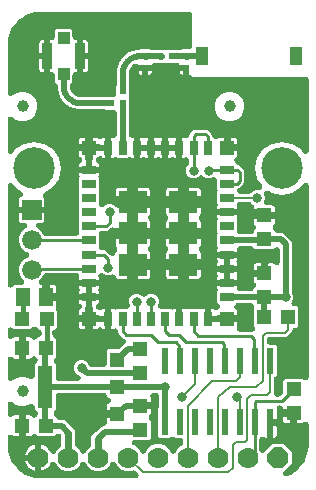
<source format=gbr>
G04 EAGLE Gerber RS-274X export*
G75*
%MOMM*%
%FSLAX34Y34*%
%LPD*%
%INTop Copper*%
%IPPOS*%
%AMOC8*
5,1,8,0,0,1.08239X$1,22.5*%
G01*
%ADD10R,1.200000X0.700000*%
%ADD11R,1.200000X1.200000*%
%ADD12R,0.700000X1.200000*%
%ADD13R,2.400000X1.900000*%
%ADD14R,1.000000X1.500000*%
%ADD15R,0.600000X0.600000*%
%ADD16R,1.300000X1.200000*%
%ADD17C,1.000000*%
%ADD18R,1.200000X1.300000*%
%ADD19R,1.300000X1.300000*%
%ADD20R,1.300000X3.600000*%
%ADD21R,0.600000X2.200000*%
%ADD22C,3.516000*%
%ADD23R,0.850000X2.200000*%
%ADD24R,1.000000X1.050000*%
%ADD25P,1.924489X8X292.500000*%
%ADD26C,1.778000*%
%ADD27R,1.300000X1.500000*%
%ADD28R,1.676400X1.676400*%
%ADD29C,1.676400*%
%ADD30C,0.508000*%
%ADD31C,0.584200*%
%ADD32C,0.500000*%
%ADD33C,0.806400*%
%ADD34C,0.250000*%
%ADD35C,0.609600*%
%ADD36C,0.406400*%
%ADD37C,0.210000*%
%ADD38C,0.254000*%
%ADD39C,0.203200*%

G36*
X232382Y71805D02*
X232382Y71805D01*
X232546Y71812D01*
X232606Y71825D01*
X232667Y71831D01*
X232825Y71874D01*
X232986Y71910D01*
X233042Y71933D01*
X233101Y71949D01*
X233249Y72020D01*
X233401Y72083D01*
X233453Y72116D01*
X233508Y72143D01*
X233641Y72238D01*
X233779Y72328D01*
X233837Y72379D01*
X233874Y72405D01*
X233916Y72448D01*
X234014Y72534D01*
X235216Y73736D01*
X235321Y73862D01*
X235433Y73984D01*
X235465Y74035D01*
X235504Y74082D01*
X235586Y74224D01*
X235674Y74363D01*
X235698Y74420D01*
X235728Y74473D01*
X235783Y74628D01*
X235845Y74780D01*
X235858Y74840D01*
X235879Y74897D01*
X235905Y75059D01*
X235940Y75220D01*
X235945Y75297D01*
X235952Y75341D01*
X235951Y75402D01*
X235959Y75532D01*
X235959Y85212D01*
X237448Y86701D01*
X252552Y86701D01*
X253124Y86129D01*
X253224Y86045D01*
X253317Y85955D01*
X253397Y85901D01*
X253470Y85840D01*
X253583Y85775D01*
X253690Y85702D01*
X253778Y85664D01*
X253861Y85616D01*
X253983Y85573D01*
X254102Y85520D01*
X254195Y85498D01*
X254285Y85466D01*
X254413Y85444D01*
X254540Y85414D01*
X254635Y85408D01*
X254729Y85392D01*
X254859Y85394D01*
X254989Y85386D01*
X255084Y85397D01*
X255180Y85398D01*
X255307Y85423D01*
X255436Y85438D01*
X255528Y85466D01*
X255622Y85484D01*
X255743Y85531D01*
X255867Y85568D01*
X255953Y85612D01*
X256042Y85646D01*
X256153Y85714D01*
X256269Y85773D01*
X256345Y85830D01*
X256426Y85880D01*
X256524Y85966D01*
X256627Y86045D01*
X256692Y86115D01*
X256764Y86178D01*
X256844Y86280D01*
X256933Y86376D01*
X256984Y86456D01*
X257043Y86531D01*
X257105Y86646D01*
X257174Y86755D01*
X257211Y86844D01*
X257256Y86928D01*
X257296Y87052D01*
X257345Y87172D01*
X257365Y87265D01*
X257395Y87356D01*
X257413Y87485D01*
X257440Y87612D01*
X257448Y87742D01*
X257456Y87802D01*
X257455Y87847D01*
X257459Y87924D01*
X257459Y250255D01*
X257446Y250408D01*
X257441Y250562D01*
X257426Y250632D01*
X257419Y250703D01*
X257379Y250852D01*
X257347Y251002D01*
X257320Y251068D01*
X257301Y251138D01*
X257235Y251276D01*
X257177Y251419D01*
X257138Y251480D01*
X257107Y251544D01*
X257018Y251669D01*
X256936Y251799D01*
X256887Y251852D01*
X256845Y251910D01*
X256735Y252018D01*
X256631Y252131D01*
X256574Y252174D01*
X256523Y252224D01*
X256395Y252311D01*
X256273Y252404D01*
X256209Y252436D01*
X256150Y252476D01*
X256009Y252539D01*
X255872Y252609D01*
X255803Y252630D01*
X255738Y252659D01*
X255588Y252695D01*
X255441Y252740D01*
X255370Y252748D01*
X255300Y252765D01*
X255147Y252775D01*
X254994Y252793D01*
X254923Y252789D01*
X254851Y252793D01*
X254698Y252775D01*
X254545Y252766D01*
X254475Y252749D01*
X254404Y252741D01*
X254256Y252696D01*
X254107Y252660D01*
X254041Y252631D01*
X253973Y252611D01*
X253836Y252541D01*
X253695Y252479D01*
X253635Y252439D01*
X253571Y252406D01*
X253449Y252313D01*
X253321Y252227D01*
X253270Y252178D01*
X253213Y252134D01*
X253108Y252021D01*
X252998Y251914D01*
X252942Y251840D01*
X252908Y251803D01*
X252877Y251755D01*
X252809Y251665D01*
X251017Y248983D01*
X243668Y244073D01*
X235000Y242349D01*
X226332Y244073D01*
X223745Y245802D01*
X223610Y245876D01*
X223479Y245957D01*
X223413Y245983D01*
X223350Y246018D01*
X223204Y246067D01*
X223061Y246124D01*
X222991Y246138D01*
X222923Y246161D01*
X222770Y246183D01*
X222620Y246214D01*
X222548Y246215D01*
X222477Y246226D01*
X222323Y246221D01*
X222170Y246224D01*
X222099Y246213D01*
X222027Y246211D01*
X221877Y246179D01*
X221725Y246156D01*
X221657Y246132D01*
X221587Y246117D01*
X221444Y246059D01*
X221299Y246009D01*
X221236Y245974D01*
X221170Y245947D01*
X221040Y245865D01*
X220906Y245790D01*
X220850Y245744D01*
X220790Y245706D01*
X220676Y245602D01*
X220557Y245505D01*
X220511Y245450D01*
X220458Y245402D01*
X220365Y245279D01*
X220265Y245162D01*
X220229Y245100D01*
X220185Y245043D01*
X220115Y244906D01*
X220037Y244774D01*
X220013Y244706D01*
X219980Y244643D01*
X219935Y244495D01*
X219882Y244351D01*
X219870Y244280D01*
X219849Y244212D01*
X219831Y244059D01*
X219804Y243908D01*
X219804Y243836D01*
X219796Y243765D01*
X219805Y243611D01*
X219806Y243457D01*
X219818Y243387D01*
X219823Y243315D01*
X219859Y243166D01*
X219886Y243014D01*
X219917Y242927D01*
X219928Y242877D01*
X219952Y242825D01*
X219988Y242719D01*
X220573Y241307D01*
X220573Y238693D01*
X219959Y237212D01*
X219935Y237133D01*
X219901Y237058D01*
X219867Y236919D01*
X219825Y236782D01*
X219814Y236700D01*
X219795Y236620D01*
X219786Y236478D01*
X219768Y236335D01*
X219772Y236253D01*
X219767Y236171D01*
X219784Y236029D01*
X219791Y235886D01*
X219809Y235806D01*
X219819Y235724D01*
X219861Y235586D01*
X219893Y235447D01*
X219925Y235372D01*
X219949Y235293D01*
X220014Y235165D01*
X220071Y235034D01*
X220116Y234965D01*
X220154Y234891D01*
X220240Y234778D01*
X220319Y234658D01*
X220376Y234598D01*
X220426Y234533D01*
X220531Y234436D01*
X220630Y234332D01*
X220696Y234283D01*
X220757Y234227D01*
X220877Y234151D01*
X220993Y234066D01*
X221067Y234030D01*
X221137Y233986D01*
X221269Y233931D01*
X221398Y233868D01*
X221477Y233846D01*
X221553Y233815D01*
X221693Y233785D01*
X221831Y233745D01*
X221913Y233737D01*
X221993Y233720D01*
X222239Y233705D01*
X222279Y233701D01*
X222290Y233702D01*
X222305Y233701D01*
X226835Y233701D01*
X227481Y233528D01*
X228060Y233193D01*
X228533Y232720D01*
X228868Y232141D01*
X229041Y231495D01*
X229041Y228159D01*
X220460Y228159D01*
X220426Y228156D01*
X220391Y228158D01*
X220202Y228136D01*
X220012Y228119D01*
X219990Y228114D01*
X219920Y228131D01*
X219886Y228133D01*
X219852Y228140D01*
X219540Y228159D01*
X210959Y228159D01*
X210959Y231495D01*
X211056Y231854D01*
X211063Y231899D01*
X211078Y231943D01*
X211102Y232121D01*
X211133Y232297D01*
X211133Y232343D01*
X211139Y232389D01*
X211132Y232568D01*
X211131Y232747D01*
X211123Y232793D01*
X211121Y232839D01*
X211082Y233014D01*
X211049Y233190D01*
X211033Y233234D01*
X211023Y233279D01*
X210954Y233444D01*
X210891Y233612D01*
X210867Y233652D01*
X210850Y233694D01*
X210752Y233845D01*
X210661Y233999D01*
X210630Y234033D01*
X210605Y234072D01*
X210398Y234306D01*
X209039Y235666D01*
X208913Y235771D01*
X208792Y235883D01*
X208741Y235915D01*
X208694Y235954D01*
X208551Y236036D01*
X208412Y236124D01*
X208356Y236148D01*
X208303Y236178D01*
X208148Y236233D01*
X207996Y236295D01*
X207936Y236308D01*
X207879Y236329D01*
X207716Y236355D01*
X207556Y236390D01*
X207479Y236395D01*
X207434Y236402D01*
X207373Y236401D01*
X207244Y236409D01*
X199054Y236409D01*
X198890Y236395D01*
X198726Y236388D01*
X198667Y236375D01*
X198606Y236369D01*
X198447Y236326D01*
X198286Y236290D01*
X198230Y236267D01*
X198171Y236251D01*
X198023Y236180D01*
X197871Y236117D01*
X197820Y236084D01*
X197765Y236057D01*
X197631Y235962D01*
X197493Y235872D01*
X197435Y235821D01*
X197399Y235795D01*
X197356Y235752D01*
X197344Y235741D01*
X197328Y235729D01*
X197316Y235716D01*
X197259Y235666D01*
X197223Y235630D01*
X197133Y235523D01*
X197085Y235473D01*
X197077Y235462D01*
X197020Y235401D01*
X196980Y235340D01*
X196934Y235284D01*
X196858Y235151D01*
X196775Y235023D01*
X196746Y234956D01*
X196710Y234893D01*
X196659Y234749D01*
X196600Y234608D01*
X196584Y234537D01*
X196560Y234469D01*
X196535Y234318D01*
X196501Y234169D01*
X196498Y234096D01*
X196486Y234025D01*
X196488Y233871D01*
X196482Y233719D01*
X196491Y233647D01*
X196492Y233575D01*
X196521Y233424D01*
X196542Y233273D01*
X196564Y233204D01*
X196578Y233133D01*
X196633Y232990D01*
X196680Y232844D01*
X196722Y232761D01*
X196740Y232713D01*
X196770Y232664D01*
X196819Y232564D01*
X196868Y232481D01*
X197041Y231835D01*
X197041Y230539D01*
X188500Y230539D01*
X179959Y230539D01*
X179959Y231835D01*
X180132Y232481D01*
X180181Y232564D01*
X180245Y232703D01*
X180318Y232838D01*
X180340Y232907D01*
X180370Y232973D01*
X180409Y233121D01*
X180457Y233266D01*
X180467Y233338D01*
X180485Y233408D01*
X180497Y233561D01*
X180518Y233712D01*
X180515Y233785D01*
X180521Y233857D01*
X180506Y234010D01*
X180500Y234162D01*
X180484Y234233D01*
X180477Y234305D01*
X180435Y234452D01*
X180402Y234602D01*
X180374Y234669D01*
X180354Y234739D01*
X180288Y234876D01*
X180228Y235017D01*
X180189Y235078D01*
X180157Y235143D01*
X180067Y235267D01*
X179984Y235396D01*
X179959Y235424D01*
X179959Y244645D01*
X180029Y244775D01*
X180124Y244941D01*
X180135Y244973D01*
X180152Y245004D01*
X180210Y245185D01*
X180274Y245365D01*
X180280Y245399D01*
X180291Y245432D01*
X180317Y245621D01*
X180348Y245809D01*
X180347Y245844D01*
X180352Y245878D01*
X180344Y246069D01*
X180342Y246259D01*
X180335Y246293D01*
X180334Y246328D01*
X180293Y246514D01*
X180256Y246701D01*
X180244Y246734D01*
X180236Y246768D01*
X180163Y246944D01*
X180094Y247121D01*
X180076Y247151D01*
X180063Y247183D01*
X179959Y247343D01*
X179959Y254968D01*
X179952Y255050D01*
X179954Y255133D01*
X179932Y255274D01*
X179919Y255417D01*
X179898Y255496D01*
X179885Y255578D01*
X179839Y255713D01*
X179801Y255851D01*
X179765Y255925D01*
X179739Y256003D01*
X179669Y256129D01*
X179607Y256258D01*
X179560Y256325D01*
X179519Y256397D01*
X179429Y256507D01*
X179345Y256624D01*
X179286Y256681D01*
X179234Y256745D01*
X179125Y256838D01*
X179023Y256938D01*
X178954Y256984D01*
X178892Y257037D01*
X178768Y257110D01*
X178650Y257190D01*
X178574Y257223D01*
X178503Y257265D01*
X178369Y257314D01*
X178238Y257372D01*
X178158Y257392D01*
X178080Y257420D01*
X177939Y257445D01*
X177800Y257479D01*
X177718Y257484D01*
X177637Y257498D01*
X177494Y257498D01*
X177351Y257506D01*
X177269Y257497D01*
X177187Y257497D01*
X177046Y257471D01*
X176904Y257454D01*
X176825Y257430D01*
X176744Y257416D01*
X176510Y257335D01*
X176473Y257324D01*
X176463Y257319D01*
X176448Y257314D01*
X174307Y256427D01*
X171693Y256427D01*
X169277Y257428D01*
X168296Y258409D01*
X168269Y258432D01*
X168246Y258457D01*
X168097Y258576D01*
X167950Y258698D01*
X167920Y258715D01*
X167893Y258737D01*
X167725Y258827D01*
X167559Y258921D01*
X167527Y258933D01*
X167496Y258949D01*
X167315Y259008D01*
X167135Y259072D01*
X167101Y259078D01*
X167068Y259089D01*
X166879Y259115D01*
X166691Y259146D01*
X166656Y259145D01*
X166622Y259150D01*
X166431Y259142D01*
X166240Y259140D01*
X166206Y259133D01*
X166172Y259132D01*
X165986Y259090D01*
X165798Y259054D01*
X165766Y259042D01*
X165732Y259034D01*
X165557Y258961D01*
X165378Y258892D01*
X165349Y258874D01*
X165317Y258860D01*
X165157Y258757D01*
X164994Y258658D01*
X164968Y258635D01*
X164939Y258616D01*
X164704Y258409D01*
X163723Y257428D01*
X161307Y256427D01*
X158693Y256427D01*
X156277Y257428D01*
X154428Y259277D01*
X153427Y261693D01*
X153427Y264307D01*
X154428Y266723D01*
X155466Y267761D01*
X155571Y267887D01*
X155683Y268008D01*
X155715Y268059D01*
X155754Y268106D01*
X155836Y268249D01*
X155924Y268388D01*
X155948Y268444D01*
X155978Y268497D01*
X156033Y268652D01*
X156095Y268804D01*
X156108Y268864D01*
X156129Y268921D01*
X156155Y269084D01*
X156190Y269244D01*
X156195Y269321D01*
X156202Y269366D01*
X156201Y269427D01*
X156209Y269556D01*
X156209Y271887D01*
X156207Y271910D01*
X156209Y271933D01*
X156187Y272134D01*
X156169Y272336D01*
X156163Y272358D01*
X156161Y272381D01*
X156104Y272574D01*
X156051Y272770D01*
X156041Y272791D01*
X156034Y272813D01*
X155944Y272994D01*
X155857Y273177D01*
X155844Y273195D01*
X155834Y273216D01*
X155713Y273378D01*
X155595Y273543D01*
X155579Y273559D01*
X155565Y273577D01*
X155418Y273715D01*
X155273Y273857D01*
X155253Y273870D01*
X155236Y273885D01*
X155067Y273995D01*
X154900Y274109D01*
X154878Y274118D01*
X154859Y274131D01*
X154673Y274209D01*
X154488Y274291D01*
X154465Y274297D01*
X154444Y274305D01*
X154247Y274350D01*
X154050Y274398D01*
X154027Y274399D01*
X154005Y274404D01*
X153802Y274413D01*
X153601Y274425D01*
X153578Y274423D01*
X153555Y274424D01*
X153355Y274397D01*
X153154Y274373D01*
X153131Y274366D01*
X153109Y274363D01*
X152917Y274302D01*
X152723Y274243D01*
X152702Y274232D01*
X152680Y274225D01*
X152508Y274140D01*
X151835Y273959D01*
X150539Y273959D01*
X150539Y282500D01*
X150539Y291041D01*
X151835Y291041D01*
X152514Y290859D01*
X152625Y290809D01*
X152809Y290724D01*
X152831Y290718D01*
X152852Y290709D01*
X153049Y290661D01*
X153244Y290610D01*
X153267Y290608D01*
X153290Y290602D01*
X153491Y290590D01*
X153693Y290574D01*
X153716Y290576D01*
X153739Y290575D01*
X153940Y290598D01*
X154141Y290618D01*
X154163Y290624D01*
X154186Y290627D01*
X154380Y290685D01*
X154574Y290740D01*
X154595Y290750D01*
X154617Y290757D01*
X154798Y290849D01*
X154979Y290937D01*
X154998Y290951D01*
X155019Y290961D01*
X155180Y291084D01*
X155343Y291203D01*
X155359Y291219D01*
X155377Y291233D01*
X155514Y291382D01*
X155654Y291528D01*
X155667Y291547D01*
X155683Y291565D01*
X155791Y291735D01*
X155903Y291903D01*
X155912Y291925D01*
X155924Y291944D01*
X156001Y292131D01*
X156081Y292317D01*
X156087Y292339D01*
X156095Y292361D01*
X156138Y292558D01*
X156150Y292612D01*
X156786Y294147D01*
X159853Y297214D01*
X161246Y297791D01*
X170754Y297791D01*
X172147Y297214D01*
X175214Y294147D01*
X175802Y292727D01*
X175805Y292690D01*
X175812Y292526D01*
X175825Y292467D01*
X175831Y292406D01*
X175874Y292247D01*
X175910Y292087D01*
X175933Y292030D01*
X175949Y291971D01*
X176020Y291823D01*
X176083Y291671D01*
X176116Y291620D01*
X176143Y291565D01*
X176238Y291431D01*
X176327Y291293D01*
X176379Y291235D01*
X176405Y291199D01*
X176448Y291156D01*
X176534Y291059D01*
X177204Y290389D01*
X177231Y290366D01*
X177254Y290340D01*
X177404Y290222D01*
X177550Y290100D01*
X177580Y290083D01*
X177607Y290061D01*
X177775Y289971D01*
X177941Y289876D01*
X177973Y289865D01*
X178004Y289848D01*
X178186Y289789D01*
X178365Y289726D01*
X178399Y289720D01*
X178432Y289709D01*
X178622Y289683D01*
X178809Y289652D01*
X178844Y289653D01*
X178878Y289648D01*
X179069Y289656D01*
X179259Y289658D01*
X179294Y289665D01*
X179328Y289666D01*
X179514Y289708D01*
X179702Y289744D01*
X179734Y289756D01*
X179768Y289764D01*
X179944Y289837D01*
X180122Y289906D01*
X180151Y289924D01*
X180183Y289937D01*
X180343Y290041D01*
X180506Y290140D01*
X180532Y290163D01*
X180561Y290182D01*
X180796Y290389D01*
X180940Y290533D01*
X181519Y290868D01*
X182165Y291041D01*
X185501Y291041D01*
X185501Y282960D01*
X185504Y282926D01*
X185502Y282891D01*
X185524Y282702D01*
X185541Y282512D01*
X185550Y282478D01*
X185554Y282444D01*
X185609Y282261D01*
X185659Y282077D01*
X185674Y282046D01*
X185684Y282013D01*
X185771Y281842D01*
X185853Y281671D01*
X185873Y281643D01*
X185888Y281612D01*
X186004Y281460D01*
X186115Y281305D01*
X186140Y281280D01*
X186160Y281253D01*
X186300Y281124D01*
X186437Y280991D01*
X186466Y280971D01*
X186492Y280948D01*
X186653Y280845D01*
X186763Y280770D01*
X186773Y280750D01*
X186793Y280722D01*
X186809Y280691D01*
X186924Y280539D01*
X187035Y280384D01*
X187060Y280360D01*
X187081Y280333D01*
X187221Y280204D01*
X187358Y280070D01*
X187386Y280051D01*
X187412Y280027D01*
X187573Y279925D01*
X187731Y279818D01*
X187762Y279804D01*
X187792Y279786D01*
X187968Y279713D01*
X188142Y279636D01*
X188176Y279628D01*
X188208Y279615D01*
X188395Y279574D01*
X188580Y279529D01*
X188614Y279527D01*
X188648Y279520D01*
X188960Y279501D01*
X197041Y279501D01*
X197041Y276165D01*
X196868Y275519D01*
X196533Y274940D01*
X196060Y274467D01*
X195798Y274316D01*
X195682Y274234D01*
X195561Y274161D01*
X195498Y274105D01*
X195430Y274057D01*
X195330Y273956D01*
X195224Y273863D01*
X195172Y273797D01*
X195113Y273737D01*
X195032Y273620D01*
X194945Y273509D01*
X194905Y273435D01*
X194857Y273366D01*
X194799Y273237D01*
X194732Y273113D01*
X194706Y273033D01*
X194671Y272956D01*
X194636Y272819D01*
X194593Y272684D01*
X194581Y272601D01*
X194561Y272520D01*
X194551Y272379D01*
X194531Y272238D01*
X194535Y272154D01*
X194529Y272071D01*
X194544Y271930D01*
X194550Y271788D01*
X194568Y271706D01*
X194577Y271623D01*
X194617Y271487D01*
X194647Y271349D01*
X194680Y271271D01*
X194703Y271191D01*
X194766Y271064D01*
X194821Y270933D01*
X194866Y270863D01*
X194904Y270788D01*
X194988Y270674D01*
X195065Y270555D01*
X195139Y270472D01*
X195173Y270426D01*
X195210Y270391D01*
X195272Y270321D01*
X197479Y268114D01*
X197569Y268039D01*
X197652Y267956D01*
X197741Y267895D01*
X197825Y267825D01*
X197926Y267767D01*
X198022Y267700D01*
X198161Y267633D01*
X198216Y267601D01*
X198250Y267589D01*
X198303Y267563D01*
X199147Y267214D01*
X202214Y264147D01*
X202791Y262754D01*
X202791Y253246D01*
X202214Y251853D01*
X199147Y248786D01*
X198398Y248476D01*
X198240Y248394D01*
X198080Y248317D01*
X198041Y248290D01*
X197999Y248267D01*
X197858Y248159D01*
X197714Y248055D01*
X197681Y248021D01*
X197643Y247992D01*
X197524Y247860D01*
X197400Y247733D01*
X197373Y247693D01*
X197341Y247657D01*
X197247Y247507D01*
X197148Y247360D01*
X197128Y247316D01*
X197103Y247275D01*
X197038Y247110D01*
X196966Y246948D01*
X196954Y246901D01*
X196937Y246857D01*
X196901Y246683D01*
X196859Y246510D01*
X196856Y246463D01*
X196846Y246416D01*
X196842Y246238D01*
X196831Y246061D01*
X196837Y246013D01*
X196836Y245966D01*
X196863Y245790D01*
X196883Y245614D01*
X196897Y245568D01*
X196904Y245521D01*
X196962Y245353D01*
X197014Y245183D01*
X197035Y245140D01*
X197051Y245095D01*
X197137Y244940D01*
X197218Y244781D01*
X197247Y244743D01*
X197270Y244702D01*
X197383Y244564D01*
X197490Y244423D01*
X197525Y244390D01*
X197555Y244353D01*
X197690Y244238D01*
X197821Y244117D01*
X197861Y244092D01*
X197898Y244061D01*
X198051Y243971D01*
X198201Y243876D01*
X198245Y243857D01*
X198286Y243833D01*
X198453Y243772D01*
X198617Y243705D01*
X198664Y243695D01*
X198709Y243678D01*
X198884Y243647D01*
X199058Y243610D01*
X199117Y243606D01*
X199153Y243600D01*
X199216Y243600D01*
X199370Y243591D01*
X207244Y243591D01*
X207407Y243605D01*
X207572Y243612D01*
X207631Y243625D01*
X207692Y243631D01*
X207851Y243674D01*
X208011Y243710D01*
X208068Y243733D01*
X208127Y243749D01*
X208275Y243820D01*
X208427Y243883D01*
X208478Y243916D01*
X208533Y243943D01*
X208667Y244038D01*
X208805Y244128D01*
X208863Y244179D01*
X208899Y244205D01*
X208942Y244248D01*
X209039Y244334D01*
X210277Y245572D01*
X212693Y246573D01*
X215581Y246573D01*
X215617Y246566D01*
X215688Y246566D01*
X215758Y246557D01*
X215912Y246565D01*
X216067Y246564D01*
X216137Y246576D01*
X216208Y246580D01*
X216359Y246615D01*
X216511Y246641D01*
X216577Y246665D01*
X216646Y246681D01*
X216789Y246742D01*
X216934Y246795D01*
X216995Y246831D01*
X217060Y246859D01*
X217189Y246944D01*
X217323Y247022D01*
X217377Y247068D01*
X217436Y247107D01*
X217548Y247213D01*
X217666Y247314D01*
X217711Y247369D01*
X217762Y247417D01*
X217854Y247542D01*
X217952Y247662D01*
X217987Y247724D01*
X218028Y247781D01*
X218096Y247919D01*
X218172Y248054D01*
X218195Y248121D01*
X218226Y248185D01*
X218269Y248334D01*
X218319Y248480D01*
X218330Y248550D01*
X218350Y248618D01*
X218365Y248772D01*
X218389Y248925D01*
X218387Y248996D01*
X218394Y249066D01*
X218382Y249220D01*
X218379Y249375D01*
X218365Y249444D01*
X218359Y249515D01*
X218320Y249665D01*
X218290Y249816D01*
X218264Y249882D01*
X218246Y249951D01*
X218181Y250091D01*
X218124Y250235D01*
X218078Y250314D01*
X218057Y250359D01*
X218024Y250407D01*
X217967Y250505D01*
X214073Y256332D01*
X212349Y265000D01*
X214073Y273668D01*
X218983Y281017D01*
X226332Y285927D01*
X235000Y287651D01*
X243668Y285927D01*
X251017Y281017D01*
X252809Y278335D01*
X252905Y278215D01*
X252995Y278090D01*
X253046Y278040D01*
X253091Y277984D01*
X253207Y277883D01*
X253317Y277776D01*
X253377Y277736D01*
X253431Y277689D01*
X253563Y277610D01*
X253690Y277524D01*
X253756Y277495D01*
X253818Y277458D01*
X253962Y277404D01*
X254102Y277341D01*
X254172Y277324D01*
X254239Y277299D01*
X254390Y277271D01*
X254540Y277235D01*
X254611Y277230D01*
X254682Y277217D01*
X254835Y277217D01*
X254989Y277207D01*
X255060Y277215D01*
X255132Y277215D01*
X255283Y277241D01*
X255436Y277259D01*
X255505Y277280D01*
X255576Y277292D01*
X255720Y277345D01*
X255867Y277389D01*
X255931Y277422D01*
X255999Y277447D01*
X256132Y277524D01*
X256269Y277594D01*
X256326Y277637D01*
X256388Y277673D01*
X256505Y277773D01*
X256627Y277866D01*
X256676Y277918D01*
X256731Y277965D01*
X256828Y278084D01*
X256933Y278197D01*
X256971Y278257D01*
X257017Y278313D01*
X257092Y278447D01*
X257174Y278577D01*
X257202Y278643D01*
X257237Y278706D01*
X257287Y278851D01*
X257345Y278993D01*
X257360Y279063D01*
X257384Y279131D01*
X257408Y279283D01*
X257440Y279433D01*
X257446Y279526D01*
X257454Y279576D01*
X257452Y279633D01*
X257459Y279745D01*
X257459Y340000D01*
X257456Y340035D01*
X257458Y340069D01*
X257436Y340258D01*
X257419Y340449D01*
X257410Y340482D01*
X257406Y340516D01*
X257351Y340699D01*
X257301Y340883D01*
X257286Y340914D01*
X257276Y340947D01*
X257189Y341118D01*
X257107Y341290D01*
X257087Y341318D01*
X257072Y341349D01*
X256956Y341501D01*
X256845Y341656D01*
X256820Y341680D01*
X256800Y341707D01*
X256660Y341836D01*
X256523Y341970D01*
X256494Y341989D01*
X256468Y342013D01*
X256307Y342115D01*
X256150Y342222D01*
X256118Y342236D01*
X256089Y342254D01*
X255912Y342327D01*
X255738Y342404D01*
X255704Y342412D01*
X255672Y342425D01*
X255485Y342465D01*
X255300Y342511D01*
X255266Y342513D01*
X255232Y342520D01*
X254920Y342539D01*
X158621Y342539D01*
X158571Y342723D01*
X158556Y342754D01*
X158546Y342787D01*
X158459Y342958D01*
X158377Y343130D01*
X158357Y343158D01*
X158342Y343189D01*
X158227Y343340D01*
X158115Y343496D01*
X158090Y343520D01*
X158070Y343547D01*
X157930Y343676D01*
X157793Y343810D01*
X157764Y343829D01*
X157738Y343853D01*
X157577Y343955D01*
X157420Y344062D01*
X157388Y344076D01*
X157359Y344094D01*
X157182Y344167D01*
X157008Y344244D01*
X156974Y344252D01*
X156942Y344265D01*
X156755Y344305D01*
X156570Y344351D01*
X156536Y344353D01*
X156502Y344360D01*
X156459Y344363D01*
X156459Y349920D01*
X156456Y349954D01*
X156458Y349989D01*
X156436Y350178D01*
X156419Y350368D01*
X156410Y350402D01*
X156406Y350436D01*
X156351Y350619D01*
X156301Y350803D01*
X156286Y350834D01*
X156276Y350867D01*
X156189Y351038D01*
X156108Y351209D01*
X156087Y351237D01*
X156072Y351268D01*
X155956Y351420D01*
X155845Y351575D01*
X155845Y351576D01*
X155821Y351600D01*
X155800Y351627D01*
X155799Y351627D01*
X155659Y351757D01*
X155522Y351890D01*
X155494Y351909D01*
X155468Y351933D01*
X155307Y352035D01*
X155149Y352142D01*
X155118Y352156D01*
X155088Y352174D01*
X154912Y352247D01*
X154737Y352324D01*
X154704Y352332D01*
X154672Y352345D01*
X154485Y352386D01*
X154300Y352431D01*
X154266Y352433D01*
X154232Y352440D01*
X153920Y352459D01*
X148319Y352459D01*
X148271Y352619D01*
X148221Y352803D01*
X148206Y352834D01*
X148196Y352867D01*
X148109Y353038D01*
X148027Y353210D01*
X148007Y353238D01*
X147992Y353269D01*
X147876Y353421D01*
X147765Y353576D01*
X147740Y353600D01*
X147720Y353627D01*
X147580Y353756D01*
X147443Y353890D01*
X147414Y353909D01*
X147388Y353933D01*
X147227Y354035D01*
X147070Y354142D01*
X147038Y354156D01*
X147009Y354174D01*
X146832Y354247D01*
X146658Y354324D01*
X146624Y354332D01*
X146592Y354345D01*
X146405Y354385D01*
X146220Y354431D01*
X146186Y354433D01*
X146152Y354440D01*
X145840Y354459D01*
X133527Y354459D01*
X133467Y354454D01*
X133406Y354456D01*
X133243Y354434D01*
X133079Y354419D01*
X133020Y354403D01*
X132960Y354395D01*
X132660Y354307D01*
X132348Y354193D01*
X131064Y354420D01*
X130999Y354426D01*
X130934Y354440D01*
X130622Y354459D01*
X127080Y354459D01*
X127045Y354456D01*
X127011Y354458D01*
X126822Y354436D01*
X126631Y354419D01*
X126598Y354410D01*
X126564Y354406D01*
X126381Y354351D01*
X126197Y354301D01*
X126166Y354286D01*
X126133Y354276D01*
X125962Y354189D01*
X125790Y354107D01*
X125762Y354087D01*
X125731Y354072D01*
X125579Y353956D01*
X125424Y353845D01*
X125400Y353820D01*
X125373Y353800D01*
X125244Y353660D01*
X125110Y353523D01*
X125091Y353494D01*
X125067Y353468D01*
X124965Y353307D01*
X124858Y353150D01*
X124844Y353118D01*
X124826Y353089D01*
X124753Y352912D01*
X124676Y352738D01*
X124668Y352704D01*
X124655Y352672D01*
X124615Y352485D01*
X124608Y352459D01*
X119000Y352459D01*
X113018Y352459D01*
X113017Y352462D01*
X112933Y352594D01*
X112886Y352645D01*
X112845Y352701D01*
X112733Y352810D01*
X112628Y352925D01*
X112573Y352967D01*
X112523Y353015D01*
X112393Y353103D01*
X112269Y353197D01*
X112207Y353228D01*
X112150Y353267D01*
X112007Y353330D01*
X111868Y353401D01*
X111801Y353421D01*
X111738Y353450D01*
X111586Y353487D01*
X111437Y353532D01*
X111368Y353540D01*
X111300Y353556D01*
X111145Y353566D01*
X110990Y353584D01*
X110920Y353580D01*
X110851Y353584D01*
X110696Y353566D01*
X110540Y353556D01*
X110473Y353540D01*
X110404Y353532D01*
X110254Y353487D01*
X110103Y353450D01*
X110039Y353422D01*
X109973Y353402D01*
X109833Y353331D01*
X109691Y353268D01*
X109616Y353220D01*
X109571Y353197D01*
X109525Y353162D01*
X109427Y353100D01*
X108289Y352273D01*
X108276Y352261D01*
X108262Y352252D01*
X108107Y352114D01*
X107950Y351977D01*
X107939Y351963D01*
X107926Y351952D01*
X107727Y351711D01*
X106370Y349843D01*
X106361Y349828D01*
X106350Y349815D01*
X106245Y349635D01*
X106139Y349457D01*
X106133Y349441D01*
X106124Y349426D01*
X106009Y349135D01*
X105296Y346939D01*
X105264Y346800D01*
X105223Y346663D01*
X105208Y346555D01*
X105195Y346500D01*
X105193Y346448D01*
X105179Y346354D01*
X105089Y345199D01*
X105089Y345138D01*
X105081Y345000D01*
X105081Y335644D01*
X105095Y335481D01*
X105102Y335316D01*
X105115Y335257D01*
X105121Y335196D01*
X105164Y335037D01*
X105200Y334876D01*
X105223Y334820D01*
X105239Y334761D01*
X105310Y334613D01*
X105373Y334461D01*
X105406Y334410D01*
X105433Y334355D01*
X105528Y334221D01*
X105541Y334202D01*
X105541Y325184D01*
X105555Y325021D01*
X105562Y324856D01*
X105575Y324797D01*
X105581Y324736D01*
X105621Y324589D01*
X105621Y315919D01*
X105607Y315904D01*
X105575Y315853D01*
X105536Y315806D01*
X105454Y315663D01*
X105366Y315524D01*
X105342Y315468D01*
X105312Y315415D01*
X105257Y315260D01*
X105195Y315108D01*
X105182Y315048D01*
X105161Y314991D01*
X105135Y314828D01*
X105100Y314668D01*
X105095Y314591D01*
X105088Y314547D01*
X105089Y314485D01*
X105081Y314356D01*
X105081Y293523D01*
X105093Y293382D01*
X105096Y293241D01*
X105113Y293159D01*
X105121Y293075D01*
X105158Y292938D01*
X105186Y292800D01*
X105217Y292722D01*
X105239Y292641D01*
X105300Y292513D01*
X105352Y292381D01*
X105397Y292310D01*
X105433Y292234D01*
X105515Y292119D01*
X105590Y291999D01*
X105646Y291936D01*
X105695Y291868D01*
X105796Y291769D01*
X105891Y291664D01*
X105957Y291612D01*
X106017Y291554D01*
X106135Y291474D01*
X106246Y291388D01*
X106321Y291349D01*
X106390Y291302D01*
X106520Y291244D01*
X106645Y291179D01*
X106725Y291153D01*
X106802Y291119D01*
X106940Y291086D01*
X107075Y291043D01*
X107158Y291033D01*
X107240Y291013D01*
X107381Y291004D01*
X107521Y290986D01*
X107605Y290990D01*
X107689Y290985D01*
X107830Y291001D01*
X107971Y291009D01*
X108080Y291031D01*
X108136Y291037D01*
X108148Y291041D01*
X109461Y291041D01*
X109461Y282500D01*
X109461Y273959D01*
X108165Y273959D01*
X107519Y274132D01*
X107436Y274181D01*
X107297Y274245D01*
X107162Y274318D01*
X107093Y274340D01*
X107027Y274370D01*
X106879Y274409D01*
X106734Y274457D01*
X106662Y274467D01*
X106592Y274485D01*
X106439Y274497D01*
X106288Y274518D01*
X106215Y274515D01*
X106143Y274521D01*
X105990Y274506D01*
X105838Y274500D01*
X105767Y274484D01*
X105695Y274477D01*
X105548Y274435D01*
X105398Y274402D01*
X105331Y274374D01*
X105261Y274354D01*
X105124Y274288D01*
X104983Y274228D01*
X104922Y274189D01*
X104857Y274157D01*
X104733Y274067D01*
X104604Y273984D01*
X104576Y273959D01*
X95423Y273959D01*
X95401Y273980D01*
X95340Y274020D01*
X95284Y274066D01*
X95152Y274142D01*
X95023Y274225D01*
X94956Y274254D01*
X94893Y274289D01*
X94750Y274341D01*
X94608Y274400D01*
X94537Y274416D01*
X94469Y274440D01*
X94318Y274465D01*
X94169Y274499D01*
X94096Y274502D01*
X94025Y274514D01*
X93872Y274512D01*
X93719Y274518D01*
X93647Y274509D01*
X93575Y274508D01*
X93424Y274479D01*
X93273Y274458D01*
X93204Y274436D01*
X93133Y274422D01*
X92990Y274367D01*
X92844Y274320D01*
X92761Y274278D01*
X92713Y274260D01*
X92664Y274230D01*
X92564Y274181D01*
X92481Y274132D01*
X91835Y273959D01*
X90539Y273959D01*
X90539Y282500D01*
X90539Y291041D01*
X91885Y291041D01*
X92000Y291013D01*
X92083Y291008D01*
X92166Y290993D01*
X92308Y290994D01*
X92449Y290985D01*
X92533Y290995D01*
X92616Y290995D01*
X92755Y291021D01*
X92896Y291037D01*
X92977Y291061D01*
X93059Y291077D01*
X93192Y291126D01*
X93327Y291167D01*
X93402Y291206D01*
X93481Y291235D01*
X93602Y291308D01*
X93729Y291372D01*
X93795Y291422D01*
X93867Y291465D01*
X93975Y291558D01*
X94087Y291644D01*
X94144Y291705D01*
X94208Y291760D01*
X94296Y291871D01*
X94393Y291975D01*
X94438Y292046D01*
X94490Y292111D01*
X94558Y292235D01*
X94634Y292355D01*
X94666Y292432D01*
X94707Y292506D01*
X94752Y292640D01*
X94805Y292771D01*
X94823Y292853D01*
X94850Y292933D01*
X94870Y293073D01*
X94900Y293211D01*
X94907Y293322D01*
X94915Y293378D01*
X94913Y293430D01*
X94919Y293523D01*
X94919Y311920D01*
X94916Y311955D01*
X94918Y311989D01*
X94896Y312178D01*
X94879Y312369D01*
X94870Y312402D01*
X94866Y312436D01*
X94811Y312619D01*
X94761Y312803D01*
X94746Y312834D01*
X94736Y312867D01*
X94649Y313038D01*
X94567Y313210D01*
X94547Y313238D01*
X94532Y313269D01*
X94416Y313421D01*
X94305Y313576D01*
X94280Y313600D01*
X94260Y313627D01*
X94120Y313756D01*
X93983Y313890D01*
X93954Y313909D01*
X93928Y313933D01*
X93767Y314035D01*
X93610Y314142D01*
X93578Y314156D01*
X93549Y314174D01*
X93372Y314247D01*
X93198Y314324D01*
X93164Y314332D01*
X93132Y314345D01*
X92945Y314385D01*
X92760Y314431D01*
X92726Y314433D01*
X92692Y314440D01*
X92380Y314459D01*
X85812Y314459D01*
X85806Y314464D01*
X85663Y314546D01*
X85524Y314634D01*
X85468Y314658D01*
X85415Y314688D01*
X85260Y314743D01*
X85108Y314805D01*
X85048Y314818D01*
X84991Y314839D01*
X84828Y314865D01*
X84668Y314900D01*
X84591Y314905D01*
X84547Y314912D01*
X84485Y314911D01*
X84356Y314919D01*
X61820Y314919D01*
X55770Y316885D01*
X50624Y320624D01*
X46885Y325770D01*
X44919Y331820D01*
X44919Y334936D01*
X44905Y335099D01*
X44898Y335264D01*
X44885Y335323D01*
X44879Y335384D01*
X44836Y335543D01*
X44800Y335704D01*
X44777Y335760D01*
X44761Y335819D01*
X44690Y335967D01*
X44627Y336119D01*
X44594Y336170D01*
X44567Y336225D01*
X44472Y336359D01*
X44382Y336497D01*
X44331Y336555D01*
X44305Y336591D01*
X44262Y336634D01*
X44176Y336731D01*
X42459Y338448D01*
X42459Y343920D01*
X42456Y343955D01*
X42458Y343989D01*
X42436Y344178D01*
X42419Y344369D01*
X42410Y344402D01*
X42406Y344436D01*
X42351Y344619D01*
X42301Y344803D01*
X42286Y344834D01*
X42276Y344867D01*
X42189Y345038D01*
X42107Y345210D01*
X42087Y345238D01*
X42072Y345269D01*
X41956Y345421D01*
X41845Y345576D01*
X41820Y345600D01*
X41800Y345627D01*
X41660Y345756D01*
X41523Y345890D01*
X41494Y345909D01*
X41468Y345933D01*
X41307Y346035D01*
X41150Y346142D01*
X41118Y346156D01*
X41089Y346174D01*
X40912Y346247D01*
X40738Y346324D01*
X40704Y346332D01*
X40672Y346345D01*
X40485Y346385D01*
X40300Y346431D01*
X40266Y346433D01*
X40232Y346440D01*
X39920Y346459D01*
X38789Y346459D01*
X38789Y360000D01*
X38789Y373541D01*
X39920Y373541D01*
X39955Y373544D01*
X39989Y373542D01*
X40178Y373564D01*
X40369Y373581D01*
X40402Y373590D01*
X40436Y373594D01*
X40619Y373649D01*
X40803Y373699D01*
X40834Y373714D01*
X40867Y373724D01*
X41038Y373811D01*
X41210Y373893D01*
X41238Y373913D01*
X41269Y373928D01*
X41421Y374044D01*
X41576Y374155D01*
X41600Y374180D01*
X41627Y374200D01*
X41756Y374340D01*
X41890Y374477D01*
X41909Y374506D01*
X41933Y374532D01*
X42035Y374693D01*
X42142Y374850D01*
X42156Y374882D01*
X42174Y374911D01*
X42247Y375088D01*
X42324Y375262D01*
X42332Y375296D01*
X42345Y375328D01*
X42385Y375515D01*
X42431Y375700D01*
X42433Y375734D01*
X42440Y375768D01*
X42459Y376080D01*
X42459Y381552D01*
X43948Y383041D01*
X56052Y383041D01*
X57541Y381552D01*
X57541Y376080D01*
X57544Y376045D01*
X57542Y376011D01*
X57564Y375822D01*
X57581Y375631D01*
X57590Y375598D01*
X57594Y375564D01*
X57649Y375381D01*
X57699Y375197D01*
X57714Y375166D01*
X57724Y375133D01*
X57811Y374962D01*
X57893Y374790D01*
X57913Y374762D01*
X57928Y374731D01*
X58044Y374579D01*
X58155Y374424D01*
X58180Y374400D01*
X58200Y374373D01*
X58340Y374244D01*
X58477Y374110D01*
X58506Y374091D01*
X58532Y374067D01*
X58693Y373965D01*
X58850Y373858D01*
X58882Y373844D01*
X58911Y373826D01*
X59088Y373753D01*
X59262Y373676D01*
X59296Y373668D01*
X59328Y373655D01*
X59515Y373615D01*
X59700Y373569D01*
X59734Y373567D01*
X59768Y373560D01*
X60080Y373541D01*
X61211Y373541D01*
X61211Y360000D01*
X61211Y346459D01*
X60080Y346459D01*
X60045Y346456D01*
X60011Y346458D01*
X59822Y346436D01*
X59631Y346419D01*
X59598Y346410D01*
X59564Y346406D01*
X59381Y346351D01*
X59197Y346301D01*
X59166Y346286D01*
X59133Y346276D01*
X58962Y346189D01*
X58790Y346107D01*
X58762Y346087D01*
X58731Y346072D01*
X58579Y345956D01*
X58424Y345845D01*
X58400Y345820D01*
X58373Y345800D01*
X58244Y345660D01*
X58110Y345523D01*
X58091Y345494D01*
X58067Y345468D01*
X57965Y345307D01*
X57858Y345150D01*
X57844Y345118D01*
X57826Y345089D01*
X57753Y344912D01*
X57676Y344738D01*
X57668Y344704D01*
X57655Y344672D01*
X57615Y344485D01*
X57569Y344300D01*
X57567Y344266D01*
X57560Y344232D01*
X57541Y343920D01*
X57541Y338448D01*
X55829Y336736D01*
X55804Y336706D01*
X55775Y336680D01*
X55660Y336534D01*
X55540Y336391D01*
X55521Y336357D01*
X55497Y336326D01*
X55409Y336161D01*
X55317Y336000D01*
X55304Y335963D01*
X55286Y335929D01*
X55228Y335751D01*
X55166Y335575D01*
X55160Y335537D01*
X55148Y335500D01*
X55123Y335315D01*
X55093Y335131D01*
X55093Y335092D01*
X55088Y335054D01*
X55093Y334741D01*
X55179Y333646D01*
X55203Y333506D01*
X55218Y333363D01*
X55245Y333258D01*
X55254Y333202D01*
X55272Y333153D01*
X55296Y333061D01*
X56009Y330865D01*
X56016Y330849D01*
X56020Y330832D01*
X56104Y330642D01*
X56186Y330451D01*
X56195Y330436D01*
X56202Y330421D01*
X56370Y330157D01*
X57727Y328289D01*
X57738Y328276D01*
X57748Y328262D01*
X57887Y328106D01*
X58023Y327950D01*
X58037Y327939D01*
X58048Y327926D01*
X58289Y327727D01*
X60157Y326370D01*
X60172Y326361D01*
X60185Y326350D01*
X60365Y326246D01*
X60543Y326139D01*
X60559Y326133D01*
X60574Y326124D01*
X60865Y326009D01*
X63061Y325296D01*
X63200Y325264D01*
X63337Y325223D01*
X63445Y325208D01*
X63500Y325195D01*
X63552Y325193D01*
X63646Y325179D01*
X64801Y325089D01*
X64862Y325089D01*
X65000Y325081D01*
X84356Y325081D01*
X84519Y325095D01*
X84684Y325102D01*
X84743Y325115D01*
X84804Y325121D01*
X84963Y325164D01*
X85124Y325200D01*
X85180Y325223D01*
X85239Y325239D01*
X85387Y325310D01*
X85539Y325373D01*
X85590Y325406D01*
X85645Y325433D01*
X85779Y325528D01*
X85798Y325541D01*
X91920Y325541D01*
X91955Y325544D01*
X91989Y325542D01*
X92178Y325564D01*
X92369Y325581D01*
X92402Y325590D01*
X92436Y325594D01*
X92619Y325649D01*
X92803Y325699D01*
X92834Y325714D01*
X92867Y325724D01*
X93038Y325811D01*
X93210Y325893D01*
X93238Y325913D01*
X93269Y325928D01*
X93421Y326044D01*
X93576Y326155D01*
X93600Y326180D01*
X93627Y326200D01*
X93756Y326340D01*
X93890Y326477D01*
X93909Y326506D01*
X93933Y326532D01*
X94035Y326693D01*
X94142Y326850D01*
X94156Y326882D01*
X94174Y326911D01*
X94247Y327088D01*
X94324Y327262D01*
X94332Y327296D01*
X94345Y327328D01*
X94385Y327514D01*
X94431Y327700D01*
X94433Y327734D01*
X94440Y327768D01*
X94459Y328080D01*
X94459Y334188D01*
X94464Y334194D01*
X94546Y334337D01*
X94634Y334476D01*
X94658Y334532D01*
X94688Y334585D01*
X94743Y334740D01*
X94805Y334892D01*
X94818Y334952D01*
X94839Y335009D01*
X94865Y335172D01*
X94900Y335332D01*
X94905Y335409D01*
X94912Y335453D01*
X94911Y335515D01*
X94919Y335644D01*
X94919Y348180D01*
X96885Y354230D01*
X100624Y359376D01*
X105770Y363115D01*
X111820Y365081D01*
X113356Y365081D01*
X113519Y365095D01*
X113684Y365102D01*
X113743Y365115D01*
X113804Y365121D01*
X113963Y365164D01*
X114124Y365200D01*
X114180Y365223D01*
X114239Y365239D01*
X114387Y365310D01*
X114539Y365373D01*
X114590Y365406D01*
X114645Y365433D01*
X114779Y365528D01*
X114917Y365618D01*
X114921Y365621D01*
X118242Y365621D01*
X118308Y365627D01*
X118374Y365624D01*
X118684Y365660D01*
X118691Y365661D01*
X118876Y365693D01*
X119968Y365887D01*
X120280Y365773D01*
X120339Y365758D01*
X120395Y365735D01*
X120556Y365700D01*
X120715Y365658D01*
X120776Y365653D01*
X120835Y365640D01*
X121147Y365621D01*
X123108Y365621D01*
X123114Y365616D01*
X123257Y365534D01*
X123396Y365446D01*
X123452Y365422D01*
X123505Y365392D01*
X123660Y365337D01*
X123812Y365275D01*
X123872Y365262D01*
X123929Y365241D01*
X124091Y365215D01*
X124252Y365180D01*
X124329Y365175D01*
X124373Y365168D01*
X124434Y365169D01*
X124564Y365161D01*
X125896Y365161D01*
X126060Y365175D01*
X126224Y365182D01*
X126283Y365195D01*
X126344Y365201D01*
X126503Y365244D01*
X126664Y365280D01*
X126720Y365303D01*
X126779Y365319D01*
X126927Y365390D01*
X127079Y365453D01*
X127130Y365486D01*
X127185Y365513D01*
X127225Y365541D01*
X131941Y365541D01*
X132004Y365546D01*
X132161Y365550D01*
X132492Y365579D01*
X132951Y365619D01*
X132998Y365609D01*
X133212Y365562D01*
X133218Y365561D01*
X133225Y365560D01*
X133537Y365541D01*
X145648Y365541D01*
X145654Y365536D01*
X145797Y365454D01*
X145936Y365366D01*
X145992Y365342D01*
X146045Y365312D01*
X146200Y365257D01*
X146352Y365195D01*
X146412Y365182D01*
X146469Y365161D01*
X146632Y365135D01*
X146792Y365100D01*
X146869Y365095D01*
X146913Y365088D01*
X146975Y365089D01*
X147104Y365081D01*
X148276Y365081D01*
X148439Y365095D01*
X148604Y365102D01*
X148663Y365115D01*
X148724Y365121D01*
X148883Y365164D01*
X149044Y365200D01*
X149100Y365223D01*
X149159Y365239D01*
X149307Y365310D01*
X149459Y365373D01*
X149510Y365406D01*
X149565Y365433D01*
X149699Y365528D01*
X149837Y365618D01*
X149841Y365621D01*
X153162Y365621D01*
X153228Y365627D01*
X153294Y365624D01*
X153604Y365660D01*
X153611Y365661D01*
X153796Y365693D01*
X154888Y365887D01*
X155200Y365773D01*
X155259Y365758D01*
X155315Y365735D01*
X155476Y365700D01*
X155635Y365658D01*
X155696Y365653D01*
X155755Y365640D01*
X156067Y365621D01*
X156190Y365621D01*
X156225Y365624D01*
X156259Y365622D01*
X156448Y365644D01*
X156639Y365661D01*
X156672Y365670D01*
X156706Y365674D01*
X156889Y365729D01*
X157073Y365779D01*
X157104Y365794D01*
X157137Y365804D01*
X157308Y365891D01*
X157480Y365973D01*
X157508Y365993D01*
X157539Y366008D01*
X157691Y366124D01*
X157846Y366235D01*
X157870Y366260D01*
X157897Y366280D01*
X158026Y366420D01*
X158160Y366557D01*
X158179Y366586D01*
X158203Y366612D01*
X158305Y366773D01*
X158412Y366930D01*
X158426Y366962D01*
X158444Y366991D01*
X158517Y367168D01*
X158594Y367342D01*
X158602Y367376D01*
X158615Y367408D01*
X158655Y367595D01*
X158701Y367780D01*
X158703Y367814D01*
X158710Y367848D01*
X158729Y368160D01*
X158729Y394920D01*
X158726Y394955D01*
X158728Y394989D01*
X158706Y395178D01*
X158689Y395369D01*
X158680Y395402D01*
X158676Y395436D01*
X158621Y395619D01*
X158571Y395803D01*
X158556Y395834D01*
X158546Y395867D01*
X158459Y396038D01*
X158377Y396210D01*
X158357Y396238D01*
X158342Y396269D01*
X158226Y396421D01*
X158115Y396576D01*
X158090Y396600D01*
X158070Y396627D01*
X157930Y396756D01*
X157793Y396890D01*
X157764Y396909D01*
X157738Y396933D01*
X157577Y397035D01*
X157420Y397142D01*
X157388Y397156D01*
X157359Y397174D01*
X157182Y397247D01*
X157008Y397324D01*
X156974Y397332D01*
X156942Y397345D01*
X156755Y397385D01*
X156570Y397431D01*
X156536Y397433D01*
X156502Y397440D01*
X156190Y397459D01*
X30000Y397459D01*
X29938Y397454D01*
X29801Y397451D01*
X25902Y397145D01*
X25762Y397121D01*
X25620Y397106D01*
X25514Y397079D01*
X25458Y397070D01*
X25409Y397052D01*
X25317Y397028D01*
X17902Y394619D01*
X17886Y394612D01*
X17869Y394608D01*
X17679Y394524D01*
X17488Y394442D01*
X17473Y394433D01*
X17458Y394426D01*
X17194Y394258D01*
X10886Y389675D01*
X10874Y389664D01*
X10859Y389655D01*
X10703Y389515D01*
X10547Y389379D01*
X10536Y389366D01*
X10523Y389355D01*
X10325Y389114D01*
X5742Y382806D01*
X5733Y382791D01*
X5722Y382778D01*
X5617Y382598D01*
X5510Y382420D01*
X5504Y382404D01*
X5496Y382389D01*
X5381Y382098D01*
X2972Y374683D01*
X2940Y374544D01*
X2899Y374407D01*
X2884Y374299D01*
X2871Y374244D01*
X2869Y374192D01*
X2855Y374098D01*
X2549Y370199D01*
X2549Y370138D01*
X2541Y370000D01*
X2541Y328666D01*
X2552Y328537D01*
X2554Y328407D01*
X2572Y328313D01*
X2581Y328218D01*
X2615Y328092D01*
X2640Y327965D01*
X2674Y327875D01*
X2699Y327783D01*
X2755Y327666D01*
X2802Y327545D01*
X2852Y327463D01*
X2893Y327377D01*
X2968Y327271D01*
X3036Y327160D01*
X3099Y327088D01*
X3155Y327011D01*
X3248Y326920D01*
X3334Y326823D01*
X3409Y326763D01*
X3477Y326697D01*
X3585Y326624D01*
X3687Y326543D01*
X3771Y326498D01*
X3850Y326445D01*
X3969Y326392D01*
X4084Y326331D01*
X4175Y326301D01*
X4262Y326262D01*
X4389Y326232D01*
X4512Y326191D01*
X4607Y326178D01*
X4700Y326156D01*
X4829Y326148D01*
X4958Y326130D01*
X5054Y326134D01*
X5149Y326128D01*
X5278Y326143D01*
X5408Y326148D01*
X5501Y326169D01*
X5596Y326180D01*
X5721Y326218D01*
X5848Y326246D01*
X5936Y326283D01*
X6027Y326310D01*
X6143Y326369D01*
X6263Y326420D01*
X6344Y326471D01*
X6429Y326515D01*
X6532Y326593D01*
X6641Y326664D01*
X6739Y326750D01*
X6787Y326787D01*
X6818Y326820D01*
X6876Y326871D01*
X8136Y328132D01*
X12746Y330041D01*
X17735Y330041D01*
X22344Y328132D01*
X25872Y324604D01*
X27781Y319995D01*
X27781Y315005D01*
X25872Y310396D01*
X22344Y306868D01*
X17735Y304959D01*
X12745Y304959D01*
X8136Y306868D01*
X6876Y308129D01*
X6776Y308213D01*
X6683Y308303D01*
X6603Y308357D01*
X6530Y308418D01*
X6417Y308483D01*
X6310Y308555D01*
X6222Y308594D01*
X6139Y308641D01*
X6017Y308685D01*
X5898Y308738D01*
X5805Y308760D01*
X5715Y308792D01*
X5587Y308814D01*
X5460Y308844D01*
X5365Y308850D01*
X5271Y308866D01*
X5141Y308864D01*
X5011Y308872D01*
X4916Y308861D01*
X4820Y308860D01*
X4693Y308835D01*
X4564Y308820D01*
X4472Y308792D01*
X4378Y308774D01*
X4257Y308727D01*
X4133Y308690D01*
X4047Y308646D01*
X3958Y308612D01*
X3847Y308544D01*
X3731Y308485D01*
X3655Y308428D01*
X3574Y308378D01*
X3476Y308292D01*
X3373Y308213D01*
X3308Y308143D01*
X3236Y308080D01*
X3156Y307978D01*
X3067Y307882D01*
X3016Y307802D01*
X2957Y307727D01*
X2895Y307612D01*
X2826Y307502D01*
X2789Y307414D01*
X2744Y307330D01*
X2704Y307206D01*
X2655Y307086D01*
X2635Y306992D01*
X2605Y306902D01*
X2587Y306773D01*
X2560Y306646D01*
X2552Y306516D01*
X2544Y306455D01*
X2545Y306411D01*
X2541Y306334D01*
X2541Y279745D01*
X2554Y279592D01*
X2559Y279438D01*
X2574Y279368D01*
X2581Y279297D01*
X2621Y279148D01*
X2653Y278998D01*
X2680Y278932D01*
X2699Y278862D01*
X2765Y278724D01*
X2823Y278581D01*
X2862Y278520D01*
X2893Y278456D01*
X2982Y278331D01*
X3064Y278201D01*
X3113Y278148D01*
X3155Y278090D01*
X3265Y277982D01*
X3369Y277869D01*
X3426Y277826D01*
X3477Y277776D01*
X3605Y277689D01*
X3727Y277596D01*
X3791Y277564D01*
X3850Y277524D01*
X3991Y277461D01*
X4128Y277391D01*
X4197Y277370D01*
X4262Y277341D01*
X4412Y277305D01*
X4559Y277260D01*
X4630Y277252D01*
X4700Y277235D01*
X4853Y277225D01*
X5006Y277207D01*
X5077Y277211D01*
X5149Y277207D01*
X5302Y277225D01*
X5455Y277234D01*
X5525Y277251D01*
X5596Y277259D01*
X5744Y277304D01*
X5893Y277340D01*
X5959Y277369D01*
X6027Y277389D01*
X6164Y277459D01*
X6305Y277521D01*
X6365Y277561D01*
X6429Y277594D01*
X6551Y277687D01*
X6679Y277773D01*
X6730Y277822D01*
X6787Y277866D01*
X6892Y277979D01*
X7002Y278086D01*
X7058Y278160D01*
X7092Y278197D01*
X7123Y278245D01*
X7191Y278335D01*
X8983Y281017D01*
X16332Y285927D01*
X25000Y287651D01*
X33668Y285927D01*
X41017Y281017D01*
X45927Y273668D01*
X47651Y265000D01*
X45927Y256332D01*
X41017Y248983D01*
X33451Y243928D01*
X33405Y243891D01*
X33355Y243861D01*
X33230Y243750D01*
X33100Y243646D01*
X33062Y243601D01*
X33018Y243563D01*
X32914Y243432D01*
X32805Y243306D01*
X32775Y243255D01*
X32738Y243210D01*
X32659Y243062D01*
X32574Y242919D01*
X32553Y242864D01*
X32526Y242813D01*
X32474Y242654D01*
X32415Y242498D01*
X32405Y242440D01*
X32387Y242384D01*
X32364Y242219D01*
X32333Y242055D01*
X32333Y241996D01*
X32325Y241938D01*
X32332Y241772D01*
X32331Y241605D01*
X32341Y241547D01*
X32344Y241488D01*
X32380Y241326D01*
X32408Y241161D01*
X32428Y241106D01*
X32441Y241049D01*
X32506Y240895D01*
X32563Y240738D01*
X32592Y240688D01*
X32615Y240633D01*
X32705Y240493D01*
X32789Y240349D01*
X32827Y240304D01*
X32859Y240255D01*
X33066Y240021D01*
X33275Y239812D01*
X33610Y239233D01*
X33783Y238587D01*
X33783Y232409D01*
X22860Y232409D01*
X11937Y232409D01*
X11937Y238587D01*
X12110Y239233D01*
X12445Y239812D01*
X12918Y240285D01*
X13497Y240620D01*
X13796Y240700D01*
X13841Y240716D01*
X13887Y240726D01*
X14052Y240793D01*
X14219Y240854D01*
X14260Y240878D01*
X14304Y240896D01*
X14454Y240991D01*
X14608Y241081D01*
X14644Y241112D01*
X14684Y241137D01*
X14815Y241258D01*
X14951Y241373D01*
X14981Y241410D01*
X15016Y241441D01*
X15124Y241584D01*
X15237Y241721D01*
X15260Y241762D01*
X15288Y241800D01*
X15370Y241959D01*
X15457Y242114D01*
X15472Y242159D01*
X15493Y242201D01*
X15546Y242372D01*
X15604Y242540D01*
X15611Y242586D01*
X15625Y242631D01*
X15646Y242809D01*
X15673Y242985D01*
X15672Y243032D01*
X15677Y243078D01*
X15667Y243256D01*
X15663Y243435D01*
X15653Y243481D01*
X15651Y243528D01*
X15609Y243701D01*
X15573Y243876D01*
X15556Y243920D01*
X15545Y243966D01*
X15473Y244129D01*
X15407Y244295D01*
X15382Y244335D01*
X15363Y244378D01*
X15264Y244525D01*
X15170Y244677D01*
X15138Y244712D01*
X15112Y244751D01*
X14988Y244879D01*
X14869Y245012D01*
X14831Y245041D01*
X14799Y245075D01*
X14550Y245264D01*
X8983Y248983D01*
X7191Y251665D01*
X7095Y251785D01*
X7005Y251910D01*
X6954Y251960D01*
X6909Y252016D01*
X6793Y252117D01*
X6683Y252224D01*
X6623Y252264D01*
X6569Y252311D01*
X6437Y252390D01*
X6310Y252476D01*
X6244Y252505D01*
X6182Y252542D01*
X6038Y252596D01*
X5898Y252659D01*
X5828Y252676D01*
X5761Y252701D01*
X5610Y252729D01*
X5460Y252765D01*
X5389Y252770D01*
X5318Y252783D01*
X5165Y252783D01*
X5011Y252793D01*
X4940Y252785D01*
X4868Y252785D01*
X4717Y252759D01*
X4564Y252741D01*
X4495Y252720D01*
X4424Y252708D01*
X4280Y252655D01*
X4133Y252611D01*
X4069Y252578D01*
X4001Y252553D01*
X3868Y252476D01*
X3731Y252406D01*
X3674Y252363D01*
X3612Y252327D01*
X3495Y252227D01*
X3373Y252134D01*
X3324Y252082D01*
X3269Y252035D01*
X3172Y251916D01*
X3067Y251803D01*
X3029Y251743D01*
X2983Y251687D01*
X2908Y251553D01*
X2826Y251423D01*
X2798Y251357D01*
X2763Y251294D01*
X2713Y251149D01*
X2655Y251007D01*
X2640Y250937D01*
X2616Y250869D01*
X2592Y250717D01*
X2560Y250567D01*
X2554Y250474D01*
X2546Y250424D01*
X2548Y250367D01*
X2541Y250255D01*
X2541Y166574D01*
X2552Y166444D01*
X2554Y166315D01*
X2572Y166221D01*
X2581Y166126D01*
X2615Y166000D01*
X2640Y165873D01*
X2674Y165783D01*
X2699Y165691D01*
X2755Y165574D01*
X2802Y165453D01*
X2852Y165371D01*
X2893Y165285D01*
X2968Y165179D01*
X3036Y165068D01*
X3099Y164996D01*
X3155Y164919D01*
X3248Y164828D01*
X3334Y164730D01*
X3409Y164671D01*
X3477Y164605D01*
X3585Y164532D01*
X3687Y164451D01*
X3771Y164406D01*
X3850Y164352D01*
X3969Y164300D01*
X4084Y164238D01*
X4175Y164209D01*
X4262Y164170D01*
X4389Y164139D01*
X4512Y164099D01*
X4607Y164086D01*
X4700Y164064D01*
X4829Y164056D01*
X4958Y164038D01*
X5054Y164042D01*
X5149Y164036D01*
X5278Y164051D01*
X5408Y164056D01*
X5501Y164077D01*
X5596Y164088D01*
X5721Y164126D01*
X5848Y164154D01*
X5936Y164191D01*
X6027Y164218D01*
X6143Y164277D01*
X6263Y164327D01*
X6343Y164379D01*
X6429Y164423D01*
X6532Y164501D01*
X6641Y164572D01*
X6739Y164658D01*
X6787Y164695D01*
X6818Y164728D01*
X6876Y164779D01*
X8348Y166251D01*
X14102Y166251D01*
X14232Y166262D01*
X14361Y166264D01*
X14455Y166282D01*
X14550Y166291D01*
X14676Y166325D01*
X14804Y166350D01*
X14893Y166384D01*
X14985Y166409D01*
X15102Y166465D01*
X15224Y166512D01*
X15305Y166562D01*
X15391Y166603D01*
X15497Y166678D01*
X15608Y166746D01*
X15680Y166809D01*
X15758Y166865D01*
X15848Y166958D01*
X15946Y167044D01*
X16005Y167119D01*
X16072Y167187D01*
X16144Y167295D01*
X16225Y167397D01*
X16270Y167481D01*
X16324Y167560D01*
X16376Y167679D01*
X16438Y167794D01*
X16467Y167885D01*
X16506Y167972D01*
X16537Y168099D01*
X16577Y168222D01*
X16590Y168317D01*
X16613Y168410D01*
X16621Y168539D01*
X16638Y168668D01*
X16634Y168764D01*
X16640Y168859D01*
X16625Y168988D01*
X16620Y169118D01*
X16599Y169211D01*
X16588Y169306D01*
X16550Y169431D01*
X16522Y169558D01*
X16486Y169646D01*
X16458Y169737D01*
X16399Y169853D01*
X16349Y169973D01*
X16297Y170053D01*
X16253Y170139D01*
X16175Y170242D01*
X16104Y170351D01*
X16018Y170449D01*
X15981Y170497D01*
X15949Y170528D01*
X15897Y170586D01*
X13600Y172883D01*
X11937Y176897D01*
X11937Y181243D01*
X13600Y185257D01*
X16673Y188330D01*
X19314Y189424D01*
X19430Y189484D01*
X19549Y189536D01*
X19629Y189588D01*
X19714Y189633D01*
X19816Y189712D01*
X19925Y189784D01*
X19994Y189850D01*
X20069Y189908D01*
X20157Y190005D01*
X20251Y190095D01*
X20307Y190172D01*
X20371Y190243D01*
X20440Y190353D01*
X20517Y190458D01*
X20559Y190544D01*
X20609Y190625D01*
X20657Y190746D01*
X20714Y190862D01*
X20740Y190954D01*
X20776Y191043D01*
X20802Y191171D01*
X20837Y191296D01*
X20847Y191391D01*
X20866Y191484D01*
X20869Y191614D01*
X20882Y191744D01*
X20874Y191839D01*
X20877Y191934D01*
X20857Y192063D01*
X20847Y192193D01*
X20822Y192285D01*
X20808Y192379D01*
X20766Y192502D01*
X20733Y192628D01*
X20692Y192715D01*
X20661Y192805D01*
X20598Y192919D01*
X20543Y193037D01*
X20489Y193115D01*
X20442Y193198D01*
X20360Y193299D01*
X20285Y193406D01*
X20217Y193473D01*
X20157Y193547D01*
X20058Y193631D01*
X19966Y193723D01*
X19887Y193777D01*
X19814Y193839D01*
X19702Y193905D01*
X19595Y193979D01*
X19478Y194036D01*
X19426Y194067D01*
X19384Y194082D01*
X19314Y194116D01*
X16673Y195210D01*
X13600Y198283D01*
X11937Y202297D01*
X11937Y206643D01*
X13600Y210657D01*
X16673Y213730D01*
X17475Y214062D01*
X17633Y214144D01*
X17793Y214221D01*
X17831Y214248D01*
X17874Y214271D01*
X18014Y214379D01*
X18159Y214483D01*
X18192Y214517D01*
X18230Y214546D01*
X18349Y214678D01*
X18473Y214805D01*
X18500Y214845D01*
X18532Y214881D01*
X18625Y215031D01*
X18725Y215178D01*
X18744Y215222D01*
X18769Y215263D01*
X18835Y215428D01*
X18907Y215590D01*
X18918Y215637D01*
X18936Y215681D01*
X18972Y215855D01*
X19014Y216028D01*
X19017Y216075D01*
X19026Y216122D01*
X19031Y216300D01*
X19041Y216477D01*
X19036Y216525D01*
X19037Y216572D01*
X19010Y216748D01*
X18989Y216924D01*
X18975Y216970D01*
X18968Y217017D01*
X18910Y217185D01*
X18859Y217355D01*
X18837Y217398D01*
X18822Y217443D01*
X18735Y217598D01*
X18655Y217757D01*
X18626Y217795D01*
X18602Y217836D01*
X18490Y217974D01*
X18383Y218115D01*
X18347Y218148D01*
X18317Y218185D01*
X18182Y218300D01*
X18052Y218421D01*
X18011Y218446D01*
X17975Y218477D01*
X17822Y218567D01*
X17672Y218662D01*
X17627Y218681D01*
X17586Y218705D01*
X17420Y218766D01*
X17255Y218833D01*
X17208Y218843D01*
X17164Y218860D01*
X16989Y218891D01*
X16815Y218928D01*
X16756Y218932D01*
X16720Y218938D01*
X16657Y218938D01*
X16503Y218947D01*
X14143Y218947D01*
X13497Y219120D01*
X12918Y219455D01*
X12445Y219928D01*
X12110Y220507D01*
X11937Y221153D01*
X11937Y227331D01*
X22860Y227331D01*
X33783Y227331D01*
X33783Y221153D01*
X33610Y220507D01*
X33275Y219928D01*
X32802Y219455D01*
X32223Y219120D01*
X31577Y218947D01*
X29217Y218947D01*
X29040Y218932D01*
X28863Y218922D01*
X28816Y218912D01*
X28768Y218907D01*
X28597Y218861D01*
X28424Y218820D01*
X28380Y218801D01*
X28334Y218789D01*
X28174Y218713D01*
X28010Y218642D01*
X27970Y218616D01*
X27927Y218595D01*
X27783Y218492D01*
X27635Y218394D01*
X27600Y218361D01*
X27561Y218333D01*
X27438Y218206D01*
X27309Y218083D01*
X27281Y218045D01*
X27247Y218011D01*
X27148Y217863D01*
X27043Y217720D01*
X27022Y217677D01*
X26995Y217638D01*
X26923Y217475D01*
X26845Y217316D01*
X26832Y217269D01*
X26813Y217226D01*
X26771Y217053D01*
X26722Y216882D01*
X26718Y216835D01*
X26706Y216788D01*
X26695Y216612D01*
X26678Y216434D01*
X26681Y216387D01*
X26679Y216339D01*
X26699Y216163D01*
X26713Y215985D01*
X26725Y215939D01*
X26731Y215892D01*
X26782Y215722D01*
X26827Y215550D01*
X26847Y215506D01*
X26861Y215461D01*
X26942Y215302D01*
X27016Y215141D01*
X27044Y215102D01*
X27065Y215059D01*
X27173Y214918D01*
X27275Y214772D01*
X27308Y214739D01*
X27337Y214701D01*
X27468Y214580D01*
X27594Y214455D01*
X27633Y214428D01*
X27668Y214396D01*
X27818Y214300D01*
X27964Y214199D01*
X28018Y214173D01*
X28048Y214154D01*
X28107Y214130D01*
X28245Y214062D01*
X29047Y213730D01*
X32120Y210657D01*
X32650Y209378D01*
X32748Y209191D01*
X32844Y209001D01*
X32852Y208991D01*
X32858Y208979D01*
X32988Y208811D01*
X33116Y208643D01*
X33126Y208634D01*
X33134Y208623D01*
X33291Y208481D01*
X33447Y208337D01*
X33458Y208330D01*
X33468Y208322D01*
X33648Y208209D01*
X33827Y208096D01*
X33839Y208091D01*
X33850Y208084D01*
X34047Y208005D01*
X34243Y207925D01*
X34256Y207922D01*
X34269Y207917D01*
X34475Y207875D01*
X34684Y207830D01*
X34699Y207829D01*
X34710Y207827D01*
X34749Y207826D01*
X34996Y207811D01*
X60466Y207811D01*
X60596Y207822D01*
X60726Y207824D01*
X60820Y207842D01*
X60914Y207851D01*
X61040Y207885D01*
X61168Y207910D01*
X61257Y207944D01*
X61349Y207969D01*
X61466Y208025D01*
X61588Y208072D01*
X61670Y208122D01*
X61755Y208163D01*
X61861Y208238D01*
X61973Y208306D01*
X62044Y208369D01*
X62121Y208425D01*
X62213Y208518D01*
X62310Y208605D01*
X62369Y208679D01*
X62435Y208747D01*
X62509Y208856D01*
X62589Y208958D01*
X62634Y209042D01*
X62688Y209120D01*
X62740Y209240D01*
X62802Y209355D01*
X62831Y209445D01*
X62870Y209532D01*
X62901Y209659D01*
X62941Y209783D01*
X62954Y209877D01*
X62976Y209970D01*
X62984Y210100D01*
X63002Y210229D01*
X62998Y210324D01*
X63004Y210419D01*
X62989Y210549D01*
X62984Y210679D01*
X62963Y210772D01*
X62959Y210805D01*
X62959Y220645D01*
X63029Y220775D01*
X63124Y220941D01*
X63135Y220973D01*
X63152Y221004D01*
X63210Y221185D01*
X63274Y221365D01*
X63280Y221399D01*
X63291Y221432D01*
X63317Y221621D01*
X63348Y221809D01*
X63347Y221844D01*
X63352Y221878D01*
X63344Y222068D01*
X63342Y222260D01*
X63335Y222294D01*
X63334Y222328D01*
X63293Y222514D01*
X63256Y222702D01*
X63244Y222734D01*
X63236Y222768D01*
X63163Y222943D01*
X63094Y223122D01*
X63076Y223151D01*
X63063Y223183D01*
X62959Y223343D01*
X62959Y232645D01*
X63029Y232775D01*
X63124Y232941D01*
X63135Y232973D01*
X63152Y233004D01*
X63211Y233185D01*
X63274Y233365D01*
X63280Y233399D01*
X63291Y233432D01*
X63317Y233621D01*
X63348Y233809D01*
X63347Y233844D01*
X63352Y233878D01*
X63344Y234068D01*
X63342Y234260D01*
X63335Y234294D01*
X63334Y234328D01*
X63293Y234514D01*
X63256Y234702D01*
X63244Y234734D01*
X63236Y234768D01*
X63163Y234943D01*
X63094Y235122D01*
X63076Y235151D01*
X63063Y235183D01*
X62959Y235343D01*
X62959Y244645D01*
X63029Y244775D01*
X63124Y244941D01*
X63135Y244973D01*
X63152Y245004D01*
X63210Y245185D01*
X63274Y245365D01*
X63280Y245399D01*
X63291Y245432D01*
X63317Y245621D01*
X63348Y245809D01*
X63347Y245844D01*
X63352Y245878D01*
X63344Y246068D01*
X63342Y246260D01*
X63335Y246294D01*
X63334Y246328D01*
X63293Y246514D01*
X63256Y246702D01*
X63244Y246734D01*
X63236Y246768D01*
X63163Y246943D01*
X63094Y247122D01*
X63076Y247151D01*
X63063Y247183D01*
X62959Y247343D01*
X62959Y256577D01*
X62980Y256599D01*
X63020Y256660D01*
X63066Y256716D01*
X63142Y256848D01*
X63225Y256977D01*
X63254Y257044D01*
X63289Y257107D01*
X63341Y257250D01*
X63400Y257392D01*
X63416Y257463D01*
X63440Y257531D01*
X63465Y257682D01*
X63499Y257831D01*
X63502Y257904D01*
X63514Y257975D01*
X63512Y258128D01*
X63518Y258281D01*
X63509Y258353D01*
X63508Y258425D01*
X63479Y258576D01*
X63458Y258727D01*
X63436Y258796D01*
X63422Y258867D01*
X63367Y259010D01*
X63320Y259156D01*
X63278Y259239D01*
X63260Y259287D01*
X63230Y259336D01*
X63181Y259436D01*
X63132Y259519D01*
X62959Y260165D01*
X62959Y261461D01*
X71500Y261461D01*
X80041Y261461D01*
X80041Y260165D01*
X79868Y259519D01*
X79819Y259436D01*
X79755Y259297D01*
X79682Y259162D01*
X79660Y259093D01*
X79630Y259027D01*
X79591Y258879D01*
X79543Y258734D01*
X79533Y258662D01*
X79515Y258592D01*
X79503Y258439D01*
X79482Y258288D01*
X79485Y258215D01*
X79479Y258143D01*
X79494Y257990D01*
X79500Y257838D01*
X79516Y257767D01*
X79523Y257695D01*
X79565Y257548D01*
X79598Y257398D01*
X79626Y257331D01*
X79646Y257261D01*
X79712Y257124D01*
X79772Y256983D01*
X79811Y256922D01*
X79843Y256857D01*
X79933Y256733D01*
X80016Y256604D01*
X80041Y256576D01*
X80041Y247355D01*
X79971Y247225D01*
X79876Y247059D01*
X79865Y247027D01*
X79848Y246996D01*
X79790Y246815D01*
X79726Y246635D01*
X79720Y246601D01*
X79709Y246568D01*
X79683Y246379D01*
X79652Y246191D01*
X79653Y246156D01*
X79648Y246122D01*
X79656Y245931D01*
X79658Y245741D01*
X79665Y245707D01*
X79666Y245672D01*
X79707Y245486D01*
X79744Y245299D01*
X79756Y245266D01*
X79764Y245232D01*
X79837Y245056D01*
X79906Y244879D01*
X79924Y244849D01*
X79937Y244817D01*
X80041Y244657D01*
X80041Y234466D01*
X80052Y234337D01*
X80054Y234207D01*
X80072Y234113D01*
X80081Y234018D01*
X80115Y233892D01*
X80140Y233765D01*
X80174Y233675D01*
X80199Y233583D01*
X80255Y233466D01*
X80302Y233345D01*
X80352Y233263D01*
X80393Y233177D01*
X80468Y233071D01*
X80536Y232960D01*
X80599Y232888D01*
X80655Y232811D01*
X80748Y232720D01*
X80834Y232623D01*
X80909Y232563D01*
X80977Y232497D01*
X81085Y232424D01*
X81187Y232343D01*
X81271Y232298D01*
X81350Y232245D01*
X81469Y232192D01*
X81584Y232131D01*
X81675Y232101D01*
X81762Y232062D01*
X81889Y232032D01*
X82012Y231991D01*
X82107Y231978D01*
X82200Y231956D01*
X82329Y231948D01*
X82458Y231930D01*
X82554Y231934D01*
X82649Y231928D01*
X82778Y231943D01*
X82908Y231948D01*
X83001Y231969D01*
X83096Y231980D01*
X83221Y232018D01*
X83348Y232046D01*
X83436Y232083D01*
X83527Y232110D01*
X83643Y232169D01*
X83763Y232220D01*
X83843Y232271D01*
X83929Y232315D01*
X84032Y232393D01*
X84141Y232464D01*
X84239Y232550D01*
X84287Y232587D01*
X84318Y232620D01*
X84376Y232671D01*
X85277Y233572D01*
X87693Y234573D01*
X90307Y234573D01*
X92723Y233572D01*
X93801Y232494D01*
X93927Y232389D01*
X94048Y232277D01*
X94099Y232245D01*
X94146Y232206D01*
X94289Y232124D01*
X94428Y232036D01*
X94484Y232012D01*
X94537Y231982D01*
X94692Y231927D01*
X94844Y231865D01*
X94904Y231852D01*
X94961Y231831D01*
X95124Y231804D01*
X95284Y231770D01*
X95361Y231765D01*
X95406Y231758D01*
X95467Y231759D01*
X95596Y231751D01*
X103751Y231751D01*
X103751Y214749D01*
X92518Y214749D01*
X92416Y214804D01*
X92325Y214833D01*
X92238Y214872D01*
X92112Y214903D01*
X91988Y214943D01*
X91893Y214956D01*
X91800Y214979D01*
X91671Y214987D01*
X91542Y215004D01*
X91446Y215001D01*
X91351Y215006D01*
X91222Y214991D01*
X91092Y214986D01*
X90999Y214965D01*
X90904Y214954D01*
X90779Y214917D01*
X90652Y214888D01*
X90564Y214852D01*
X90473Y214824D01*
X90357Y214765D01*
X90237Y214715D01*
X90157Y214663D01*
X90071Y214620D01*
X89968Y214541D01*
X89859Y214471D01*
X89761Y214384D01*
X89713Y214348D01*
X89682Y214315D01*
X89624Y214264D01*
X88147Y212786D01*
X86754Y212209D01*
X82514Y212209D01*
X82384Y212198D01*
X82254Y212196D01*
X82160Y212178D01*
X82066Y212169D01*
X81940Y212135D01*
X81812Y212110D01*
X81723Y212076D01*
X81631Y212051D01*
X81514Y211995D01*
X81392Y211948D01*
X81311Y211898D01*
X81225Y211857D01*
X81119Y211782D01*
X81007Y211714D01*
X80936Y211651D01*
X80859Y211595D01*
X80768Y211502D01*
X80670Y211416D01*
X80611Y211341D01*
X80545Y211273D01*
X80472Y211165D01*
X80391Y211062D01*
X80346Y210978D01*
X80292Y210900D01*
X80240Y210780D01*
X80178Y210665D01*
X80149Y210575D01*
X80110Y210488D01*
X80079Y210361D01*
X80039Y210237D01*
X80026Y210143D01*
X80004Y210050D01*
X79996Y209920D01*
X79978Y209791D01*
X79982Y209696D01*
X79976Y209601D01*
X79991Y209471D01*
X79996Y209341D01*
X80017Y209249D01*
X80028Y209154D01*
X80041Y209111D01*
X80041Y198875D01*
X80034Y198837D01*
X80004Y198710D01*
X79998Y198615D01*
X79982Y198521D01*
X79984Y198391D01*
X79976Y198261D01*
X79987Y198166D01*
X79988Y198071D01*
X80013Y197943D01*
X80028Y197814D01*
X80056Y197722D01*
X80074Y197629D01*
X80120Y197508D01*
X80158Y197383D01*
X80202Y197298D01*
X80236Y197209D01*
X80303Y197098D01*
X80363Y196981D01*
X80420Y196906D01*
X80470Y196824D01*
X80556Y196726D01*
X80635Y196623D01*
X80705Y196558D01*
X80768Y196487D01*
X80870Y196406D01*
X80966Y196317D01*
X81046Y196266D01*
X81121Y196207D01*
X81236Y196146D01*
X81345Y196076D01*
X81434Y196039D01*
X81518Y195994D01*
X81641Y195954D01*
X81762Y195905D01*
X81855Y195885D01*
X81946Y195855D01*
X82075Y195837D01*
X82202Y195810D01*
X82331Y195802D01*
X82392Y195794D01*
X82437Y195796D01*
X82514Y195791D01*
X84754Y195791D01*
X86147Y195214D01*
X89624Y191736D01*
X89724Y191653D01*
X89817Y191562D01*
X89897Y191509D01*
X89970Y191447D01*
X90083Y191383D01*
X90190Y191310D01*
X90278Y191271D01*
X90361Y191224D01*
X90483Y191181D01*
X90602Y191128D01*
X90695Y191105D01*
X90785Y191073D01*
X90913Y191052D01*
X91040Y191021D01*
X91135Y191015D01*
X91229Y191000D01*
X91359Y191002D01*
X91489Y190994D01*
X91584Y191005D01*
X91680Y191006D01*
X91807Y191031D01*
X91936Y191046D01*
X92028Y191073D01*
X92122Y191091D01*
X92243Y191138D01*
X92367Y191176D01*
X92453Y191219D01*
X92542Y191254D01*
X92653Y191321D01*
X92769Y191380D01*
X92845Y191438D01*
X92926Y191488D01*
X93024Y191574D01*
X93127Y191652D01*
X93192Y191723D01*
X93264Y191786D01*
X93344Y191888D01*
X93433Y191983D01*
X93484Y192064D01*
X93543Y192139D01*
X93604Y192254D01*
X93674Y192363D01*
X93711Y192452D01*
X93756Y192536D01*
X93796Y192660D01*
X93845Y192780D01*
X93865Y192873D01*
X93895Y192964D01*
X93913Y193093D01*
X93940Y193220D01*
X93943Y193276D01*
X94132Y193981D01*
X94467Y194560D01*
X94861Y194954D01*
X94884Y194981D01*
X94910Y195004D01*
X95028Y195153D01*
X95150Y195300D01*
X95167Y195330D01*
X95189Y195357D01*
X95279Y195525D01*
X95374Y195691D01*
X95385Y195723D01*
X95402Y195754D01*
X95461Y195936D01*
X95524Y196115D01*
X95530Y196149D01*
X95541Y196182D01*
X95567Y196371D01*
X95598Y196559D01*
X95597Y196594D01*
X95602Y196628D01*
X95594Y196818D01*
X95592Y197010D01*
X95585Y197044D01*
X95584Y197078D01*
X95543Y197264D01*
X95506Y197452D01*
X95494Y197484D01*
X95486Y197518D01*
X95413Y197694D01*
X95344Y197872D01*
X95326Y197901D01*
X95313Y197933D01*
X95209Y198093D01*
X95110Y198256D01*
X95087Y198282D01*
X95068Y198311D01*
X94861Y198546D01*
X94467Y198940D01*
X94132Y199519D01*
X93959Y200165D01*
X93959Y205251D01*
X103751Y205251D01*
X103751Y185710D01*
X103754Y185676D01*
X103752Y185641D01*
X103774Y185452D01*
X103791Y185262D01*
X103800Y185228D01*
X103804Y185194D01*
X103859Y185010D01*
X103909Y184827D01*
X103924Y184796D01*
X103934Y184763D01*
X104021Y184592D01*
X104103Y184421D01*
X104123Y184393D01*
X104138Y184362D01*
X104254Y184210D01*
X104365Y184055D01*
X104390Y184030D01*
X104410Y184003D01*
X104550Y183874D01*
X104687Y183741D01*
X104716Y183721D01*
X104742Y183698D01*
X104903Y183595D01*
X105045Y183499D01*
X105000Y183477D01*
X104972Y183457D01*
X104941Y183441D01*
X104789Y183326D01*
X104634Y183215D01*
X104610Y183190D01*
X104583Y183169D01*
X104454Y183029D01*
X104320Y182892D01*
X104301Y182864D01*
X104277Y182838D01*
X104175Y182677D01*
X104068Y182519D01*
X104054Y182488D01*
X104036Y182458D01*
X103963Y182282D01*
X103886Y182108D01*
X103878Y182074D01*
X103865Y182042D01*
X103824Y181855D01*
X103779Y181670D01*
X103777Y181636D01*
X103770Y181602D01*
X103751Y181290D01*
X103751Y171459D01*
X96165Y171459D01*
X95519Y171632D01*
X94940Y171967D01*
X94467Y172440D01*
X94132Y173019D01*
X94060Y173289D01*
X93991Y173477D01*
X93926Y173667D01*
X93914Y173688D01*
X93906Y173712D01*
X93805Y173884D01*
X93707Y174060D01*
X93691Y174079D01*
X93679Y174100D01*
X93549Y174253D01*
X93422Y174408D01*
X93403Y174424D01*
X93387Y174443D01*
X93231Y174571D01*
X93079Y174701D01*
X93058Y174713D01*
X93039Y174729D01*
X92863Y174827D01*
X92691Y174928D01*
X92668Y174937D01*
X92646Y174949D01*
X92456Y175014D01*
X92268Y175083D01*
X92244Y175088D01*
X92220Y175096D01*
X92022Y175127D01*
X91824Y175162D01*
X91800Y175161D01*
X91775Y175165D01*
X91575Y175161D01*
X91374Y175160D01*
X91350Y175156D01*
X91325Y175155D01*
X91129Y175115D01*
X90931Y175079D01*
X90903Y175069D01*
X90884Y175066D01*
X90833Y175045D01*
X90636Y174978D01*
X89307Y174427D01*
X86693Y174427D01*
X84277Y175428D01*
X83944Y175760D01*
X83918Y175783D01*
X83895Y175808D01*
X83746Y175926D01*
X83599Y176049D01*
X83569Y176066D01*
X83542Y176088D01*
X83374Y176178D01*
X83208Y176273D01*
X83176Y176284D01*
X83145Y176301D01*
X82964Y176359D01*
X82784Y176423D01*
X82750Y176429D01*
X82717Y176440D01*
X82528Y176466D01*
X82340Y176497D01*
X82305Y176496D01*
X82271Y176501D01*
X82080Y176493D01*
X81889Y176491D01*
X81855Y176484D01*
X81821Y176483D01*
X81635Y176441D01*
X81447Y176405D01*
X81415Y176393D01*
X81381Y176385D01*
X81205Y176312D01*
X81027Y176243D01*
X80998Y176225D01*
X80966Y176212D01*
X80805Y176108D01*
X80643Y176009D01*
X80617Y175986D01*
X80588Y175967D01*
X80353Y175760D01*
X80223Y175630D01*
X80125Y175512D01*
X80020Y175401D01*
X79980Y175340D01*
X79934Y175284D01*
X79858Y175151D01*
X79775Y175023D01*
X79746Y174956D01*
X79710Y174893D01*
X79659Y174749D01*
X79600Y174608D01*
X79584Y174537D01*
X79560Y174469D01*
X79535Y174318D01*
X79501Y174169D01*
X79498Y174096D01*
X79486Y174025D01*
X79488Y173871D01*
X79482Y173719D01*
X79491Y173647D01*
X79492Y173575D01*
X79521Y173424D01*
X79542Y173273D01*
X79564Y173204D01*
X79578Y173133D01*
X79633Y172990D01*
X79680Y172844D01*
X79722Y172761D01*
X79740Y172713D01*
X79770Y172664D01*
X79819Y172564D01*
X79868Y172481D01*
X80041Y171835D01*
X80041Y170539D01*
X71500Y170539D01*
X62959Y170539D01*
X62959Y171835D01*
X63146Y172530D01*
X63179Y172605D01*
X63264Y172789D01*
X63270Y172811D01*
X63279Y172832D01*
X63327Y173029D01*
X63379Y173224D01*
X63381Y173247D01*
X63386Y173270D01*
X63398Y173471D01*
X63415Y173673D01*
X63412Y173696D01*
X63414Y173719D01*
X63390Y173920D01*
X63371Y174121D01*
X63364Y174143D01*
X63362Y174166D01*
X63303Y174361D01*
X63248Y174554D01*
X63238Y174575D01*
X63231Y174597D01*
X63139Y174778D01*
X63051Y174959D01*
X63038Y174978D01*
X63027Y174999D01*
X62905Y175159D01*
X62786Y175323D01*
X62769Y175339D01*
X62755Y175357D01*
X62607Y175494D01*
X62460Y175634D01*
X62441Y175647D01*
X62424Y175663D01*
X62253Y175771D01*
X62085Y175883D01*
X62064Y175892D01*
X62044Y175904D01*
X61857Y175981D01*
X61671Y176061D01*
X61649Y176067D01*
X61628Y176075D01*
X61429Y176118D01*
X61233Y176164D01*
X61210Y176165D01*
X61187Y176170D01*
X60875Y176189D01*
X35186Y176189D01*
X34975Y176170D01*
X34764Y176154D01*
X34751Y176151D01*
X34738Y176149D01*
X34532Y176093D01*
X34328Y176040D01*
X34316Y176034D01*
X34303Y176031D01*
X34113Y175940D01*
X33919Y175851D01*
X33908Y175843D01*
X33897Y175837D01*
X33725Y175715D01*
X33551Y175592D01*
X33541Y175583D01*
X33531Y175575D01*
X33382Y175423D01*
X33233Y175273D01*
X33226Y175262D01*
X33216Y175253D01*
X33098Y175077D01*
X32977Y174903D01*
X32970Y174888D01*
X32964Y174880D01*
X32948Y174844D01*
X32840Y174622D01*
X32120Y172883D01*
X29823Y170586D01*
X29739Y170486D01*
X29648Y170393D01*
X29595Y170313D01*
X29534Y170240D01*
X29469Y170127D01*
X29396Y170020D01*
X29358Y169932D01*
X29310Y169849D01*
X29267Y169727D01*
X29214Y169608D01*
X29191Y169515D01*
X29159Y169425D01*
X29138Y169297D01*
X29107Y169170D01*
X29102Y169075D01*
X29086Y168981D01*
X29088Y168851D01*
X29080Y168721D01*
X29091Y168626D01*
X29092Y168530D01*
X29117Y168403D01*
X29132Y168274D01*
X29160Y168182D01*
X29178Y168088D01*
X29224Y167967D01*
X29262Y167843D01*
X29306Y167757D01*
X29340Y167668D01*
X29407Y167557D01*
X29467Y167441D01*
X29524Y167365D01*
X29574Y167284D01*
X29660Y167186D01*
X29739Y167083D01*
X29809Y167018D01*
X29872Y166946D01*
X29974Y166866D01*
X30070Y166777D01*
X30150Y166726D01*
X30225Y166667D01*
X30340Y166606D01*
X30449Y166536D01*
X30538Y166499D01*
X30622Y166454D01*
X30746Y166414D01*
X30866Y166365D01*
X30959Y166345D01*
X31050Y166315D01*
X31179Y166297D01*
X31306Y166270D01*
X31436Y166262D01*
X31496Y166254D01*
X31541Y166255D01*
X31618Y166251D01*
X31651Y166251D01*
X31651Y156920D01*
X31654Y156886D01*
X31652Y156851D01*
X31674Y156662D01*
X31691Y156472D01*
X31700Y156438D01*
X31704Y156404D01*
X31759Y156221D01*
X31809Y156037D01*
X31824Y156006D01*
X31834Y155973D01*
X31921Y155802D01*
X32003Y155631D01*
X32023Y155603D01*
X32038Y155572D01*
X32154Y155420D01*
X32265Y155265D01*
X32290Y155240D01*
X32310Y155213D01*
X32450Y155084D01*
X32587Y154951D01*
X32616Y154931D01*
X32642Y154908D01*
X32803Y154805D01*
X32960Y154698D01*
X32992Y154684D01*
X33021Y154666D01*
X33198Y154593D01*
X33249Y154571D01*
X33254Y154553D01*
X33341Y154382D01*
X33423Y154210D01*
X33443Y154182D01*
X33459Y154151D01*
X33574Y153999D01*
X33685Y153844D01*
X33710Y153820D01*
X33731Y153793D01*
X33871Y153664D01*
X34008Y153530D01*
X34036Y153511D01*
X34062Y153487D01*
X34223Y153385D01*
X34381Y153278D01*
X34412Y153264D01*
X34442Y153246D01*
X34618Y153173D01*
X34792Y153096D01*
X34826Y153088D01*
X34858Y153075D01*
X35045Y153034D01*
X35230Y152989D01*
X35264Y152987D01*
X35298Y152980D01*
X35610Y152961D01*
X43941Y152961D01*
X43941Y148375D01*
X43768Y147729D01*
X43701Y147614D01*
X43637Y147475D01*
X43564Y147340D01*
X43542Y147271D01*
X43511Y147206D01*
X43472Y147058D01*
X43425Y146912D01*
X43415Y146840D01*
X43397Y146770D01*
X43384Y146618D01*
X43364Y146466D01*
X43367Y146393D01*
X43361Y146321D01*
X43376Y146169D01*
X43382Y146016D01*
X43398Y145945D01*
X43405Y145873D01*
X43446Y145726D01*
X43480Y145576D01*
X43507Y145510D01*
X43527Y145440D01*
X43594Y145302D01*
X43653Y145161D01*
X43693Y145100D01*
X43724Y145035D01*
X43815Y144911D01*
X43898Y144783D01*
X43959Y144713D01*
X43990Y144671D01*
X44031Y144632D01*
X44104Y144549D01*
X44441Y144212D01*
X44441Y130108D01*
X42951Y128618D01*
X42943Y128618D01*
X42754Y128596D01*
X42563Y128579D01*
X42530Y128570D01*
X42496Y128566D01*
X42313Y128511D01*
X42129Y128461D01*
X42098Y128446D01*
X42065Y128436D01*
X41894Y128349D01*
X41722Y128267D01*
X41694Y128247D01*
X41663Y128232D01*
X41511Y128116D01*
X41356Y128005D01*
X41332Y127980D01*
X41305Y127960D01*
X41176Y127820D01*
X41042Y127683D01*
X41023Y127654D01*
X40999Y127628D01*
X40897Y127467D01*
X40790Y127310D01*
X40776Y127278D01*
X40758Y127249D01*
X40685Y127072D01*
X40608Y126898D01*
X40600Y126864D01*
X40587Y126832D01*
X40547Y126645D01*
X40501Y126460D01*
X40499Y126426D01*
X40492Y126392D01*
X40473Y126080D01*
X40473Y124580D01*
X40476Y124545D01*
X40474Y124511D01*
X40496Y124322D01*
X40513Y124131D01*
X40522Y124098D01*
X40526Y124064D01*
X40581Y123881D01*
X40631Y123697D01*
X40646Y123666D01*
X40656Y123633D01*
X40743Y123462D01*
X40825Y123290D01*
X40845Y123262D01*
X40860Y123231D01*
X40976Y123079D01*
X41087Y122924D01*
X41112Y122900D01*
X41132Y122873D01*
X41272Y122744D01*
X41409Y122610D01*
X41438Y122591D01*
X41464Y122567D01*
X41625Y122465D01*
X41782Y122358D01*
X41814Y122344D01*
X41843Y122326D01*
X41986Y122267D01*
X43701Y120552D01*
X43701Y105448D01*
X42219Y103966D01*
X42196Y103939D01*
X42170Y103916D01*
X42052Y103767D01*
X41930Y103620D01*
X41913Y103590D01*
X41891Y103563D01*
X41801Y103395D01*
X41706Y103229D01*
X41695Y103197D01*
X41678Y103166D01*
X41620Y102985D01*
X41556Y102805D01*
X41550Y102771D01*
X41539Y102738D01*
X41513Y102549D01*
X41482Y102361D01*
X41483Y102326D01*
X41478Y102292D01*
X41486Y102101D01*
X41488Y101910D01*
X41495Y101876D01*
X41496Y101842D01*
X41538Y101656D01*
X41574Y101468D01*
X41586Y101436D01*
X41594Y101402D01*
X41667Y101227D01*
X41736Y101048D01*
X41754Y101019D01*
X41767Y100987D01*
X41871Y100827D01*
X41970Y100664D01*
X41993Y100638D01*
X42012Y100609D01*
X42219Y100374D01*
X43541Y99052D01*
X43541Y87580D01*
X43544Y87545D01*
X43542Y87511D01*
X43564Y87322D01*
X43581Y87131D01*
X43590Y87098D01*
X43594Y87064D01*
X43649Y86881D01*
X43699Y86697D01*
X43714Y86666D01*
X43724Y86633D01*
X43811Y86462D01*
X43893Y86290D01*
X43913Y86262D01*
X43928Y86231D01*
X44044Y86079D01*
X44155Y85924D01*
X44180Y85900D01*
X44200Y85873D01*
X44340Y85744D01*
X44477Y85610D01*
X44506Y85591D01*
X44532Y85567D01*
X44693Y85465D01*
X44850Y85358D01*
X44882Y85344D01*
X44911Y85326D01*
X45088Y85253D01*
X45262Y85176D01*
X45296Y85168D01*
X45328Y85155D01*
X45515Y85115D01*
X45700Y85069D01*
X45734Y85067D01*
X45768Y85060D01*
X46080Y85041D01*
X62017Y85041D01*
X62194Y85056D01*
X62371Y85066D01*
X62418Y85076D01*
X62465Y85081D01*
X62637Y85127D01*
X62810Y85168D01*
X62854Y85187D01*
X62900Y85199D01*
X63060Y85275D01*
X63223Y85346D01*
X63263Y85372D01*
X63306Y85393D01*
X63451Y85496D01*
X63599Y85594D01*
X63634Y85627D01*
X63673Y85655D01*
X63797Y85782D01*
X63925Y85905D01*
X63953Y85943D01*
X63987Y85977D01*
X64086Y86125D01*
X64191Y86268D01*
X64212Y86311D01*
X64239Y86350D01*
X64311Y86513D01*
X64389Y86672D01*
X64402Y86718D01*
X64421Y86762D01*
X64463Y86935D01*
X64512Y87106D01*
X64516Y87153D01*
X64528Y87200D01*
X64539Y87377D01*
X64556Y87554D01*
X64552Y87601D01*
X64555Y87649D01*
X64535Y87826D01*
X64521Y88003D01*
X64509Y88049D01*
X64503Y88096D01*
X64452Y88267D01*
X64407Y88438D01*
X64387Y88481D01*
X64373Y88527D01*
X64292Y88686D01*
X64218Y88847D01*
X64190Y88886D01*
X64169Y88929D01*
X64061Y89070D01*
X63959Y89216D01*
X63925Y89249D01*
X63897Y89287D01*
X63766Y89408D01*
X63640Y89533D01*
X63601Y89560D01*
X63565Y89592D01*
X63415Y89688D01*
X63269Y89789D01*
X63216Y89815D01*
X63186Y89834D01*
X63127Y89858D01*
X62989Y89926D01*
X61777Y90428D01*
X59928Y92277D01*
X58927Y94693D01*
X58927Y97307D01*
X59928Y99723D01*
X61777Y101572D01*
X64193Y102573D01*
X66807Y102573D01*
X69223Y101572D01*
X71072Y99723D01*
X71600Y98448D01*
X71698Y98261D01*
X71795Y98071D01*
X71803Y98061D01*
X71809Y98049D01*
X71938Y97882D01*
X72067Y97713D01*
X72076Y97704D01*
X72084Y97693D01*
X72242Y97551D01*
X72398Y97407D01*
X72409Y97400D01*
X72419Y97392D01*
X72599Y97280D01*
X72777Y97166D01*
X72790Y97161D01*
X72801Y97154D01*
X72998Y97075D01*
X73194Y96995D01*
X73207Y96992D01*
X73219Y96987D01*
X73427Y96945D01*
X73634Y96900D01*
X73650Y96899D01*
X73660Y96897D01*
X73700Y96896D01*
X73946Y96881D01*
X83920Y96881D01*
X83955Y96884D01*
X83989Y96882D01*
X84178Y96904D01*
X84369Y96921D01*
X84402Y96930D01*
X84436Y96934D01*
X84619Y96989D01*
X84803Y97039D01*
X84834Y97054D01*
X84867Y97064D01*
X85038Y97151D01*
X85210Y97233D01*
X85238Y97253D01*
X85269Y97268D01*
X85421Y97384D01*
X85576Y97495D01*
X85600Y97520D01*
X85627Y97540D01*
X85756Y97680D01*
X85890Y97817D01*
X85909Y97846D01*
X85933Y97872D01*
X86035Y98033D01*
X86142Y98190D01*
X86156Y98222D01*
X86174Y98251D01*
X86247Y98428D01*
X86324Y98602D01*
X86332Y98636D01*
X86345Y98668D01*
X86385Y98855D01*
X86431Y99040D01*
X86433Y99074D01*
X86440Y99108D01*
X86459Y99420D01*
X86459Y110552D01*
X87948Y112041D01*
X96360Y112041D01*
X96524Y112055D01*
X96688Y112062D01*
X96748Y112075D01*
X96809Y112081D01*
X96968Y112124D01*
X97128Y112160D01*
X97184Y112183D01*
X97243Y112199D01*
X97391Y112270D01*
X97543Y112333D01*
X97595Y112366D01*
X97650Y112393D01*
X97783Y112488D01*
X97922Y112578D01*
X97979Y112629D01*
X98016Y112655D01*
X98058Y112698D01*
X98156Y112784D01*
X101917Y116545D01*
X101969Y116608D01*
X102029Y116665D01*
X102114Y116781D01*
X102206Y116891D01*
X102246Y116962D01*
X102295Y117029D01*
X102358Y117157D01*
X102429Y117282D01*
X102457Y117359D01*
X102493Y117433D01*
X102532Y117571D01*
X102580Y117706D01*
X102593Y117787D01*
X102616Y117867D01*
X102630Y118009D01*
X102653Y118150D01*
X102652Y118232D01*
X102660Y118315D01*
X102649Y118457D01*
X102647Y118600D01*
X102631Y118681D01*
X102625Y118763D01*
X102589Y118902D01*
X102562Y119042D01*
X102532Y119119D01*
X102511Y119199D01*
X102451Y119329D01*
X102399Y119462D01*
X102357Y119533D01*
X102322Y119608D01*
X102240Y119725D01*
X102165Y119847D01*
X102111Y119909D01*
X102064Y119976D01*
X101962Y120077D01*
X101867Y120185D01*
X101803Y120236D01*
X101744Y120294D01*
X101626Y120375D01*
X101514Y120464D01*
X101442Y120503D01*
X101374Y120550D01*
X101152Y120658D01*
X101117Y120677D01*
X101107Y120680D01*
X101093Y120687D01*
X100853Y120786D01*
X96786Y124853D01*
X96209Y126246D01*
X96209Y126887D01*
X96207Y126910D01*
X96209Y126933D01*
X96187Y127134D01*
X96169Y127336D01*
X96163Y127358D01*
X96161Y127381D01*
X96104Y127575D01*
X96051Y127770D01*
X96041Y127791D01*
X96034Y127813D01*
X95944Y127994D01*
X95857Y128177D01*
X95844Y128195D01*
X95834Y128216D01*
X95713Y128378D01*
X95595Y128543D01*
X95579Y128559D01*
X95565Y128577D01*
X95418Y128715D01*
X95273Y128857D01*
X95253Y128870D01*
X95236Y128885D01*
X95067Y128995D01*
X94900Y129109D01*
X94878Y129118D01*
X94859Y129131D01*
X94673Y129209D01*
X94488Y129291D01*
X94465Y129297D01*
X94444Y129305D01*
X94247Y129350D01*
X94050Y129398D01*
X94027Y129399D01*
X94005Y129404D01*
X93802Y129413D01*
X93601Y129425D01*
X93578Y129423D01*
X93555Y129424D01*
X93355Y129397D01*
X93154Y129373D01*
X93131Y129366D01*
X93109Y129363D01*
X92917Y129302D01*
X92723Y129243D01*
X92702Y129232D01*
X92680Y129225D01*
X92508Y129140D01*
X91835Y128959D01*
X90539Y128959D01*
X90539Y137500D01*
X90539Y146041D01*
X91835Y146041D01*
X92481Y145868D01*
X92564Y145819D01*
X92703Y145755D01*
X92838Y145682D01*
X92907Y145660D01*
X92973Y145630D01*
X93121Y145591D01*
X93266Y145543D01*
X93338Y145533D01*
X93408Y145515D01*
X93561Y145503D01*
X93712Y145482D01*
X93785Y145485D01*
X93857Y145479D01*
X94010Y145494D01*
X94162Y145500D01*
X94233Y145516D01*
X94305Y145523D01*
X94452Y145565D01*
X94602Y145598D01*
X94669Y145626D01*
X94739Y145646D01*
X94876Y145712D01*
X95017Y145772D01*
X95078Y145811D01*
X95143Y145843D01*
X95267Y145933D01*
X95396Y146016D01*
X95424Y146041D01*
X103554Y146041D01*
X103636Y146048D01*
X103718Y146046D01*
X103859Y146068D01*
X104002Y146081D01*
X104082Y146102D01*
X104163Y146115D01*
X104299Y146161D01*
X104437Y146199D01*
X104511Y146235D01*
X104589Y146261D01*
X104714Y146331D01*
X104843Y146393D01*
X104910Y146440D01*
X104982Y146481D01*
X105093Y146571D01*
X105209Y146655D01*
X105267Y146714D01*
X105331Y146766D01*
X105424Y146875D01*
X105524Y146977D01*
X105570Y147046D01*
X105623Y147108D01*
X105696Y147232D01*
X105776Y147350D01*
X105809Y147426D01*
X105851Y147497D01*
X105900Y147631D01*
X105958Y147762D01*
X105977Y147842D01*
X106006Y147920D01*
X106031Y148061D01*
X106064Y148200D01*
X106070Y148282D01*
X106084Y148363D01*
X106083Y148506D01*
X106092Y148649D01*
X106083Y148731D01*
X106082Y148813D01*
X106057Y148954D01*
X106040Y149096D01*
X106016Y149175D01*
X106001Y149256D01*
X105921Y149490D01*
X105910Y149527D01*
X105905Y149537D01*
X105900Y149552D01*
X105427Y150693D01*
X105427Y153307D01*
X106428Y155723D01*
X108277Y157572D01*
X110693Y158573D01*
X113307Y158573D01*
X115723Y157572D01*
X116204Y157091D01*
X116231Y157068D01*
X116254Y157043D01*
X116403Y156925D01*
X116550Y156802D01*
X116580Y156785D01*
X116607Y156763D01*
X116775Y156673D01*
X116941Y156579D01*
X116973Y156567D01*
X117004Y156551D01*
X117185Y156492D01*
X117365Y156428D01*
X117399Y156422D01*
X117432Y156411D01*
X117621Y156385D01*
X117809Y156354D01*
X117844Y156355D01*
X117878Y156350D01*
X118069Y156358D01*
X118260Y156360D01*
X118294Y156367D01*
X118328Y156368D01*
X118514Y156410D01*
X118702Y156446D01*
X118734Y156458D01*
X118768Y156466D01*
X118944Y156539D01*
X119122Y156608D01*
X119151Y156626D01*
X119183Y156640D01*
X119343Y156743D01*
X119506Y156842D01*
X119532Y156865D01*
X119561Y156884D01*
X119796Y157091D01*
X120277Y157572D01*
X122693Y158573D01*
X125307Y158573D01*
X127723Y157572D01*
X129572Y155723D01*
X130573Y153307D01*
X130573Y150693D01*
X130100Y149552D01*
X130075Y149473D01*
X130042Y149398D01*
X130008Y149259D01*
X129965Y149122D01*
X129955Y149040D01*
X129936Y148960D01*
X129927Y148818D01*
X129909Y148675D01*
X129913Y148593D01*
X129908Y148511D01*
X129924Y148369D01*
X129932Y148226D01*
X129950Y148146D01*
X129960Y148064D01*
X130001Y147926D01*
X130034Y147787D01*
X130066Y147712D01*
X130090Y147633D01*
X130155Y147505D01*
X130212Y147374D01*
X130257Y147305D01*
X130295Y147231D01*
X130381Y147117D01*
X130460Y146998D01*
X130517Y146938D01*
X130567Y146873D01*
X130672Y146776D01*
X130771Y146672D01*
X130837Y146623D01*
X130898Y146567D01*
X131019Y146490D01*
X131134Y146406D01*
X131208Y146370D01*
X131277Y146326D01*
X131410Y146271D01*
X131539Y146208D01*
X131618Y146186D01*
X131694Y146155D01*
X131834Y146125D01*
X131972Y146085D01*
X132054Y146077D01*
X132134Y146060D01*
X132380Y146045D01*
X132420Y146041D01*
X132430Y146042D01*
X132446Y146041D01*
X140577Y146041D01*
X140599Y146020D01*
X140660Y145980D01*
X140716Y145934D01*
X140848Y145858D01*
X140977Y145775D01*
X141044Y145746D01*
X141107Y145711D01*
X141250Y145659D01*
X141392Y145600D01*
X141463Y145584D01*
X141531Y145560D01*
X141682Y145535D01*
X141831Y145501D01*
X141904Y145498D01*
X141975Y145486D01*
X142128Y145488D01*
X142281Y145482D01*
X142353Y145491D01*
X142425Y145492D01*
X142576Y145521D01*
X142727Y145542D01*
X142796Y145564D01*
X142867Y145578D01*
X143010Y145633D01*
X143156Y145680D01*
X143239Y145722D01*
X143287Y145740D01*
X143336Y145770D01*
X143436Y145819D01*
X143519Y145868D01*
X144165Y146041D01*
X145461Y146041D01*
X145461Y137500D01*
X145464Y137466D01*
X145462Y137431D01*
X145484Y137242D01*
X145500Y137052D01*
X145510Y137018D01*
X145514Y136984D01*
X145569Y136801D01*
X145619Y136617D01*
X145634Y136586D01*
X145644Y136553D01*
X145731Y136382D01*
X145812Y136211D01*
X145833Y136183D01*
X145848Y136152D01*
X145963Y136000D01*
X146075Y135845D01*
X146099Y135821D01*
X146120Y135793D01*
X146260Y135664D01*
X146397Y135531D01*
X146426Y135511D01*
X146451Y135488D01*
X146612Y135385D01*
X146770Y135279D01*
X146802Y135265D01*
X146831Y135246D01*
X147008Y135174D01*
X147182Y135096D01*
X147216Y135088D01*
X147248Y135075D01*
X147434Y135035D01*
X147619Y134990D01*
X147654Y134988D01*
X147688Y134980D01*
X148000Y134961D01*
X148035Y134964D01*
X148069Y134962D01*
X148259Y134984D01*
X148449Y135001D01*
X148482Y135010D01*
X148516Y135014D01*
X148699Y135069D01*
X148883Y135120D01*
X148914Y135134D01*
X148947Y135144D01*
X149118Y135231D01*
X149290Y135313D01*
X149318Y135333D01*
X149349Y135349D01*
X149501Y135464D01*
X149656Y135575D01*
X149680Y135600D01*
X149707Y135621D01*
X149837Y135761D01*
X149970Y135898D01*
X149989Y135926D01*
X150013Y135952D01*
X150115Y136113D01*
X150222Y136271D01*
X150236Y136302D01*
X150254Y136332D01*
X150327Y136508D01*
X150404Y136683D01*
X150412Y136716D01*
X150425Y136748D01*
X150466Y136935D01*
X150511Y137120D01*
X150513Y137154D01*
X150520Y137188D01*
X150539Y137500D01*
X150539Y146041D01*
X151835Y146041D01*
X152481Y145868D01*
X152564Y145819D01*
X152703Y145755D01*
X152838Y145682D01*
X152907Y145660D01*
X152973Y145630D01*
X153121Y145591D01*
X153266Y145543D01*
X153338Y145533D01*
X153408Y145515D01*
X153561Y145503D01*
X153712Y145482D01*
X153785Y145485D01*
X153857Y145479D01*
X154010Y145494D01*
X154162Y145500D01*
X154233Y145516D01*
X154305Y145523D01*
X154452Y145565D01*
X154602Y145598D01*
X154669Y145626D01*
X154739Y145646D01*
X154876Y145712D01*
X155017Y145772D01*
X155078Y145811D01*
X155143Y145843D01*
X155267Y145933D01*
X155396Y146016D01*
X155424Y146041D01*
X164577Y146041D01*
X164599Y146020D01*
X164660Y145980D01*
X164716Y145934D01*
X164848Y145858D01*
X164977Y145775D01*
X165044Y145746D01*
X165107Y145711D01*
X165250Y145659D01*
X165392Y145600D01*
X165463Y145584D01*
X165531Y145560D01*
X165682Y145535D01*
X165831Y145501D01*
X165904Y145498D01*
X165975Y145486D01*
X166128Y145488D01*
X166281Y145482D01*
X166353Y145491D01*
X166425Y145492D01*
X166576Y145521D01*
X166727Y145542D01*
X166796Y145564D01*
X166867Y145578D01*
X167010Y145633D01*
X167156Y145680D01*
X167239Y145722D01*
X167287Y145740D01*
X167336Y145770D01*
X167436Y145819D01*
X167519Y145868D01*
X168165Y146041D01*
X169461Y146041D01*
X169461Y137500D01*
X169464Y137466D01*
X169462Y137431D01*
X169484Y137242D01*
X169500Y137052D01*
X169510Y137018D01*
X169514Y136984D01*
X169569Y136801D01*
X169619Y136617D01*
X169634Y136586D01*
X169644Y136553D01*
X169731Y136382D01*
X169812Y136211D01*
X169833Y136183D01*
X169848Y136152D01*
X169963Y136000D01*
X170075Y135845D01*
X170075Y135844D01*
X170099Y135820D01*
X170120Y135793D01*
X170121Y135793D01*
X170121Y135792D01*
X170261Y135663D01*
X170398Y135530D01*
X170426Y135511D01*
X170452Y135487D01*
X170613Y135385D01*
X170771Y135278D01*
X170802Y135264D01*
X170832Y135245D01*
X171008Y135173D01*
X171183Y135096D01*
X171216Y135088D01*
X171248Y135075D01*
X171435Y135034D01*
X171620Y134989D01*
X171654Y134987D01*
X171688Y134980D01*
X172000Y134961D01*
X179137Y134961D01*
X179193Y134925D01*
X179350Y134818D01*
X179382Y134804D01*
X179411Y134786D01*
X179588Y134713D01*
X179762Y134636D01*
X179796Y134628D01*
X179828Y134615D01*
X180015Y134574D01*
X180200Y134529D01*
X180234Y134527D01*
X180268Y134520D01*
X180580Y134501D01*
X188040Y134501D01*
X188074Y134504D01*
X188109Y134502D01*
X188298Y134524D01*
X188488Y134541D01*
X188510Y134546D01*
X188580Y134529D01*
X188614Y134527D01*
X188648Y134520D01*
X188960Y134501D01*
X197041Y134501D01*
X197041Y131165D01*
X196859Y130486D01*
X196809Y130375D01*
X196724Y130191D01*
X196718Y130169D01*
X196709Y130148D01*
X196661Y129951D01*
X196610Y129756D01*
X196608Y129733D01*
X196602Y129710D01*
X196590Y129509D01*
X196574Y129307D01*
X196576Y129284D01*
X196575Y129261D01*
X196598Y129060D01*
X196618Y128859D01*
X196624Y128837D01*
X196627Y128814D01*
X196686Y128619D01*
X196740Y128426D01*
X196750Y128405D01*
X196757Y128383D01*
X196849Y128202D01*
X196937Y128021D01*
X196951Y128002D01*
X196961Y127981D01*
X197084Y127820D01*
X197203Y127657D01*
X197219Y127641D01*
X197233Y127623D01*
X197383Y127485D01*
X197528Y127346D01*
X197547Y127333D01*
X197565Y127317D01*
X197735Y127209D01*
X197903Y127097D01*
X197925Y127088D01*
X197944Y127076D01*
X198131Y126999D01*
X198317Y126919D01*
X198339Y126913D01*
X198361Y126905D01*
X198558Y126862D01*
X198755Y126816D01*
X198778Y126815D01*
X198801Y126810D01*
X199113Y126791D01*
X209826Y126791D01*
X209956Y126802D01*
X210085Y126804D01*
X210179Y126822D01*
X210274Y126831D01*
X210400Y126865D01*
X210527Y126890D01*
X210617Y126924D01*
X210709Y126949D01*
X210826Y127005D01*
X210947Y127052D01*
X211029Y127102D01*
X211115Y127143D01*
X211221Y127218D01*
X211332Y127286D01*
X211404Y127349D01*
X211481Y127405D01*
X211572Y127498D01*
X211670Y127584D01*
X211729Y127659D01*
X211795Y127727D01*
X211868Y127835D01*
X211949Y127937D01*
X211994Y128021D01*
X212048Y128100D01*
X212100Y128219D01*
X212162Y128334D01*
X212191Y128425D01*
X212230Y128512D01*
X212261Y128639D01*
X212301Y128762D01*
X212314Y128857D01*
X212336Y128950D01*
X212344Y129079D01*
X212362Y129208D01*
X212358Y129304D01*
X212364Y129399D01*
X212349Y129528D01*
X212344Y129658D01*
X212323Y129751D01*
X212312Y129846D01*
X212274Y129971D01*
X212246Y130098D01*
X212209Y130186D01*
X212182Y130277D01*
X212123Y130393D01*
X212073Y130513D01*
X212021Y130593D01*
X211977Y130679D01*
X211899Y130782D01*
X211828Y130891D01*
X211742Y130989D01*
X211705Y131037D01*
X211673Y131068D01*
X211621Y131126D01*
X211299Y131448D01*
X211299Y147396D01*
X211285Y147559D01*
X211278Y147724D01*
X211265Y147783D01*
X211259Y147844D01*
X211216Y148003D01*
X211180Y148164D01*
X211157Y148220D01*
X211141Y148279D01*
X211070Y148427D01*
X211007Y148579D01*
X210974Y148630D01*
X210947Y148685D01*
X210934Y148704D01*
X210919Y148869D01*
X210910Y148902D01*
X210906Y148936D01*
X210851Y149119D01*
X210801Y149303D01*
X210786Y149334D01*
X210776Y149367D01*
X210689Y149538D01*
X210607Y149710D01*
X210587Y149738D01*
X210572Y149769D01*
X210456Y149921D01*
X210345Y150076D01*
X210320Y150100D01*
X210300Y150127D01*
X210160Y150256D01*
X210023Y150390D01*
X209994Y150409D01*
X209968Y150433D01*
X209807Y150535D01*
X209650Y150642D01*
X209618Y150656D01*
X209589Y150674D01*
X209412Y150747D01*
X209238Y150824D01*
X209204Y150832D01*
X209172Y150845D01*
X208985Y150885D01*
X208800Y150931D01*
X208766Y150933D01*
X208732Y150940D01*
X208420Y150959D01*
X197604Y150959D01*
X197440Y150945D01*
X197276Y150938D01*
X197217Y150925D01*
X197156Y150919D01*
X196997Y150876D01*
X196836Y150840D01*
X196780Y150817D01*
X196721Y150801D01*
X196573Y150730D01*
X196421Y150667D01*
X196370Y150634D01*
X196315Y150607D01*
X196181Y150512D01*
X196043Y150422D01*
X195985Y150371D01*
X195949Y150345D01*
X195906Y150302D01*
X195809Y150216D01*
X195272Y149679D01*
X195181Y149570D01*
X195083Y149468D01*
X195037Y149398D01*
X194983Y149334D01*
X194913Y149211D01*
X194835Y149093D01*
X194801Y149016D01*
X194760Y148943D01*
X194712Y148809D01*
X194656Y148679D01*
X194637Y148597D01*
X194609Y148518D01*
X194586Y148379D01*
X194554Y148241D01*
X194549Y148157D01*
X194536Y148074D01*
X194537Y147932D01*
X194530Y147791D01*
X194540Y147708D01*
X194542Y147624D01*
X194569Y147485D01*
X194586Y147345D01*
X194611Y147264D01*
X194627Y147182D01*
X194678Y147050D01*
X194720Y146915D01*
X194759Y146840D01*
X194789Y146762D01*
X194863Y146641D01*
X194928Y146515D01*
X194980Y146449D01*
X195023Y146377D01*
X195117Y146271D01*
X195204Y146159D01*
X195266Y146103D01*
X195322Y146040D01*
X195432Y145952D01*
X195538Y145857D01*
X195630Y145796D01*
X195675Y145760D01*
X195720Y145736D01*
X195798Y145684D01*
X196060Y145533D01*
X196533Y145060D01*
X196868Y144481D01*
X197041Y143835D01*
X197041Y140499D01*
X188960Y140499D01*
X188926Y140496D01*
X188891Y140498D01*
X188702Y140476D01*
X188512Y140459D01*
X188490Y140454D01*
X188420Y140471D01*
X188386Y140473D01*
X188352Y140480D01*
X188040Y140499D01*
X180580Y140499D01*
X180545Y140496D01*
X180511Y140498D01*
X180322Y140476D01*
X180131Y140459D01*
X180098Y140450D01*
X180064Y140446D01*
X179881Y140391D01*
X179697Y140341D01*
X179666Y140326D01*
X179633Y140316D01*
X179462Y140229D01*
X179290Y140147D01*
X179262Y140127D01*
X179231Y140112D01*
X179136Y140039D01*
X174539Y140039D01*
X174539Y146041D01*
X175835Y146041D01*
X176481Y145868D01*
X177060Y145533D01*
X177204Y145389D01*
X177231Y145366D01*
X177254Y145341D01*
X177403Y145223D01*
X177550Y145100D01*
X177580Y145083D01*
X177607Y145061D01*
X177775Y144971D01*
X177941Y144876D01*
X177973Y144865D01*
X178004Y144848D01*
X178185Y144790D01*
X178365Y144726D01*
X178399Y144720D01*
X178432Y144709D01*
X178621Y144683D01*
X178809Y144652D01*
X178844Y144653D01*
X178878Y144648D01*
X179069Y144656D01*
X179259Y144658D01*
X179293Y144665D01*
X179328Y144666D01*
X179514Y144708D01*
X179701Y144744D01*
X179734Y144756D01*
X179768Y144764D01*
X179944Y144837D01*
X180121Y144906D01*
X180151Y144924D01*
X180183Y144937D01*
X180343Y145041D01*
X180506Y145140D01*
X180532Y145163D01*
X180561Y145182D01*
X180796Y145389D01*
X180940Y145533D01*
X181202Y145684D01*
X181318Y145766D01*
X181439Y145839D01*
X181502Y145895D01*
X181570Y145943D01*
X181670Y146044D01*
X181776Y146137D01*
X181828Y146203D01*
X181887Y146263D01*
X181968Y146380D01*
X182056Y146491D01*
X182095Y146565D01*
X182143Y146634D01*
X182201Y146763D01*
X182268Y146887D01*
X182294Y146967D01*
X182329Y147044D01*
X182364Y147181D01*
X182407Y147316D01*
X182419Y147399D01*
X182439Y147480D01*
X182449Y147621D01*
X182469Y147762D01*
X182465Y147846D01*
X182471Y147929D01*
X182456Y148070D01*
X182450Y148212D01*
X182432Y148294D01*
X182423Y148377D01*
X182383Y148513D01*
X182353Y148651D01*
X182320Y148729D01*
X182297Y148809D01*
X182234Y148936D01*
X182179Y149067D01*
X182134Y149137D01*
X182096Y149212D01*
X182012Y149326D01*
X181935Y149445D01*
X181861Y149528D01*
X181827Y149574D01*
X181790Y149609D01*
X181728Y149679D01*
X179959Y151448D01*
X179959Y160577D01*
X179980Y160599D01*
X180020Y160660D01*
X180066Y160716D01*
X180142Y160848D01*
X180225Y160977D01*
X180254Y161044D01*
X180289Y161107D01*
X180341Y161250D01*
X180400Y161392D01*
X180416Y161463D01*
X180440Y161531D01*
X180465Y161682D01*
X180499Y161831D01*
X180502Y161904D01*
X180514Y161975D01*
X180512Y162128D01*
X180518Y162281D01*
X180509Y162353D01*
X180508Y162425D01*
X180479Y162576D01*
X180458Y162727D01*
X180436Y162796D01*
X180422Y162867D01*
X180367Y163010D01*
X180320Y163156D01*
X180278Y163239D01*
X180260Y163287D01*
X180230Y163336D01*
X180181Y163436D01*
X180132Y163519D01*
X179959Y164165D01*
X179959Y165461D01*
X188500Y165461D01*
X197041Y165461D01*
X197041Y164127D01*
X197036Y164098D01*
X197002Y163960D01*
X196997Y163877D01*
X196982Y163794D01*
X196983Y163652D01*
X196974Y163511D01*
X196984Y163427D01*
X196984Y163343D01*
X197010Y163205D01*
X197026Y163064D01*
X197051Y162983D01*
X197066Y162901D01*
X197116Y162768D01*
X197157Y162633D01*
X197195Y162558D01*
X197224Y162479D01*
X197297Y162357D01*
X197361Y162231D01*
X197412Y162165D01*
X197455Y162092D01*
X197548Y161985D01*
X197633Y161873D01*
X197695Y161816D01*
X197750Y161752D01*
X197860Y161663D01*
X197964Y161567D01*
X198035Y161522D01*
X198101Y161470D01*
X198224Y161402D01*
X198344Y161326D01*
X198422Y161294D01*
X198496Y161253D01*
X198630Y161208D01*
X198761Y161155D01*
X198843Y161137D01*
X198922Y161110D01*
X199062Y161090D01*
X199201Y161060D01*
X199312Y161053D01*
X199368Y161045D01*
X199419Y161046D01*
X199513Y161041D01*
X208420Y161041D01*
X208455Y161044D01*
X208489Y161042D01*
X208678Y161064D01*
X208869Y161081D01*
X208902Y161090D01*
X208936Y161094D01*
X209119Y161149D01*
X209303Y161199D01*
X209334Y161214D01*
X209367Y161224D01*
X209538Y161311D01*
X209710Y161393D01*
X209738Y161413D01*
X209769Y161428D01*
X209921Y161544D01*
X210076Y161655D01*
X210100Y161680D01*
X210127Y161700D01*
X210256Y161840D01*
X210390Y161977D01*
X210409Y162006D01*
X210433Y162032D01*
X210535Y162193D01*
X210642Y162350D01*
X210656Y162382D01*
X210674Y162411D01*
X210747Y162588D01*
X210820Y162753D01*
X212297Y164230D01*
X212388Y164339D01*
X212486Y164441D01*
X212532Y164511D01*
X212586Y164575D01*
X212656Y164698D01*
X212734Y164816D01*
X212767Y164893D01*
X212809Y164966D01*
X212857Y165100D01*
X212913Y165230D01*
X212932Y165311D01*
X212960Y165391D01*
X212983Y165530D01*
X213015Y165668D01*
X213020Y165752D01*
X213033Y165835D01*
X213031Y165977D01*
X213039Y166118D01*
X213028Y166201D01*
X213027Y166285D01*
X213000Y166424D01*
X212983Y166565D01*
X212958Y166645D01*
X212942Y166727D01*
X212891Y166859D01*
X212848Y166994D01*
X212810Y167069D01*
X212779Y167147D01*
X212706Y167268D01*
X212640Y167394D01*
X212589Y167460D01*
X212545Y167532D01*
X212452Y167638D01*
X212365Y167750D01*
X212303Y167806D01*
X212247Y167869D01*
X212136Y167957D01*
X212031Y168052D01*
X211983Y168084D01*
X211467Y168600D01*
X211132Y169179D01*
X210959Y169825D01*
X210959Y173161D01*
X219540Y173161D01*
X219574Y173164D01*
X219609Y173162D01*
X219798Y173184D01*
X219988Y173201D01*
X220022Y173210D01*
X220056Y173214D01*
X220239Y173269D01*
X220423Y173319D01*
X220454Y173334D01*
X220487Y173344D01*
X220658Y173431D01*
X220829Y173513D01*
X220857Y173533D01*
X220888Y173548D01*
X221040Y173664D01*
X221195Y173775D01*
X221220Y173800D01*
X221247Y173820D01*
X221376Y173960D01*
X221509Y174097D01*
X221529Y174126D01*
X221552Y174152D01*
X221655Y174313D01*
X221730Y174423D01*
X221750Y174433D01*
X221778Y174453D01*
X221809Y174469D01*
X221961Y174584D01*
X222116Y174695D01*
X222140Y174720D01*
X222167Y174741D01*
X222296Y174881D01*
X222430Y175018D01*
X222449Y175046D01*
X222473Y175072D01*
X222575Y175232D01*
X222682Y175391D01*
X222696Y175422D01*
X222714Y175452D01*
X222787Y175628D01*
X222864Y175802D01*
X222872Y175836D01*
X222885Y175868D01*
X222925Y176055D01*
X222971Y176240D01*
X222973Y176274D01*
X222980Y176308D01*
X222999Y176620D01*
X222999Y184701D01*
X226835Y184701D01*
X227481Y184528D01*
X228060Y184193D01*
X228624Y183629D01*
X228724Y183545D01*
X228817Y183455D01*
X228897Y183401D01*
X228970Y183340D01*
X229083Y183275D01*
X229190Y183202D01*
X229278Y183164D01*
X229361Y183116D01*
X229483Y183073D01*
X229602Y183020D01*
X229695Y182998D01*
X229785Y182966D01*
X229913Y182944D01*
X230040Y182914D01*
X230135Y182908D01*
X230229Y182892D01*
X230359Y182894D01*
X230489Y182886D01*
X230584Y182897D01*
X230679Y182898D01*
X230807Y182923D01*
X230936Y182938D01*
X231028Y182966D01*
X231122Y182984D01*
X231243Y183031D01*
X231367Y183068D01*
X231452Y183112D01*
X231542Y183146D01*
X231653Y183214D01*
X231769Y183273D01*
X231845Y183330D01*
X231926Y183380D01*
X232024Y183466D01*
X232127Y183545D01*
X232192Y183615D01*
X232264Y183678D01*
X232344Y183780D01*
X232433Y183876D01*
X232484Y183956D01*
X232543Y184031D01*
X232604Y184146D01*
X232674Y184256D01*
X232711Y184344D01*
X232756Y184428D01*
X232796Y184552D01*
X232845Y184672D01*
X232865Y184765D01*
X232895Y184856D01*
X232913Y184985D01*
X232940Y185112D01*
X232948Y185242D01*
X232956Y185302D01*
X232955Y185347D01*
X232959Y185424D01*
X232959Y195576D01*
X232958Y195589D01*
X232958Y195593D01*
X232956Y195614D01*
X232948Y195706D01*
X232946Y195835D01*
X232928Y195929D01*
X232919Y196024D01*
X232885Y196150D01*
X232860Y196277D01*
X232826Y196367D01*
X232801Y196459D01*
X232745Y196576D01*
X232698Y196697D01*
X232648Y196779D01*
X232607Y196865D01*
X232532Y196971D01*
X232464Y197082D01*
X232401Y197154D01*
X232345Y197231D01*
X232252Y197322D01*
X232166Y197420D01*
X232091Y197479D01*
X232023Y197545D01*
X231915Y197618D01*
X231813Y197699D01*
X231729Y197744D01*
X231650Y197798D01*
X231531Y197850D01*
X231416Y197912D01*
X231325Y197941D01*
X231238Y197980D01*
X231112Y198011D01*
X230988Y198051D01*
X230893Y198064D01*
X230800Y198086D01*
X230671Y198094D01*
X230542Y198112D01*
X230446Y198108D01*
X230351Y198114D01*
X230222Y198099D01*
X230092Y198094D01*
X229999Y198073D01*
X229904Y198062D01*
X229779Y198024D01*
X229652Y197996D01*
X229564Y197959D01*
X229473Y197932D01*
X229357Y197873D01*
X229237Y197823D01*
X229157Y197771D01*
X229071Y197727D01*
X228968Y197649D01*
X228859Y197578D01*
X228761Y197492D01*
X228713Y197455D01*
X228682Y197422D01*
X228624Y197371D01*
X227552Y196299D01*
X212448Y196299D01*
X210531Y198216D01*
X210405Y198321D01*
X210284Y198433D01*
X210233Y198465D01*
X210186Y198504D01*
X210043Y198586D01*
X209904Y198674D01*
X209848Y198698D01*
X209795Y198728D01*
X209640Y198783D01*
X209488Y198845D01*
X209428Y198858D01*
X209371Y198879D01*
X209208Y198905D01*
X209048Y198940D01*
X208971Y198945D01*
X208927Y198952D01*
X208865Y198951D01*
X208736Y198959D01*
X199513Y198959D01*
X199372Y198947D01*
X199230Y198943D01*
X199148Y198927D01*
X199064Y198919D01*
X198928Y198882D01*
X198789Y198854D01*
X198711Y198823D01*
X198630Y198801D01*
X198502Y198740D01*
X198370Y198688D01*
X198299Y198643D01*
X198223Y198607D01*
X198108Y198525D01*
X197988Y198450D01*
X197925Y198394D01*
X197857Y198345D01*
X197758Y198244D01*
X197653Y198149D01*
X197601Y198083D01*
X197543Y198023D01*
X197464Y197905D01*
X197377Y197793D01*
X197338Y197719D01*
X197291Y197650D01*
X197234Y197520D01*
X197168Y197395D01*
X197143Y197315D01*
X197109Y197238D01*
X197075Y197100D01*
X197033Y196965D01*
X197022Y196882D01*
X197002Y196800D01*
X196993Y196659D01*
X196975Y196518D01*
X196979Y196435D01*
X196974Y196351D01*
X196991Y196210D01*
X196998Y196069D01*
X197020Y195960D01*
X197026Y195904D01*
X197041Y195856D01*
X197041Y194539D01*
X188500Y194539D01*
X179959Y194539D01*
X179959Y195835D01*
X180132Y196481D01*
X180181Y196564D01*
X180245Y196703D01*
X180318Y196838D01*
X180340Y196907D01*
X180370Y196973D01*
X180409Y197121D01*
X180457Y197266D01*
X180467Y197338D01*
X180485Y197408D01*
X180497Y197561D01*
X180518Y197712D01*
X180515Y197785D01*
X180521Y197857D01*
X180506Y198010D01*
X180500Y198162D01*
X180484Y198233D01*
X180477Y198305D01*
X180435Y198452D01*
X180402Y198602D01*
X180374Y198669D01*
X180354Y198739D01*
X180288Y198876D01*
X180228Y199017D01*
X180189Y199078D01*
X180157Y199143D01*
X180067Y199267D01*
X179984Y199396D01*
X179959Y199424D01*
X179959Y208645D01*
X180029Y208775D01*
X180124Y208941D01*
X180135Y208973D01*
X180152Y209004D01*
X180210Y209185D01*
X180274Y209365D01*
X180280Y209399D01*
X180291Y209432D01*
X180317Y209621D01*
X180348Y209809D01*
X180347Y209844D01*
X180352Y209878D01*
X180344Y210069D01*
X180342Y210259D01*
X180335Y210293D01*
X180334Y210328D01*
X180293Y210514D01*
X180256Y210701D01*
X180244Y210734D01*
X180236Y210768D01*
X180163Y210944D01*
X180094Y211121D01*
X180076Y211151D01*
X180063Y211183D01*
X179959Y211343D01*
X179959Y220577D01*
X179980Y220599D01*
X180020Y220660D01*
X180066Y220716D01*
X180142Y220848D01*
X180225Y220977D01*
X180254Y221044D01*
X180289Y221107D01*
X180341Y221250D01*
X180400Y221392D01*
X180416Y221463D01*
X180440Y221531D01*
X180465Y221682D01*
X180499Y221831D01*
X180502Y221904D01*
X180514Y221975D01*
X180512Y222128D01*
X180518Y222281D01*
X180509Y222353D01*
X180508Y222425D01*
X180479Y222576D01*
X180458Y222727D01*
X180436Y222796D01*
X180422Y222867D01*
X180367Y223010D01*
X180320Y223156D01*
X180278Y223239D01*
X180260Y223287D01*
X180230Y223336D01*
X180181Y223436D01*
X180132Y223519D01*
X179959Y224165D01*
X179959Y225461D01*
X188500Y225461D01*
X197041Y225461D01*
X197041Y224165D01*
X196868Y223519D01*
X196819Y223436D01*
X196755Y223297D01*
X196682Y223162D01*
X196660Y223093D01*
X196630Y223027D01*
X196591Y222879D01*
X196543Y222734D01*
X196533Y222662D01*
X196515Y222592D01*
X196503Y222439D01*
X196482Y222288D01*
X196485Y222215D01*
X196479Y222143D01*
X196494Y221990D01*
X196500Y221838D01*
X196516Y221767D01*
X196523Y221695D01*
X196565Y221548D01*
X196598Y221398D01*
X196626Y221331D01*
X196646Y221261D01*
X196712Y221124D01*
X196772Y220983D01*
X196811Y220922D01*
X196843Y220857D01*
X196933Y220733D01*
X197016Y220604D01*
X197041Y220576D01*
X197041Y211580D01*
X197044Y211545D01*
X197042Y211511D01*
X197064Y211322D01*
X197081Y211131D01*
X197090Y211098D01*
X197094Y211064D01*
X197149Y210881D01*
X197199Y210697D01*
X197214Y210666D01*
X197224Y210633D01*
X197311Y210462D01*
X197393Y210290D01*
X197413Y210262D01*
X197428Y210231D01*
X197544Y210079D01*
X197655Y209924D01*
X197680Y209900D01*
X197700Y209873D01*
X197840Y209744D01*
X197977Y209610D01*
X198006Y209591D01*
X198032Y209567D01*
X198193Y209465D01*
X198350Y209358D01*
X198382Y209344D01*
X198411Y209326D01*
X198588Y209253D01*
X198762Y209176D01*
X198796Y209168D01*
X198828Y209155D01*
X199015Y209115D01*
X199200Y209069D01*
X199234Y209067D01*
X199268Y209060D01*
X199580Y209041D01*
X208420Y209041D01*
X208455Y209044D01*
X208489Y209042D01*
X208678Y209064D01*
X208869Y209081D01*
X208902Y209090D01*
X208936Y209094D01*
X209119Y209149D01*
X209303Y209199D01*
X209334Y209214D01*
X209367Y209224D01*
X209538Y209311D01*
X209710Y209393D01*
X209738Y209413D01*
X209769Y209428D01*
X209921Y209544D01*
X210076Y209655D01*
X210100Y209680D01*
X210127Y209700D01*
X210256Y209840D01*
X210390Y209977D01*
X210409Y210006D01*
X210433Y210032D01*
X210535Y210193D01*
X210642Y210350D01*
X210656Y210382D01*
X210674Y210411D01*
X210747Y210588D01*
X210824Y210762D01*
X210832Y210796D01*
X210845Y210828D01*
X210885Y211015D01*
X210931Y211200D01*
X210933Y211234D01*
X210940Y211268D01*
X210959Y211580D01*
X210959Y211892D01*
X212297Y213230D01*
X212388Y213339D01*
X212486Y213441D01*
X212532Y213511D01*
X212586Y213575D01*
X212656Y213698D01*
X212734Y213816D01*
X212767Y213893D01*
X212809Y213966D01*
X212857Y214100D01*
X212913Y214230D01*
X212932Y214311D01*
X212960Y214391D01*
X212983Y214530D01*
X213015Y214668D01*
X213020Y214752D01*
X213033Y214835D01*
X213031Y214977D01*
X213039Y215118D01*
X213028Y215201D01*
X213027Y215285D01*
X213000Y215424D01*
X212983Y215565D01*
X212958Y215645D01*
X212942Y215727D01*
X212891Y215859D01*
X212848Y215994D01*
X212810Y216069D01*
X212779Y216147D01*
X212706Y216268D01*
X212640Y216394D01*
X212589Y216460D01*
X212545Y216532D01*
X212452Y216638D01*
X212365Y216750D01*
X212303Y216806D01*
X212247Y216869D01*
X212136Y216957D01*
X212031Y217052D01*
X211983Y217084D01*
X211467Y217600D01*
X211132Y218179D01*
X210959Y218825D01*
X210959Y222161D01*
X219540Y222161D01*
X219574Y222164D01*
X219609Y222162D01*
X219798Y222184D01*
X219988Y222201D01*
X220010Y222206D01*
X220080Y222189D01*
X220114Y222187D01*
X220148Y222180D01*
X220460Y222161D01*
X229041Y222161D01*
X229041Y218825D01*
X228868Y218179D01*
X228533Y217600D01*
X228019Y217086D01*
X227992Y217070D01*
X227930Y217014D01*
X227861Y216966D01*
X227761Y216865D01*
X227655Y216771D01*
X227603Y216706D01*
X227544Y216646D01*
X227463Y216529D01*
X227376Y216418D01*
X227336Y216345D01*
X227288Y216275D01*
X227230Y216146D01*
X227163Y216021D01*
X227137Y215942D01*
X227102Y215865D01*
X227068Y215728D01*
X227024Y215593D01*
X227012Y215510D01*
X226992Y215429D01*
X226982Y215288D01*
X226962Y215147D01*
X226966Y215063D01*
X226960Y214980D01*
X226975Y214839D01*
X226981Y214697D01*
X226999Y214615D01*
X227008Y214532D01*
X227048Y214396D01*
X227078Y214258D01*
X227111Y214180D01*
X227134Y214100D01*
X227197Y213973D01*
X227252Y213842D01*
X227298Y213772D01*
X227335Y213697D01*
X227419Y213583D01*
X227496Y213464D01*
X227570Y213381D01*
X227604Y213335D01*
X227641Y213300D01*
X227703Y213230D01*
X229185Y211748D01*
X229199Y211697D01*
X229214Y211666D01*
X229224Y211633D01*
X229311Y211462D01*
X229393Y211290D01*
X229413Y211262D01*
X229428Y211231D01*
X229544Y211079D01*
X229655Y210924D01*
X229680Y210900D01*
X229700Y210873D01*
X229840Y210744D01*
X229977Y210610D01*
X230006Y210591D01*
X230032Y210567D01*
X230193Y210465D01*
X230350Y210358D01*
X230382Y210344D01*
X230411Y210326D01*
X230588Y210253D01*
X230762Y210176D01*
X230796Y210168D01*
X230828Y210155D01*
X231015Y210115D01*
X231200Y210069D01*
X231234Y210067D01*
X231268Y210060D01*
X231580Y210041D01*
X235003Y210041D01*
X236855Y209273D01*
X242273Y203855D01*
X243041Y202003D01*
X243041Y161306D01*
X243055Y161143D01*
X243062Y160978D01*
X243075Y160919D01*
X243081Y160858D01*
X243124Y160699D01*
X243160Y160539D01*
X243183Y160482D01*
X243199Y160423D01*
X243270Y160275D01*
X243333Y160123D01*
X243366Y160072D01*
X243393Y160017D01*
X243488Y159883D01*
X243537Y159807D01*
X244573Y157307D01*
X244573Y154693D01*
X243560Y152248D01*
X243497Y152183D01*
X243443Y152103D01*
X243382Y152030D01*
X243317Y151917D01*
X243245Y151810D01*
X243206Y151722D01*
X243159Y151639D01*
X243115Y151517D01*
X243062Y151398D01*
X243040Y151305D01*
X243008Y151215D01*
X242986Y151087D01*
X242956Y150960D01*
X242950Y150865D01*
X242934Y150771D01*
X242936Y150641D01*
X242928Y150511D01*
X242939Y150416D01*
X242940Y150321D01*
X242965Y150193D01*
X242980Y150064D01*
X243008Y149972D01*
X243026Y149879D01*
X243073Y149757D01*
X243110Y149633D01*
X243154Y149547D01*
X243188Y149459D01*
X243256Y149347D01*
X243315Y149231D01*
X243372Y149155D01*
X243422Y149074D01*
X243508Y148976D01*
X243587Y148873D01*
X243657Y148808D01*
X243720Y148736D01*
X243822Y148656D01*
X243918Y148567D01*
X243998Y148516D01*
X244073Y148457D01*
X244188Y148395D01*
X244298Y148326D01*
X244386Y148289D01*
X244470Y148244D01*
X244594Y148204D01*
X244714Y148155D01*
X244808Y148135D01*
X244898Y148105D01*
X245027Y148087D01*
X245154Y148060D01*
X245284Y148052D01*
X245344Y148044D01*
X245389Y148045D01*
X245466Y148041D01*
X247212Y148041D01*
X248701Y146552D01*
X248701Y131448D01*
X247212Y129959D01*
X246130Y129959D01*
X246095Y129956D01*
X246061Y129958D01*
X245872Y129936D01*
X245681Y129919D01*
X245648Y129910D01*
X245614Y129906D01*
X245431Y129851D01*
X245247Y129801D01*
X245216Y129786D01*
X245183Y129776D01*
X245012Y129689D01*
X244840Y129607D01*
X244812Y129587D01*
X244781Y129572D01*
X244629Y129456D01*
X244474Y129345D01*
X244450Y129320D01*
X244423Y129300D01*
X244294Y129160D01*
X244160Y129023D01*
X244141Y128994D01*
X244117Y128968D01*
X244015Y128807D01*
X243908Y128650D01*
X243894Y128618D01*
X243876Y128589D01*
X243803Y128412D01*
X243726Y128238D01*
X243718Y128204D01*
X243705Y128172D01*
X243665Y127985D01*
X243652Y127933D01*
X243044Y126466D01*
X239534Y122956D01*
X238214Y122409D01*
X224536Y122409D01*
X224501Y122406D01*
X224467Y122408D01*
X224278Y122386D01*
X224087Y122369D01*
X224054Y122360D01*
X224020Y122356D01*
X223837Y122301D01*
X223653Y122251D01*
X223622Y122236D01*
X223589Y122226D01*
X223418Y122139D01*
X223246Y122057D01*
X223218Y122037D01*
X223187Y122022D01*
X223035Y121906D01*
X222880Y121795D01*
X222856Y121770D01*
X222829Y121750D01*
X222700Y121610D01*
X222566Y121473D01*
X222547Y121444D01*
X222523Y121418D01*
X222421Y121257D01*
X222314Y121100D01*
X222300Y121068D01*
X222282Y121039D01*
X222209Y120862D01*
X222132Y120688D01*
X222124Y120654D01*
X222111Y120622D01*
X222071Y120435D01*
X222025Y120250D01*
X222023Y120216D01*
X222016Y120182D01*
X221997Y119870D01*
X221997Y118280D01*
X222000Y118245D01*
X221998Y118211D01*
X222020Y118022D01*
X222037Y117831D01*
X222046Y117798D01*
X222050Y117764D01*
X222105Y117581D01*
X222155Y117397D01*
X222170Y117366D01*
X222180Y117333D01*
X222267Y117162D01*
X222349Y116990D01*
X222369Y116962D01*
X222384Y116931D01*
X222500Y116779D01*
X222611Y116624D01*
X222636Y116600D01*
X222656Y116573D01*
X222796Y116444D01*
X222933Y116310D01*
X222962Y116291D01*
X222988Y116267D01*
X223149Y116165D01*
X223306Y116058D01*
X223338Y116044D01*
X223367Y116026D01*
X223544Y115953D01*
X223718Y115876D01*
X223752Y115868D01*
X223784Y115855D01*
X223971Y115815D01*
X224156Y115769D01*
X224190Y115767D01*
X224224Y115760D01*
X224536Y115741D01*
X228842Y115741D01*
X230331Y114252D01*
X230331Y90148D01*
X228931Y88748D01*
X228836Y88634D01*
X228734Y88526D01*
X228692Y88462D01*
X228642Y88403D01*
X228569Y88274D01*
X228487Y88150D01*
X228457Y88079D01*
X228419Y88012D01*
X228369Y87872D01*
X228311Y87735D01*
X228294Y87660D01*
X228268Y87587D01*
X228244Y87441D01*
X228211Y87296D01*
X228203Y87196D01*
X228195Y87143D01*
X228195Y87088D01*
X228188Y86985D01*
X228041Y75444D01*
X228042Y75431D01*
X228041Y75412D01*
X228041Y74330D01*
X228044Y74295D01*
X228042Y74261D01*
X228064Y74072D01*
X228081Y73881D01*
X228090Y73848D01*
X228094Y73814D01*
X228149Y73631D01*
X228199Y73447D01*
X228214Y73416D01*
X228224Y73383D01*
X228311Y73212D01*
X228393Y73040D01*
X228413Y73012D01*
X228428Y72981D01*
X228544Y72829D01*
X228655Y72674D01*
X228680Y72650D01*
X228700Y72623D01*
X228840Y72494D01*
X228977Y72360D01*
X229006Y72341D01*
X229032Y72317D01*
X229193Y72215D01*
X229350Y72108D01*
X229382Y72094D01*
X229411Y72076D01*
X229588Y72003D01*
X229762Y71926D01*
X229796Y71918D01*
X229828Y71905D01*
X230015Y71865D01*
X230200Y71819D01*
X230234Y71817D01*
X230268Y71810D01*
X230580Y71791D01*
X232218Y71791D01*
X232382Y71805D01*
G37*
G36*
X111029Y2552D02*
X111029Y2552D01*
X111159Y2554D01*
X111252Y2572D01*
X111348Y2581D01*
X111473Y2615D01*
X111601Y2640D01*
X111690Y2674D01*
X111782Y2699D01*
X111899Y2755D01*
X112021Y2802D01*
X112102Y2852D01*
X112189Y2893D01*
X112294Y2968D01*
X112405Y3036D01*
X112477Y3099D01*
X112555Y3155D01*
X112645Y3248D01*
X112743Y3334D01*
X112802Y3409D01*
X112869Y3477D01*
X112941Y3585D01*
X113022Y3687D01*
X113067Y3771D01*
X113121Y3850D01*
X113173Y3969D01*
X113235Y4084D01*
X113264Y4175D01*
X113303Y4262D01*
X113334Y4388D01*
X113374Y4512D01*
X113387Y4607D01*
X113410Y4700D01*
X113418Y4829D01*
X113435Y4958D01*
X113431Y5054D01*
X113437Y5149D01*
X113422Y5278D01*
X113417Y5408D01*
X113396Y5501D01*
X113385Y5596D01*
X113348Y5721D01*
X113319Y5848D01*
X113283Y5936D01*
X113255Y6027D01*
X113196Y6143D01*
X113146Y6263D01*
X113094Y6343D01*
X113051Y6429D01*
X112972Y6532D01*
X112901Y6641D01*
X112815Y6739D01*
X112779Y6787D01*
X112746Y6818D01*
X112695Y6876D01*
X110992Y8578D01*
X110830Y8713D01*
X110668Y8852D01*
X110656Y8859D01*
X110646Y8867D01*
X110463Y8972D01*
X110279Y9079D01*
X110267Y9084D01*
X110255Y9091D01*
X110056Y9162D01*
X109857Y9235D01*
X109844Y9237D01*
X109831Y9241D01*
X109622Y9276D01*
X109413Y9313D01*
X109400Y9313D01*
X109387Y9315D01*
X109175Y9312D01*
X108963Y9311D01*
X108950Y9309D01*
X108937Y9309D01*
X108729Y9269D01*
X108520Y9230D01*
X108505Y9225D01*
X108495Y9223D01*
X108458Y9209D01*
X108224Y9129D01*
X106874Y8569D01*
X102326Y8569D01*
X98125Y10310D01*
X94909Y13525D01*
X94246Y15127D01*
X94186Y15242D01*
X94134Y15362D01*
X94082Y15441D01*
X94037Y15526D01*
X93958Y15629D01*
X93886Y15737D01*
X93820Y15806D01*
X93762Y15882D01*
X93665Y15969D01*
X93576Y16063D01*
X93498Y16120D01*
X93427Y16184D01*
X93317Y16252D01*
X93212Y16329D01*
X93126Y16371D01*
X93045Y16422D01*
X92924Y16470D01*
X92808Y16527D01*
X92716Y16553D01*
X92627Y16588D01*
X92499Y16614D01*
X92374Y16650D01*
X92279Y16659D01*
X92186Y16678D01*
X92056Y16681D01*
X91926Y16694D01*
X91831Y16687D01*
X91736Y16689D01*
X91607Y16669D01*
X91478Y16659D01*
X91385Y16635D01*
X91291Y16620D01*
X91168Y16578D01*
X91042Y16545D01*
X90955Y16505D01*
X90865Y16474D01*
X90751Y16411D01*
X90633Y16356D01*
X90555Y16301D01*
X90472Y16255D01*
X90371Y16172D01*
X90265Y16098D01*
X90197Y16030D01*
X90123Y15969D01*
X90039Y15871D01*
X89947Y15778D01*
X89893Y15699D01*
X89831Y15627D01*
X89765Y15515D01*
X89691Y15408D01*
X89634Y15291D01*
X89603Y15238D01*
X89588Y15196D01*
X89554Y15127D01*
X88890Y13525D01*
X85675Y10310D01*
X81474Y8569D01*
X76926Y8569D01*
X72725Y10310D01*
X69509Y13525D01*
X68846Y15127D01*
X68786Y15242D01*
X68734Y15362D01*
X68682Y15441D01*
X68637Y15526D01*
X68558Y15629D01*
X68486Y15737D01*
X68420Y15806D01*
X68362Y15882D01*
X68265Y15969D01*
X68176Y16063D01*
X68098Y16120D01*
X68027Y16184D01*
X67917Y16252D01*
X67812Y16329D01*
X67726Y16371D01*
X67645Y16422D01*
X67524Y16470D01*
X67408Y16527D01*
X67316Y16553D01*
X67227Y16588D01*
X67099Y16614D01*
X66974Y16650D01*
X66879Y16659D01*
X66786Y16678D01*
X66656Y16681D01*
X66526Y16694D01*
X66431Y16687D01*
X66336Y16689D01*
X66207Y16669D01*
X66078Y16659D01*
X65985Y16635D01*
X65891Y16620D01*
X65768Y16578D01*
X65642Y16545D01*
X65555Y16505D01*
X65465Y16474D01*
X65351Y16411D01*
X65233Y16356D01*
X65155Y16301D01*
X65072Y16255D01*
X64971Y16172D01*
X64865Y16098D01*
X64797Y16030D01*
X64723Y15969D01*
X64639Y15871D01*
X64547Y15778D01*
X64493Y15699D01*
X64431Y15627D01*
X64365Y15515D01*
X64291Y15408D01*
X64234Y15291D01*
X64203Y15238D01*
X64188Y15196D01*
X64154Y15127D01*
X63490Y13525D01*
X60275Y10310D01*
X56074Y8569D01*
X51526Y8569D01*
X47325Y10310D01*
X44109Y13525D01*
X43446Y15126D01*
X43432Y15153D01*
X43422Y15182D01*
X43328Y15352D01*
X43238Y15525D01*
X43219Y15549D01*
X43204Y15576D01*
X43082Y15727D01*
X42962Y15881D01*
X42939Y15902D01*
X42920Y15925D01*
X42772Y16052D01*
X42628Y16183D01*
X42602Y16199D01*
X42579Y16219D01*
X42411Y16318D01*
X42246Y16421D01*
X42217Y16432D01*
X42191Y16447D01*
X42009Y16515D01*
X41827Y16587D01*
X41797Y16593D01*
X41769Y16604D01*
X41578Y16638D01*
X41386Y16677D01*
X41356Y16678D01*
X41326Y16684D01*
X41131Y16684D01*
X40936Y16688D01*
X40906Y16684D01*
X40876Y16684D01*
X40684Y16649D01*
X40491Y16619D01*
X40462Y16610D01*
X40432Y16604D01*
X40249Y16536D01*
X40065Y16473D01*
X40039Y16458D01*
X40010Y16448D01*
X39842Y16349D01*
X39672Y16254D01*
X39648Y16234D01*
X39622Y16219D01*
X39474Y16092D01*
X39324Y15968D01*
X39304Y15945D01*
X39281Y15926D01*
X39158Y15774D01*
X39031Y15626D01*
X39016Y15600D01*
X38997Y15576D01*
X38838Y15307D01*
X38176Y14009D01*
X37119Y12553D01*
X35847Y11281D01*
X34391Y10224D01*
X32788Y9407D01*
X31077Y8851D01*
X30939Y8829D01*
X30939Y20000D01*
X30939Y31171D01*
X31077Y31149D01*
X32788Y30593D01*
X34391Y29776D01*
X35847Y28719D01*
X37119Y27447D01*
X38176Y25991D01*
X38838Y24693D01*
X38854Y24667D01*
X38866Y24639D01*
X38974Y24476D01*
X39077Y24311D01*
X39097Y24289D01*
X39114Y24264D01*
X39249Y24122D01*
X39380Y23978D01*
X39404Y23960D01*
X39425Y23938D01*
X39582Y23822D01*
X39737Y23704D01*
X39764Y23690D01*
X39788Y23672D01*
X39963Y23586D01*
X40136Y23496D01*
X40165Y23487D01*
X40193Y23474D01*
X40381Y23421D01*
X40567Y23363D01*
X40597Y23359D01*
X40626Y23351D01*
X40820Y23332D01*
X41013Y23308D01*
X41044Y23310D01*
X41074Y23307D01*
X41269Y23322D01*
X41463Y23332D01*
X41493Y23339D01*
X41523Y23342D01*
X41711Y23391D01*
X41901Y23436D01*
X41929Y23448D01*
X41958Y23456D01*
X42135Y23538D01*
X42314Y23615D01*
X42340Y23632D01*
X42367Y23645D01*
X42527Y23757D01*
X42689Y23865D01*
X42711Y23886D01*
X42736Y23903D01*
X42873Y24042D01*
X43014Y24177D01*
X43032Y24201D01*
X43053Y24223D01*
X43164Y24383D01*
X43279Y24541D01*
X43292Y24568D01*
X43309Y24593D01*
X43446Y24874D01*
X44109Y26475D01*
X47468Y29833D01*
X47573Y29959D01*
X47685Y30080D01*
X47717Y30132D01*
X47756Y30178D01*
X47838Y30321D01*
X47926Y30460D01*
X47950Y30516D01*
X47980Y30569D01*
X48035Y30724D01*
X48097Y30876D01*
X48110Y30936D01*
X48131Y30994D01*
X48157Y31156D01*
X48192Y31317D01*
X48197Y31394D01*
X48204Y31438D01*
X48203Y31499D01*
X48211Y31629D01*
X48211Y37828D01*
X48200Y37958D01*
X48198Y38087D01*
X48180Y38181D01*
X48171Y38276D01*
X48137Y38402D01*
X48112Y38529D01*
X48078Y38619D01*
X48053Y38711D01*
X47997Y38828D01*
X47950Y38949D01*
X47900Y39031D01*
X47859Y39117D01*
X47784Y39223D01*
X47716Y39334D01*
X47653Y39406D01*
X47597Y39483D01*
X47504Y39574D01*
X47418Y39672D01*
X47343Y39731D01*
X47275Y39797D01*
X47167Y39870D01*
X47065Y39951D01*
X46981Y39996D01*
X46902Y40050D01*
X46783Y40102D01*
X46668Y40164D01*
X46577Y40193D01*
X46490Y40232D01*
X46363Y40263D01*
X46240Y40303D01*
X46145Y40316D01*
X46052Y40338D01*
X45923Y40346D01*
X45794Y40364D01*
X45698Y40360D01*
X45603Y40366D01*
X45474Y40351D01*
X45344Y40346D01*
X45251Y40325D01*
X45156Y40314D01*
X45031Y40276D01*
X44904Y40248D01*
X44816Y40211D01*
X44725Y40184D01*
X44609Y40125D01*
X44489Y40075D01*
X44409Y40023D01*
X44323Y39979D01*
X44220Y39901D01*
X44111Y39830D01*
X44013Y39744D01*
X43965Y39707D01*
X43934Y39674D01*
X43876Y39623D01*
X42212Y37959D01*
X28108Y37959D01*
X26770Y39297D01*
X26661Y39388D01*
X26559Y39486D01*
X26489Y39532D01*
X26425Y39586D01*
X26302Y39656D01*
X26184Y39734D01*
X26107Y39767D01*
X26034Y39809D01*
X25900Y39857D01*
X25770Y39913D01*
X25689Y39932D01*
X25609Y39960D01*
X25470Y39983D01*
X25332Y40015D01*
X25248Y40020D01*
X25165Y40033D01*
X25023Y40031D01*
X24882Y40039D01*
X24799Y40028D01*
X24715Y40027D01*
X24576Y40000D01*
X24435Y39983D01*
X24355Y39958D01*
X24273Y39942D01*
X24141Y39891D01*
X24006Y39848D01*
X23931Y39810D01*
X23853Y39779D01*
X23732Y39706D01*
X23606Y39640D01*
X23540Y39589D01*
X23468Y39545D01*
X23362Y39452D01*
X23250Y39365D01*
X23194Y39303D01*
X23131Y39247D01*
X23043Y39136D01*
X22948Y39031D01*
X22916Y38983D01*
X22400Y38467D01*
X21821Y38132D01*
X21175Y37959D01*
X17839Y37959D01*
X17839Y46540D01*
X17836Y46574D01*
X17838Y46609D01*
X17816Y46798D01*
X17799Y46988D01*
X17794Y47010D01*
X17811Y47080D01*
X17813Y47114D01*
X17820Y47148D01*
X17839Y47460D01*
X17839Y56041D01*
X21175Y56041D01*
X21821Y55868D01*
X22400Y55533D01*
X22914Y55019D01*
X22930Y54992D01*
X22986Y54930D01*
X23034Y54861D01*
X23135Y54761D01*
X23229Y54655D01*
X23294Y54603D01*
X23354Y54544D01*
X23471Y54463D01*
X23582Y54376D01*
X23655Y54336D01*
X23725Y54288D01*
X23854Y54230D01*
X23979Y54163D01*
X24058Y54137D01*
X24135Y54102D01*
X24272Y54068D01*
X24407Y54024D01*
X24490Y54012D01*
X24571Y53992D01*
X24712Y53982D01*
X24853Y53962D01*
X24937Y53966D01*
X25020Y53960D01*
X25161Y53975D01*
X25303Y53981D01*
X25385Y53999D01*
X25468Y54008D01*
X25604Y54048D01*
X25742Y54078D01*
X25820Y54111D01*
X25900Y54134D01*
X26027Y54197D01*
X26158Y54252D01*
X26228Y54298D01*
X26303Y54335D01*
X26417Y54419D01*
X26536Y54496D01*
X26619Y54570D01*
X26665Y54604D01*
X26700Y54641D01*
X26770Y54703D01*
X27441Y55374D01*
X27464Y55401D01*
X27490Y55424D01*
X27608Y55573D01*
X27730Y55720D01*
X27747Y55750D01*
X27769Y55777D01*
X27859Y55946D01*
X27954Y56111D01*
X27965Y56143D01*
X27982Y56174D01*
X28040Y56355D01*
X28104Y56535D01*
X28110Y56569D01*
X28121Y56602D01*
X28147Y56791D01*
X28178Y56979D01*
X28177Y57014D01*
X28182Y57048D01*
X28174Y57239D01*
X28172Y57430D01*
X28165Y57464D01*
X28164Y57498D01*
X28123Y57684D01*
X28086Y57872D01*
X28074Y57904D01*
X28066Y57938D01*
X27993Y58113D01*
X27924Y58292D01*
X27906Y58321D01*
X27893Y58353D01*
X27789Y58513D01*
X27690Y58676D01*
X27667Y58702D01*
X27648Y58731D01*
X27441Y58966D01*
X25459Y60948D01*
X25459Y63059D01*
X25452Y63141D01*
X25454Y63223D01*
X25432Y63364D01*
X25419Y63507D01*
X25398Y63587D01*
X25385Y63668D01*
X25339Y63803D01*
X25301Y63942D01*
X25265Y64016D01*
X25239Y64094D01*
X25169Y64219D01*
X25107Y64348D01*
X25060Y64415D01*
X25019Y64487D01*
X24929Y64598D01*
X24845Y64714D01*
X24786Y64772D01*
X24734Y64836D01*
X24625Y64928D01*
X24523Y65028D01*
X24454Y65074D01*
X24392Y65128D01*
X24268Y65200D01*
X24150Y65280D01*
X24074Y65314D01*
X24003Y65355D01*
X23869Y65405D01*
X23738Y65463D01*
X23658Y65482D01*
X23580Y65511D01*
X23439Y65535D01*
X23300Y65569D01*
X23218Y65574D01*
X23137Y65589D01*
X22994Y65588D01*
X22851Y65597D01*
X22769Y65588D01*
X22687Y65587D01*
X22546Y65562D01*
X22404Y65545D01*
X22325Y65521D01*
X22244Y65506D01*
X22010Y65426D01*
X21973Y65415D01*
X21963Y65410D01*
X21948Y65405D01*
X17734Y63659D01*
X12745Y63659D01*
X8136Y65568D01*
X6876Y66829D01*
X6776Y66913D01*
X6683Y67003D01*
X6603Y67057D01*
X6530Y67118D01*
X6417Y67183D01*
X6310Y67255D01*
X6222Y67294D01*
X6139Y67341D01*
X6017Y67385D01*
X5898Y67438D01*
X5805Y67460D01*
X5715Y67492D01*
X5587Y67514D01*
X5460Y67544D01*
X5365Y67550D01*
X5271Y67566D01*
X5141Y67564D01*
X5011Y67572D01*
X4916Y67561D01*
X4820Y67560D01*
X4693Y67535D01*
X4564Y67520D01*
X4472Y67492D01*
X4378Y67474D01*
X4257Y67427D01*
X4133Y67390D01*
X4047Y67346D01*
X3958Y67312D01*
X3847Y67244D01*
X3731Y67185D01*
X3655Y67128D01*
X3574Y67078D01*
X3476Y66992D01*
X3373Y66913D01*
X3308Y66843D01*
X3236Y66780D01*
X3156Y66678D01*
X3067Y66582D01*
X3016Y66502D01*
X2957Y66427D01*
X2895Y66312D01*
X2826Y66202D01*
X2789Y66114D01*
X2744Y66030D01*
X2704Y65906D01*
X2655Y65786D01*
X2635Y65692D01*
X2605Y65602D01*
X2587Y65473D01*
X2560Y65346D01*
X2552Y65216D01*
X2544Y65155D01*
X2545Y65111D01*
X2541Y65034D01*
X2541Y56924D01*
X2552Y56795D01*
X2554Y56665D01*
X2572Y56571D01*
X2581Y56476D01*
X2615Y56350D01*
X2640Y56223D01*
X2674Y56133D01*
X2699Y56041D01*
X2755Y55924D01*
X2802Y55803D01*
X2852Y55721D01*
X2893Y55635D01*
X2968Y55529D01*
X3036Y55418D01*
X3099Y55346D01*
X3155Y55269D01*
X3248Y55178D01*
X3334Y55080D01*
X3409Y55021D01*
X3477Y54955D01*
X3585Y54882D01*
X3687Y54801D01*
X3771Y54756D01*
X3850Y54702D01*
X3969Y54650D01*
X4084Y54588D01*
X4175Y54559D01*
X4262Y54520D01*
X4389Y54489D01*
X4512Y54449D01*
X4607Y54436D01*
X4700Y54414D01*
X4829Y54406D01*
X4958Y54388D01*
X5054Y54392D01*
X5149Y54386D01*
X5278Y54401D01*
X5408Y54406D01*
X5501Y54427D01*
X5596Y54438D01*
X5721Y54476D01*
X5848Y54504D01*
X5936Y54541D01*
X6027Y54568D01*
X6143Y54627D01*
X6263Y54677D01*
X6343Y54729D01*
X6429Y54773D01*
X6532Y54851D01*
X6641Y54922D01*
X6739Y55008D01*
X6787Y55045D01*
X6818Y55078D01*
X6876Y55129D01*
X7280Y55533D01*
X7859Y55868D01*
X8505Y56041D01*
X11841Y56041D01*
X11841Y47460D01*
X11844Y47426D01*
X11842Y47391D01*
X11864Y47202D01*
X11881Y47012D01*
X11886Y46990D01*
X11869Y46920D01*
X11867Y46886D01*
X11860Y46852D01*
X11841Y46540D01*
X11841Y37959D01*
X8505Y37959D01*
X7859Y38132D01*
X7280Y38467D01*
X6876Y38871D01*
X6776Y38955D01*
X6683Y39045D01*
X6603Y39099D01*
X6530Y39160D01*
X6417Y39225D01*
X6310Y39298D01*
X6222Y39336D01*
X6139Y39384D01*
X6017Y39427D01*
X5898Y39480D01*
X5805Y39502D01*
X5715Y39534D01*
X5587Y39556D01*
X5460Y39586D01*
X5365Y39592D01*
X5271Y39608D01*
X5141Y39606D01*
X5011Y39614D01*
X4916Y39603D01*
X4821Y39602D01*
X4693Y39577D01*
X4564Y39562D01*
X4472Y39534D01*
X4378Y39516D01*
X4257Y39469D01*
X4133Y39432D01*
X4048Y39388D01*
X3958Y39354D01*
X3847Y39286D01*
X3731Y39227D01*
X3655Y39170D01*
X3574Y39120D01*
X3476Y39034D01*
X3373Y38955D01*
X3308Y38885D01*
X3236Y38822D01*
X3156Y38720D01*
X3067Y38624D01*
X3016Y38544D01*
X2957Y38469D01*
X2896Y38354D01*
X2826Y38244D01*
X2789Y38156D01*
X2744Y38072D01*
X2704Y37948D01*
X2655Y37828D01*
X2635Y37735D01*
X2605Y37644D01*
X2587Y37515D01*
X2560Y37388D01*
X2552Y37258D01*
X2544Y37198D01*
X2545Y37153D01*
X2541Y37076D01*
X2541Y30000D01*
X2546Y29938D01*
X2549Y29801D01*
X2855Y25902D01*
X2879Y25762D01*
X2894Y25620D01*
X2921Y25514D01*
X2930Y25458D01*
X2948Y25409D01*
X2972Y25317D01*
X5381Y17902D01*
X5388Y17886D01*
X5392Y17869D01*
X5476Y17679D01*
X5558Y17488D01*
X5567Y17473D01*
X5574Y17458D01*
X5742Y17194D01*
X10325Y10886D01*
X10336Y10873D01*
X10345Y10859D01*
X10484Y10704D01*
X10621Y10547D01*
X10634Y10536D01*
X10645Y10523D01*
X10886Y10325D01*
X17194Y5742D01*
X17209Y5733D01*
X17222Y5722D01*
X17402Y5617D01*
X17580Y5510D01*
X17596Y5504D01*
X17611Y5496D01*
X17902Y5381D01*
X25317Y2972D01*
X25456Y2940D01*
X25593Y2899D01*
X25701Y2884D01*
X25756Y2871D01*
X25808Y2869D01*
X25902Y2855D01*
X29801Y2549D01*
X29863Y2549D01*
X30000Y2541D01*
X110899Y2541D01*
X111029Y2552D01*
G37*
G36*
X66569Y23313D02*
X66569Y23313D01*
X66664Y23311D01*
X66793Y23331D01*
X66923Y23341D01*
X67015Y23365D01*
X67109Y23380D01*
X67232Y23422D01*
X67358Y23455D01*
X67445Y23495D01*
X67535Y23526D01*
X67649Y23589D01*
X67767Y23644D01*
X67845Y23699D01*
X67928Y23745D01*
X68029Y23828D01*
X68136Y23902D01*
X68203Y23970D01*
X68277Y24031D01*
X68361Y24130D01*
X68453Y24222D01*
X68507Y24300D01*
X68569Y24373D01*
X68635Y24485D01*
X68709Y24592D01*
X68766Y24709D01*
X68797Y24762D01*
X68812Y24804D01*
X68846Y24873D01*
X69509Y26475D01*
X72868Y29833D01*
X72973Y29959D01*
X73085Y30080D01*
X73117Y30132D01*
X73156Y30178D01*
X73238Y30321D01*
X73326Y30460D01*
X73350Y30516D01*
X73380Y30569D01*
X73435Y30724D01*
X73497Y30876D01*
X73510Y30936D01*
X73531Y30994D01*
X73557Y31156D01*
X73592Y31317D01*
X73597Y31394D01*
X73604Y31438D01*
X73603Y31499D01*
X73611Y31629D01*
X73611Y37312D01*
X74462Y39366D01*
X76034Y40938D01*
X76891Y41293D01*
X76994Y41347D01*
X77102Y41392D01*
X77193Y41451D01*
X77290Y41501D01*
X77382Y41573D01*
X77480Y41636D01*
X77596Y41738D01*
X77646Y41777D01*
X77670Y41804D01*
X77714Y41843D01*
X80369Y44498D01*
X80370Y44498D01*
X82145Y46273D01*
X84000Y47042D01*
X84128Y47053D01*
X84270Y47056D01*
X84352Y47073D01*
X84436Y47081D01*
X84573Y47118D01*
X84711Y47146D01*
X84789Y47177D01*
X84870Y47199D01*
X84998Y47260D01*
X85130Y47312D01*
X85201Y47357D01*
X85277Y47393D01*
X85392Y47475D01*
X85512Y47550D01*
X85575Y47606D01*
X85643Y47655D01*
X85742Y47756D01*
X85847Y47851D01*
X85898Y47917D01*
X85957Y47977D01*
X86036Y48095D01*
X86123Y48206D01*
X86162Y48281D01*
X86209Y48350D01*
X86266Y48480D01*
X86332Y48605D01*
X86357Y48685D01*
X86391Y48762D01*
X86425Y48900D01*
X86467Y49035D01*
X86478Y49118D01*
X86498Y49200D01*
X86507Y49341D01*
X86525Y49481D01*
X86520Y49565D01*
X86526Y49649D01*
X86509Y49790D01*
X86502Y49931D01*
X86480Y50040D01*
X86474Y50096D01*
X86459Y50144D01*
X86459Y53751D01*
X94790Y53751D01*
X94824Y53754D01*
X94859Y53752D01*
X95048Y53774D01*
X95238Y53791D01*
X95272Y53800D01*
X95306Y53804D01*
X95489Y53859D01*
X95673Y53909D01*
X95704Y53924D01*
X95737Y53934D01*
X95908Y54021D01*
X96079Y54103D01*
X96107Y54123D01*
X96138Y54138D01*
X96290Y54254D01*
X96445Y54365D01*
X96470Y54390D01*
X96497Y54410D01*
X96626Y54550D01*
X96759Y54687D01*
X96779Y54716D01*
X96802Y54742D01*
X96905Y54903D01*
X97012Y55060D01*
X97026Y55092D01*
X97044Y55121D01*
X97117Y55298D01*
X97194Y55472D01*
X97202Y55506D01*
X97215Y55538D01*
X97255Y55724D01*
X97300Y55910D01*
X97303Y55944D01*
X97310Y55978D01*
X97329Y56290D01*
X97329Y57710D01*
X97326Y57745D01*
X97328Y57779D01*
X97306Y57968D01*
X97289Y58159D01*
X97280Y58192D01*
X97276Y58226D01*
X97221Y58409D01*
X97171Y58593D01*
X97156Y58624D01*
X97146Y58657D01*
X97059Y58828D01*
X96977Y59000D01*
X96957Y59028D01*
X96941Y59059D01*
X96826Y59211D01*
X96715Y59366D01*
X96690Y59390D01*
X96669Y59417D01*
X96529Y59546D01*
X96392Y59680D01*
X96364Y59699D01*
X96338Y59723D01*
X96177Y59825D01*
X96019Y59932D01*
X95988Y59946D01*
X95958Y59964D01*
X95782Y60037D01*
X95608Y60114D01*
X95574Y60122D01*
X95542Y60135D01*
X95355Y60175D01*
X95170Y60221D01*
X95136Y60223D01*
X95102Y60230D01*
X94790Y60249D01*
X86459Y60249D01*
X86459Y63835D01*
X86632Y64481D01*
X86967Y65060D01*
X87440Y65533D01*
X88019Y65868D01*
X88391Y65967D01*
X88503Y66008D01*
X88617Y66039D01*
X88714Y66085D01*
X88814Y66122D01*
X88917Y66182D01*
X89024Y66233D01*
X89111Y66295D01*
X89203Y66349D01*
X89293Y66426D01*
X89390Y66495D01*
X89465Y66571D01*
X89546Y66641D01*
X89621Y66732D01*
X89704Y66817D01*
X89764Y66906D01*
X89832Y66989D01*
X89890Y67092D01*
X89956Y67190D01*
X89999Y67288D01*
X90052Y67382D01*
X90090Y67494D01*
X90138Y67602D01*
X90164Y67706D01*
X90198Y67807D01*
X90217Y67924D01*
X90245Y68040D01*
X90251Y68147D01*
X90268Y68252D01*
X90265Y68371D01*
X90273Y68489D01*
X90260Y68595D01*
X90258Y68702D01*
X90234Y68818D01*
X90220Y68936D01*
X90189Y69039D01*
X90168Y69144D01*
X90125Y69254D01*
X90090Y69367D01*
X90042Y69463D01*
X90002Y69562D01*
X89940Y69663D01*
X89886Y69769D01*
X89821Y69854D01*
X89765Y69945D01*
X89685Y70033D01*
X89614Y70127D01*
X89535Y70200D01*
X89464Y70279D01*
X89370Y70352D01*
X89283Y70433D01*
X89192Y70490D01*
X89108Y70556D01*
X89003Y70611D01*
X88903Y70674D01*
X88804Y70715D01*
X88709Y70765D01*
X88596Y70800D01*
X88486Y70845D01*
X88382Y70868D01*
X88280Y70900D01*
X88162Y70915D01*
X88046Y70940D01*
X87962Y70945D01*
X86457Y72450D01*
X86456Y72455D01*
X86458Y72489D01*
X86436Y72678D01*
X86419Y72869D01*
X86410Y72902D01*
X86406Y72936D01*
X86351Y73119D01*
X86301Y73303D01*
X86286Y73334D01*
X86276Y73367D01*
X86189Y73538D01*
X86107Y73710D01*
X86087Y73738D01*
X86072Y73769D01*
X85956Y73921D01*
X85845Y74076D01*
X85820Y74100D01*
X85800Y74127D01*
X85660Y74256D01*
X85523Y74390D01*
X85494Y74409D01*
X85468Y74433D01*
X85307Y74535D01*
X85150Y74642D01*
X85118Y74656D01*
X85089Y74674D01*
X84912Y74747D01*
X84738Y74824D01*
X84704Y74832D01*
X84672Y74845D01*
X84485Y74885D01*
X84300Y74931D01*
X84266Y74933D01*
X84232Y74940D01*
X83920Y74959D01*
X46080Y74959D01*
X46045Y74956D01*
X46011Y74958D01*
X45822Y74936D01*
X45631Y74919D01*
X45598Y74910D01*
X45564Y74906D01*
X45381Y74851D01*
X45197Y74801D01*
X45166Y74786D01*
X45133Y74776D01*
X44962Y74689D01*
X44790Y74607D01*
X44762Y74587D01*
X44731Y74572D01*
X44579Y74456D01*
X44424Y74345D01*
X44400Y74320D01*
X44373Y74300D01*
X44244Y74160D01*
X44110Y74023D01*
X44091Y73994D01*
X44067Y73968D01*
X43965Y73807D01*
X43858Y73650D01*
X43844Y73618D01*
X43826Y73589D01*
X43753Y73412D01*
X43676Y73238D01*
X43668Y73204D01*
X43655Y73172D01*
X43615Y72985D01*
X43569Y72800D01*
X43567Y72766D01*
X43560Y72732D01*
X43541Y72420D01*
X43541Y60948D01*
X42219Y59626D01*
X42196Y59599D01*
X42170Y59576D01*
X42052Y59427D01*
X41930Y59280D01*
X41913Y59250D01*
X41891Y59223D01*
X41801Y59055D01*
X41706Y58889D01*
X41695Y58857D01*
X41678Y58826D01*
X41620Y58645D01*
X41556Y58465D01*
X41550Y58431D01*
X41539Y58398D01*
X41513Y58209D01*
X41482Y58021D01*
X41483Y57986D01*
X41478Y57952D01*
X41486Y57760D01*
X41488Y57571D01*
X41495Y57536D01*
X41496Y57502D01*
X41538Y57316D01*
X41574Y57128D01*
X41586Y57096D01*
X41594Y57062D01*
X41667Y56886D01*
X41736Y56708D01*
X41754Y56679D01*
X41767Y56647D01*
X41871Y56486D01*
X41970Y56324D01*
X41993Y56298D01*
X42012Y56269D01*
X42219Y56034D01*
X43703Y54550D01*
X43704Y54545D01*
X43702Y54511D01*
X43724Y54322D01*
X43741Y54131D01*
X43750Y54098D01*
X43754Y54064D01*
X43809Y53881D01*
X43859Y53697D01*
X43874Y53666D01*
X43884Y53633D01*
X43971Y53462D01*
X44053Y53290D01*
X44073Y53262D01*
X44088Y53231D01*
X44204Y53079D01*
X44315Y52924D01*
X44340Y52900D01*
X44360Y52873D01*
X44500Y52744D01*
X44637Y52610D01*
X44666Y52591D01*
X44692Y52567D01*
X44853Y52465D01*
X45010Y52358D01*
X45042Y52344D01*
X45071Y52326D01*
X45248Y52253D01*
X45422Y52176D01*
X45456Y52168D01*
X45488Y52155D01*
X45675Y52115D01*
X45860Y52069D01*
X45894Y52067D01*
X45928Y52060D01*
X46240Y52041D01*
X47860Y52041D01*
X48083Y52061D01*
X48303Y52080D01*
X48306Y52080D01*
X48308Y52081D01*
X48319Y52084D01*
X48449Y52115D01*
X49118Y52052D01*
X49180Y52052D01*
X49357Y52041D01*
X50043Y52041D01*
X50093Y52025D01*
X50300Y51960D01*
X50303Y51959D01*
X50305Y51959D01*
X50316Y51957D01*
X50449Y51936D01*
X51042Y51622D01*
X51099Y51598D01*
X51259Y51521D01*
X51893Y51258D01*
X51920Y51235D01*
X52099Y51085D01*
X52102Y51083D01*
X52103Y51082D01*
X52112Y51077D01*
X52228Y51006D01*
X52656Y50489D01*
X52699Y50445D01*
X52817Y50312D01*
X53302Y49826D01*
X53323Y49787D01*
X53426Y49588D01*
X53428Y49585D01*
X53429Y49583D01*
X53436Y49575D01*
X53610Y49335D01*
X55736Y46766D01*
X55744Y46759D01*
X55750Y46750D01*
X55903Y46598D01*
X56053Y46446D01*
X56062Y46440D01*
X56070Y46432D01*
X56246Y46310D01*
X56421Y46187D01*
X56431Y46183D01*
X56440Y46176D01*
X56721Y46039D01*
X56966Y45938D01*
X58538Y44366D01*
X59389Y42312D01*
X59389Y31629D01*
X59403Y31465D01*
X59410Y31300D01*
X59423Y31241D01*
X59429Y31180D01*
X59472Y31021D01*
X59508Y30861D01*
X59531Y30805D01*
X59547Y30746D01*
X59618Y30598D01*
X59681Y30445D01*
X59714Y30394D01*
X59741Y30339D01*
X59836Y30206D01*
X59926Y30067D01*
X59977Y30009D01*
X60003Y29973D01*
X60046Y29930D01*
X60132Y29833D01*
X63490Y26475D01*
X64154Y24873D01*
X64214Y24758D01*
X64266Y24638D01*
X64318Y24559D01*
X64363Y24474D01*
X64442Y24371D01*
X64514Y24263D01*
X64580Y24193D01*
X64638Y24118D01*
X64735Y24031D01*
X64825Y23937D01*
X64902Y23880D01*
X64973Y23816D01*
X65083Y23748D01*
X65188Y23671D01*
X65274Y23629D01*
X65355Y23578D01*
X65476Y23530D01*
X65592Y23473D01*
X65684Y23447D01*
X65773Y23412D01*
X65901Y23386D01*
X66026Y23350D01*
X66121Y23341D01*
X66214Y23322D01*
X66344Y23319D01*
X66474Y23306D01*
X66569Y23313D01*
G37*
G36*
X238293Y4232D02*
X238293Y4232D01*
X238441Y4238D01*
X238517Y4255D01*
X238595Y4263D01*
X238851Y4329D01*
X238880Y4336D01*
X238887Y4338D01*
X238897Y4341D01*
X242098Y5381D01*
X242114Y5388D01*
X242131Y5392D01*
X242321Y5476D01*
X242512Y5558D01*
X242527Y5567D01*
X242542Y5574D01*
X242806Y5742D01*
X249114Y10325D01*
X249126Y10336D01*
X249141Y10345D01*
X249297Y10485D01*
X249453Y10621D01*
X249464Y10634D01*
X249477Y10645D01*
X249675Y10886D01*
X254258Y17194D01*
X254267Y17209D01*
X254278Y17222D01*
X254383Y17402D01*
X254490Y17580D01*
X254496Y17596D01*
X254504Y17611D01*
X254619Y17902D01*
X257028Y25317D01*
X257060Y25456D01*
X257101Y25593D01*
X257116Y25701D01*
X257129Y25756D01*
X257131Y25808D01*
X257145Y25902D01*
X257451Y29801D01*
X257451Y29863D01*
X257459Y30000D01*
X257459Y48076D01*
X257448Y48205D01*
X257446Y48335D01*
X257428Y48429D01*
X257419Y48524D01*
X257385Y48650D01*
X257360Y48778D01*
X257326Y48867D01*
X257301Y48959D01*
X257245Y49076D01*
X257198Y49198D01*
X257148Y49279D01*
X257107Y49365D01*
X257032Y49471D01*
X256964Y49582D01*
X256901Y49654D01*
X256845Y49731D01*
X256752Y49822D01*
X256666Y49920D01*
X256591Y49979D01*
X256523Y50045D01*
X256415Y50118D01*
X256313Y50199D01*
X256229Y50244D01*
X256150Y50298D01*
X256031Y50350D01*
X255916Y50412D01*
X255825Y50441D01*
X255738Y50480D01*
X255611Y50511D01*
X255488Y50551D01*
X255393Y50564D01*
X255300Y50586D01*
X255171Y50594D01*
X255042Y50612D01*
X254946Y50608D01*
X254851Y50614D01*
X254722Y50599D01*
X254592Y50594D01*
X254499Y50573D01*
X254404Y50562D01*
X254279Y50524D01*
X254152Y50496D01*
X254064Y50459D01*
X253973Y50432D01*
X253857Y50373D01*
X253737Y50323D01*
X253656Y50271D01*
X253571Y50227D01*
X253468Y50149D01*
X253359Y50078D01*
X253261Y49992D01*
X253213Y49955D01*
X253182Y49923D01*
X253124Y49871D01*
X253060Y49807D01*
X252481Y49472D01*
X251835Y49299D01*
X247999Y49299D01*
X247999Y57380D01*
X247996Y57414D01*
X247998Y57449D01*
X247976Y57638D01*
X247959Y57828D01*
X247950Y57862D01*
X247946Y57896D01*
X247891Y58079D01*
X247841Y58263D01*
X247826Y58294D01*
X247816Y58327D01*
X247729Y58498D01*
X247647Y58669D01*
X247627Y58697D01*
X247612Y58728D01*
X247496Y58880D01*
X247385Y59035D01*
X247360Y59060D01*
X247340Y59087D01*
X247200Y59216D01*
X247063Y59349D01*
X247034Y59369D01*
X247008Y59392D01*
X246847Y59495D01*
X246737Y59570D01*
X246727Y59590D01*
X246707Y59618D01*
X246691Y59649D01*
X246576Y59801D01*
X246465Y59956D01*
X246440Y59980D01*
X246419Y60007D01*
X246279Y60136D01*
X246142Y60270D01*
X246114Y60289D01*
X246088Y60313D01*
X245927Y60415D01*
X245769Y60522D01*
X245738Y60536D01*
X245708Y60554D01*
X245532Y60627D01*
X245358Y60704D01*
X245324Y60712D01*
X245292Y60725D01*
X245105Y60765D01*
X244920Y60811D01*
X244886Y60813D01*
X244852Y60820D01*
X244540Y60839D01*
X235959Y60839D01*
X235959Y61670D01*
X235956Y61705D01*
X235958Y61739D01*
X235936Y61928D01*
X235919Y62119D01*
X235910Y62152D01*
X235906Y62186D01*
X235851Y62369D01*
X235801Y62553D01*
X235786Y62584D01*
X235776Y62617D01*
X235689Y62788D01*
X235607Y62960D01*
X235587Y62988D01*
X235572Y63019D01*
X235457Y63170D01*
X235345Y63326D01*
X235320Y63350D01*
X235300Y63377D01*
X235160Y63506D01*
X235023Y63640D01*
X234994Y63659D01*
X234968Y63683D01*
X234807Y63785D01*
X234650Y63892D01*
X234618Y63906D01*
X234589Y63924D01*
X234412Y63997D01*
X234238Y64074D01*
X234204Y64082D01*
X234172Y64095D01*
X233985Y64135D01*
X233800Y64181D01*
X233766Y64183D01*
X233732Y64190D01*
X233420Y64209D01*
X232870Y64209D01*
X232835Y64206D01*
X232801Y64208D01*
X232612Y64186D01*
X232421Y64169D01*
X232388Y64160D01*
X232354Y64156D01*
X232171Y64101D01*
X231987Y64051D01*
X231956Y64036D01*
X231923Y64026D01*
X231752Y63939D01*
X231580Y63857D01*
X231552Y63837D01*
X231521Y63822D01*
X231369Y63706D01*
X231214Y63595D01*
X231190Y63570D01*
X231163Y63550D01*
X231034Y63410D01*
X230900Y63273D01*
X230881Y63244D01*
X230857Y63218D01*
X230755Y63057D01*
X230648Y62900D01*
X230634Y62868D01*
X230616Y62839D01*
X230543Y62662D01*
X230466Y62488D01*
X230458Y62454D01*
X230445Y62422D01*
X230405Y62235D01*
X230359Y62050D01*
X230357Y62016D01*
X230350Y61982D01*
X230331Y61670D01*
X230331Y52739D01*
X224790Y52739D01*
X224756Y52736D01*
X224721Y52738D01*
X224532Y52716D01*
X224342Y52699D01*
X224308Y52690D01*
X224274Y52686D01*
X224091Y52631D01*
X223907Y52581D01*
X223876Y52566D01*
X223843Y52556D01*
X223672Y52469D01*
X223501Y52388D01*
X223473Y52367D01*
X223442Y52352D01*
X223290Y52236D01*
X223135Y52125D01*
X223134Y52125D01*
X223110Y52100D01*
X223083Y52080D01*
X223083Y52079D01*
X223082Y52079D01*
X222953Y51939D01*
X222820Y51802D01*
X222801Y51774D01*
X222777Y51748D01*
X222675Y51587D01*
X222568Y51429D01*
X222554Y51398D01*
X222535Y51368D01*
X222463Y51192D01*
X222386Y51017D01*
X222378Y50984D01*
X222365Y50952D01*
X222324Y50765D01*
X222279Y50580D01*
X222277Y50546D01*
X222270Y50512D01*
X222251Y50200D01*
X222251Y36659D01*
X221455Y36659D01*
X220809Y36832D01*
X220227Y37169D01*
X220209Y37184D01*
X220186Y37210D01*
X220037Y37327D01*
X219890Y37450D01*
X219860Y37467D01*
X219833Y37489D01*
X219665Y37579D01*
X219499Y37674D01*
X219467Y37685D01*
X219436Y37702D01*
X219255Y37761D01*
X219075Y37824D01*
X219041Y37830D01*
X219008Y37841D01*
X218819Y37867D01*
X218631Y37898D01*
X218596Y37897D01*
X218562Y37902D01*
X218371Y37894D01*
X218181Y37892D01*
X218147Y37885D01*
X218112Y37884D01*
X217925Y37842D01*
X217739Y37806D01*
X217706Y37794D01*
X217672Y37786D01*
X217496Y37713D01*
X217319Y37644D01*
X217289Y37626D01*
X217257Y37613D01*
X217096Y37509D01*
X216934Y37410D01*
X216908Y37387D01*
X216879Y37368D01*
X216644Y37161D01*
X216438Y36954D01*
X216343Y36842D01*
X216242Y36735D01*
X216199Y36669D01*
X216149Y36609D01*
X216076Y36481D01*
X215995Y36359D01*
X215964Y36286D01*
X215925Y36218D01*
X215876Y36080D01*
X215818Y35944D01*
X215801Y35868D01*
X215775Y35794D01*
X215750Y35649D01*
X215718Y35506D01*
X215710Y35404D01*
X215701Y35350D01*
X215702Y35295D01*
X215694Y35194D01*
X215591Y27738D01*
X215601Y27604D01*
X215602Y27470D01*
X215618Y27380D01*
X215625Y27289D01*
X215659Y27159D01*
X215683Y27027D01*
X215723Y26911D01*
X215737Y26853D01*
X215757Y26810D01*
X215784Y26731D01*
X216199Y25730D01*
X216237Y25657D01*
X216267Y25580D01*
X216341Y25458D01*
X216408Y25331D01*
X216458Y25266D01*
X216501Y25195D01*
X216596Y25088D01*
X216683Y24975D01*
X216745Y24920D01*
X216799Y24858D01*
X216911Y24769D01*
X217018Y24673D01*
X217088Y24630D01*
X217152Y24579D01*
X217278Y24511D01*
X217400Y24435D01*
X217476Y24405D01*
X217549Y24366D01*
X217685Y24322D01*
X217818Y24269D01*
X217899Y24252D01*
X217977Y24227D01*
X218119Y24207D01*
X218259Y24178D01*
X218342Y24177D01*
X218423Y24165D01*
X218566Y24171D01*
X218709Y24168D01*
X218791Y24180D01*
X218873Y24184D01*
X219013Y24215D01*
X219154Y24237D01*
X219232Y24263D01*
X219313Y24281D01*
X219445Y24336D01*
X219580Y24383D01*
X219652Y24423D01*
X219728Y24455D01*
X219849Y24533D01*
X219974Y24602D01*
X220037Y24654D01*
X220106Y24699D01*
X220291Y24862D01*
X220322Y24888D01*
X220329Y24896D01*
X220341Y24906D01*
X226865Y31431D01*
X236335Y31431D01*
X243031Y24735D01*
X243031Y15265D01*
X236317Y8552D01*
X236267Y8492D01*
X236210Y8438D01*
X236123Y8319D01*
X236028Y8206D01*
X235989Y8138D01*
X235943Y8076D01*
X235878Y7943D01*
X235805Y7815D01*
X235779Y7742D01*
X235744Y7672D01*
X235703Y7530D01*
X235654Y7391D01*
X235641Y7314D01*
X235620Y7239D01*
X235605Y7092D01*
X235581Y6947D01*
X235582Y6869D01*
X235574Y6791D01*
X235585Y6644D01*
X235587Y6497D01*
X235601Y6420D01*
X235607Y6342D01*
X235644Y6199D01*
X235672Y6055D01*
X235700Y5982D01*
X235720Y5906D01*
X235781Y5772D01*
X235834Y5634D01*
X235875Y5568D01*
X235908Y5497D01*
X235992Y5376D01*
X236068Y5250D01*
X236120Y5191D01*
X236165Y5127D01*
X236269Y5023D01*
X236367Y4912D01*
X236428Y4864D01*
X236483Y4809D01*
X236604Y4724D01*
X236720Y4633D01*
X236788Y4596D01*
X236853Y4551D01*
X236987Y4490D01*
X237117Y4420D01*
X237191Y4396D01*
X237262Y4364D01*
X237405Y4327D01*
X237545Y4281D01*
X237622Y4270D01*
X237698Y4251D01*
X237845Y4240D01*
X237991Y4220D01*
X238069Y4223D01*
X238147Y4217D01*
X238293Y4232D01*
G37*
G36*
X5278Y84843D02*
X5278Y84843D01*
X5408Y84848D01*
X5501Y84869D01*
X5596Y84880D01*
X5721Y84918D01*
X5848Y84946D01*
X5936Y84983D01*
X6027Y85010D01*
X6143Y85069D01*
X6263Y85120D01*
X6343Y85171D01*
X6429Y85215D01*
X6532Y85293D01*
X6641Y85364D01*
X6739Y85450D01*
X6787Y85487D01*
X6818Y85520D01*
X6876Y85571D01*
X8136Y86832D01*
X12745Y88741D01*
X17734Y88741D01*
X21948Y86995D01*
X22027Y86971D01*
X22102Y86937D01*
X22241Y86903D01*
X22378Y86861D01*
X22460Y86850D01*
X22540Y86831D01*
X22682Y86822D01*
X22825Y86804D01*
X22907Y86808D01*
X22989Y86803D01*
X23131Y86820D01*
X23274Y86827D01*
X23354Y86845D01*
X23436Y86855D01*
X23574Y86897D01*
X23713Y86929D01*
X23788Y86961D01*
X23867Y86985D01*
X23995Y87050D01*
X24126Y87107D01*
X24195Y87152D01*
X24269Y87190D01*
X24383Y87276D01*
X24502Y87355D01*
X24562Y87412D01*
X24627Y87462D01*
X24724Y87567D01*
X24828Y87666D01*
X24877Y87732D01*
X24933Y87793D01*
X25010Y87914D01*
X25094Y88029D01*
X25130Y88103D01*
X25174Y88173D01*
X25229Y88305D01*
X25292Y88434D01*
X25314Y88513D01*
X25345Y88589D01*
X25375Y88729D01*
X25415Y88867D01*
X25423Y88949D01*
X25440Y89029D01*
X25455Y89275D01*
X25459Y89315D01*
X25458Y89326D01*
X25459Y89341D01*
X25459Y99052D01*
X27441Y101034D01*
X27463Y101061D01*
X27489Y101084D01*
X27608Y101234D01*
X27730Y101380D01*
X27747Y101410D01*
X27769Y101437D01*
X27859Y101605D01*
X27954Y101771D01*
X27965Y101803D01*
X27982Y101834D01*
X28040Y102015D01*
X28104Y102195D01*
X28110Y102229D01*
X28121Y102262D01*
X28147Y102451D01*
X28178Y102639D01*
X28177Y102674D01*
X28182Y102708D01*
X28174Y102898D01*
X28172Y103089D01*
X28165Y103124D01*
X28164Y103158D01*
X28122Y103344D01*
X28086Y103532D01*
X28074Y103564D01*
X28066Y103598D01*
X27993Y103773D01*
X27924Y103952D01*
X27906Y103981D01*
X27893Y104013D01*
X27789Y104173D01*
X27690Y104336D01*
X27667Y104362D01*
X27648Y104391D01*
X27441Y104625D01*
X26770Y105297D01*
X26661Y105388D01*
X26559Y105486D01*
X26489Y105532D01*
X26425Y105586D01*
X26301Y105656D01*
X26183Y105734D01*
X26106Y105768D01*
X26034Y105809D01*
X25900Y105857D01*
X25770Y105913D01*
X25688Y105932D01*
X25610Y105960D01*
X25470Y105983D01*
X25331Y106015D01*
X25248Y106020D01*
X25165Y106033D01*
X25024Y106031D01*
X24882Y106039D01*
X24799Y106028D01*
X24715Y106027D01*
X24576Y106000D01*
X24435Y105983D01*
X24355Y105958D01*
X24273Y105942D01*
X24141Y105891D01*
X24005Y105848D01*
X23931Y105810D01*
X23853Y105779D01*
X23732Y105706D01*
X23606Y105640D01*
X23540Y105589D01*
X23468Y105546D01*
X23362Y105451D01*
X23250Y105365D01*
X23194Y105303D01*
X23131Y105247D01*
X23043Y105136D01*
X22948Y105031D01*
X22916Y104983D01*
X22400Y104467D01*
X21821Y104132D01*
X21175Y103959D01*
X17839Y103959D01*
X17839Y112540D01*
X17836Y112574D01*
X17838Y112609D01*
X17816Y112798D01*
X17799Y112988D01*
X17794Y113010D01*
X17811Y113080D01*
X17813Y113114D01*
X17820Y113148D01*
X17839Y113460D01*
X17839Y122041D01*
X21175Y122041D01*
X21821Y121868D01*
X22400Y121533D01*
X22914Y121019D01*
X22930Y120992D01*
X22986Y120930D01*
X23034Y120861D01*
X23135Y120761D01*
X23229Y120655D01*
X23294Y120603D01*
X23354Y120544D01*
X23470Y120464D01*
X23582Y120376D01*
X23656Y120336D01*
X23724Y120289D01*
X23854Y120230D01*
X23979Y120163D01*
X24058Y120137D01*
X24134Y120102D01*
X24272Y120068D01*
X24407Y120024D01*
X24490Y120012D01*
X24571Y119992D01*
X24712Y119982D01*
X24853Y119962D01*
X24937Y119966D01*
X25020Y119960D01*
X25161Y119975D01*
X25303Y119981D01*
X25385Y119999D01*
X25468Y120008D01*
X25604Y120048D01*
X25742Y120078D01*
X25819Y120111D01*
X25900Y120134D01*
X26027Y120197D01*
X26158Y120252D01*
X26228Y120297D01*
X26303Y120335D01*
X26417Y120419D01*
X26536Y120496D01*
X26619Y120569D01*
X26664Y120603D01*
X26700Y120641D01*
X26770Y120703D01*
X28108Y122041D01*
X28788Y122041D01*
X28823Y122044D01*
X28857Y122042D01*
X29046Y122064D01*
X29237Y122081D01*
X29270Y122090D01*
X29304Y122094D01*
X29487Y122149D01*
X29671Y122199D01*
X29702Y122214D01*
X29735Y122224D01*
X29906Y122311D01*
X30078Y122393D01*
X30106Y122413D01*
X30137Y122428D01*
X30289Y122544D01*
X30444Y122655D01*
X30468Y122680D01*
X30495Y122700D01*
X30624Y122840D01*
X30758Y122977D01*
X30777Y123006D01*
X30801Y123032D01*
X30903Y123193D01*
X31010Y123350D01*
X31024Y123382D01*
X31042Y123411D01*
X31115Y123588D01*
X31192Y123762D01*
X31200Y123796D01*
X31213Y123828D01*
X31253Y124015D01*
X31299Y124200D01*
X31301Y124234D01*
X31308Y124268D01*
X31327Y124580D01*
X31327Y126080D01*
X31324Y126115D01*
X31326Y126149D01*
X31304Y126338D01*
X31287Y126529D01*
X31278Y126562D01*
X31274Y126596D01*
X31219Y126779D01*
X31169Y126963D01*
X31154Y126994D01*
X31144Y127027D01*
X31057Y127198D01*
X30975Y127370D01*
X30955Y127398D01*
X30940Y127429D01*
X30824Y127581D01*
X30713Y127736D01*
X30688Y127760D01*
X30668Y127787D01*
X30528Y127916D01*
X30391Y128050D01*
X30362Y128069D01*
X30336Y128093D01*
X30175Y128195D01*
X30018Y128302D01*
X29986Y128316D01*
X29957Y128334D01*
X29780Y128407D01*
X29606Y128484D01*
X29572Y128492D01*
X29540Y128505D01*
X29353Y128545D01*
X29168Y128591D01*
X29134Y128593D01*
X29100Y128600D01*
X28852Y128615D01*
X27196Y130271D01*
X27169Y130294D01*
X27146Y130320D01*
X26997Y130438D01*
X26850Y130560D01*
X26820Y130577D01*
X26793Y130599D01*
X26625Y130689D01*
X26459Y130784D01*
X26427Y130795D01*
X26396Y130812D01*
X26215Y130870D01*
X26035Y130934D01*
X26001Y130940D01*
X25968Y130951D01*
X25779Y130977D01*
X25591Y131008D01*
X25556Y131007D01*
X25522Y131012D01*
X25331Y131004D01*
X25140Y131002D01*
X25106Y130995D01*
X25072Y130994D01*
X24886Y130953D01*
X24698Y130916D01*
X24666Y130904D01*
X24632Y130896D01*
X24457Y130823D01*
X24278Y130754D01*
X24249Y130736D01*
X24217Y130723D01*
X24057Y130619D01*
X23894Y130520D01*
X23868Y130497D01*
X23839Y130478D01*
X23604Y130271D01*
X21952Y128619D01*
X7848Y128619D01*
X6876Y129591D01*
X6776Y129675D01*
X6683Y129765D01*
X6603Y129819D01*
X6530Y129880D01*
X6417Y129945D01*
X6310Y130018D01*
X6222Y130056D01*
X6139Y130104D01*
X6017Y130147D01*
X5898Y130200D01*
X5805Y130222D01*
X5715Y130254D01*
X5587Y130276D01*
X5460Y130306D01*
X5365Y130312D01*
X5271Y130328D01*
X5141Y130326D01*
X5011Y130334D01*
X4916Y130323D01*
X4820Y130322D01*
X4693Y130297D01*
X4564Y130282D01*
X4472Y130254D01*
X4378Y130236D01*
X4257Y130189D01*
X4133Y130152D01*
X4047Y130108D01*
X3958Y130074D01*
X3847Y130006D01*
X3731Y129947D01*
X3655Y129890D01*
X3574Y129840D01*
X3476Y129754D01*
X3373Y129675D01*
X3308Y129605D01*
X3236Y129542D01*
X3156Y129440D01*
X3067Y129344D01*
X3016Y129264D01*
X2957Y129189D01*
X2895Y129074D01*
X2826Y128965D01*
X2789Y128876D01*
X2744Y128792D01*
X2704Y128668D01*
X2655Y128548D01*
X2635Y128455D01*
X2605Y128364D01*
X2587Y128235D01*
X2560Y128108D01*
X2552Y127978D01*
X2544Y127918D01*
X2545Y127873D01*
X2541Y127796D01*
X2541Y122924D01*
X2552Y122795D01*
X2554Y122665D01*
X2572Y122571D01*
X2581Y122476D01*
X2615Y122350D01*
X2640Y122223D01*
X2674Y122133D01*
X2699Y122041D01*
X2755Y121924D01*
X2802Y121803D01*
X2852Y121721D01*
X2893Y121635D01*
X2968Y121529D01*
X3036Y121418D01*
X3099Y121346D01*
X3155Y121269D01*
X3248Y121178D01*
X3334Y121080D01*
X3409Y121021D01*
X3477Y120955D01*
X3585Y120882D01*
X3687Y120801D01*
X3771Y120756D01*
X3850Y120702D01*
X3969Y120650D01*
X4084Y120588D01*
X4175Y120559D01*
X4262Y120520D01*
X4389Y120489D01*
X4512Y120449D01*
X4607Y120436D01*
X4700Y120414D01*
X4829Y120406D01*
X4958Y120388D01*
X5054Y120392D01*
X5149Y120386D01*
X5278Y120401D01*
X5408Y120406D01*
X5501Y120427D01*
X5596Y120438D01*
X5721Y120476D01*
X5848Y120504D01*
X5936Y120541D01*
X6027Y120568D01*
X6143Y120627D01*
X6263Y120677D01*
X6343Y120729D01*
X6429Y120773D01*
X6532Y120851D01*
X6641Y120922D01*
X6739Y121008D01*
X6787Y121045D01*
X6818Y121078D01*
X6876Y121129D01*
X7280Y121533D01*
X7859Y121868D01*
X8505Y122041D01*
X11841Y122041D01*
X11841Y113460D01*
X11844Y113426D01*
X11842Y113391D01*
X11864Y113202D01*
X11881Y113012D01*
X11886Y112990D01*
X11869Y112920D01*
X11867Y112886D01*
X11860Y112852D01*
X11841Y112540D01*
X11841Y103959D01*
X8505Y103959D01*
X7859Y104132D01*
X7280Y104467D01*
X6876Y104871D01*
X6776Y104955D01*
X6683Y105045D01*
X6603Y105099D01*
X6530Y105160D01*
X6417Y105225D01*
X6310Y105298D01*
X6222Y105336D01*
X6139Y105384D01*
X6017Y105427D01*
X5898Y105480D01*
X5805Y105502D01*
X5715Y105534D01*
X5587Y105556D01*
X5460Y105586D01*
X5365Y105592D01*
X5271Y105608D01*
X5141Y105606D01*
X5011Y105614D01*
X4916Y105603D01*
X4821Y105602D01*
X4693Y105577D01*
X4564Y105562D01*
X4472Y105534D01*
X4378Y105516D01*
X4257Y105469D01*
X4133Y105432D01*
X4048Y105388D01*
X3958Y105354D01*
X3847Y105286D01*
X3731Y105227D01*
X3655Y105170D01*
X3574Y105120D01*
X3476Y105034D01*
X3373Y104955D01*
X3308Y104885D01*
X3236Y104822D01*
X3156Y104720D01*
X3067Y104624D01*
X3016Y104544D01*
X2957Y104469D01*
X2896Y104354D01*
X2826Y104244D01*
X2789Y104156D01*
X2744Y104072D01*
X2704Y103948D01*
X2655Y103828D01*
X2635Y103735D01*
X2605Y103644D01*
X2587Y103515D01*
X2560Y103388D01*
X2552Y103258D01*
X2544Y103198D01*
X2545Y103153D01*
X2541Y103076D01*
X2541Y87366D01*
X2552Y87237D01*
X2554Y87107D01*
X2572Y87013D01*
X2581Y86918D01*
X2615Y86792D01*
X2640Y86665D01*
X2674Y86575D01*
X2699Y86483D01*
X2755Y86366D01*
X2802Y86245D01*
X2852Y86163D01*
X2893Y86077D01*
X2968Y85971D01*
X3036Y85860D01*
X3099Y85788D01*
X3155Y85711D01*
X3248Y85620D01*
X3334Y85523D01*
X3409Y85463D01*
X3477Y85397D01*
X3585Y85324D01*
X3687Y85243D01*
X3771Y85198D01*
X3850Y85145D01*
X3969Y85092D01*
X4084Y85031D01*
X4175Y85001D01*
X4262Y84962D01*
X4388Y84932D01*
X4512Y84891D01*
X4607Y84878D01*
X4700Y84856D01*
X4829Y84848D01*
X4958Y84830D01*
X5054Y84834D01*
X5149Y84828D01*
X5278Y84843D01*
G37*
G36*
X142769Y23313D02*
X142769Y23313D01*
X142864Y23311D01*
X142993Y23331D01*
X143123Y23341D01*
X143215Y23365D01*
X143309Y23380D01*
X143432Y23422D01*
X143558Y23455D01*
X143645Y23495D01*
X143735Y23526D01*
X143849Y23589D01*
X143967Y23644D01*
X144045Y23699D01*
X144128Y23745D01*
X144229Y23828D01*
X144336Y23902D01*
X144403Y23970D01*
X144477Y24031D01*
X144561Y24130D01*
X144653Y24222D01*
X144707Y24300D01*
X144769Y24373D01*
X144835Y24485D01*
X144909Y24592D01*
X144966Y24709D01*
X144997Y24762D01*
X145012Y24804D01*
X145046Y24873D01*
X145709Y26475D01*
X148925Y29690D01*
X149816Y30059D01*
X150004Y30158D01*
X150193Y30254D01*
X150203Y30262D01*
X150215Y30268D01*
X150382Y30398D01*
X150551Y30526D01*
X150560Y30536D01*
X150571Y30544D01*
X150713Y30701D01*
X150857Y30857D01*
X150864Y30868D01*
X150872Y30878D01*
X150985Y31058D01*
X151098Y31237D01*
X151103Y31249D01*
X151110Y31260D01*
X151189Y31457D01*
X151269Y31653D01*
X151272Y31666D01*
X151277Y31679D01*
X151319Y31886D01*
X151364Y32094D01*
X151365Y32109D01*
X151367Y32120D01*
X151368Y32159D01*
X151383Y32405D01*
X151383Y34120D01*
X151380Y34155D01*
X151382Y34189D01*
X151360Y34378D01*
X151343Y34569D01*
X151334Y34602D01*
X151330Y34636D01*
X151275Y34819D01*
X151225Y35003D01*
X151210Y35034D01*
X151200Y35067D01*
X151113Y35238D01*
X151031Y35410D01*
X151011Y35438D01*
X150996Y35469D01*
X150880Y35621D01*
X150769Y35776D01*
X150744Y35800D01*
X150724Y35827D01*
X150584Y35956D01*
X150447Y36090D01*
X150418Y36109D01*
X150392Y36133D01*
X150231Y36235D01*
X150074Y36342D01*
X150042Y36356D01*
X150013Y36374D01*
X149836Y36447D01*
X149662Y36524D01*
X149628Y36532D01*
X149596Y36545D01*
X149409Y36585D01*
X149224Y36631D01*
X149190Y36633D01*
X149156Y36640D01*
X148844Y36659D01*
X144538Y36659D01*
X144036Y37161D01*
X144009Y37184D01*
X143986Y37210D01*
X143837Y37328D01*
X143690Y37450D01*
X143660Y37467D01*
X143633Y37489D01*
X143465Y37579D01*
X143299Y37674D01*
X143267Y37685D01*
X143236Y37702D01*
X143055Y37760D01*
X142875Y37824D01*
X142841Y37830D01*
X142808Y37841D01*
X142619Y37867D01*
X142431Y37898D01*
X142396Y37897D01*
X142362Y37902D01*
X142171Y37894D01*
X141981Y37892D01*
X141946Y37885D01*
X141912Y37884D01*
X141726Y37842D01*
X141538Y37806D01*
X141506Y37794D01*
X141472Y37786D01*
X141296Y37713D01*
X141118Y37644D01*
X141089Y37626D01*
X141057Y37613D01*
X140896Y37509D01*
X140734Y37410D01*
X140708Y37387D01*
X140679Y37368D01*
X140444Y37161D01*
X139942Y36659D01*
X131838Y36659D01*
X130349Y38148D01*
X130349Y62389D01*
X130421Y62505D01*
X130438Y62548D01*
X130461Y62588D01*
X130521Y62757D01*
X130587Y62924D01*
X130596Y62969D01*
X130612Y63012D01*
X130641Y63189D01*
X130677Y63365D01*
X130680Y63422D01*
X130685Y63457D01*
X130684Y63519D01*
X130692Y63677D01*
X130590Y72450D01*
X130588Y72469D01*
X130590Y72489D01*
X130566Y72694D01*
X130545Y72898D01*
X130540Y72916D01*
X130537Y72936D01*
X130478Y73134D01*
X130422Y73331D01*
X130413Y73348D01*
X130407Y73367D01*
X130314Y73550D01*
X130224Y73735D01*
X130212Y73751D01*
X130203Y73769D01*
X130079Y73932D01*
X129957Y74098D01*
X129943Y74112D01*
X129931Y74127D01*
X129780Y74266D01*
X129631Y74408D01*
X129614Y74419D01*
X129600Y74433D01*
X129427Y74543D01*
X129255Y74656D01*
X129237Y74664D01*
X129220Y74674D01*
X129031Y74752D01*
X128841Y74833D01*
X128822Y74838D01*
X128803Y74845D01*
X128602Y74889D01*
X128402Y74935D01*
X128383Y74936D01*
X128363Y74940D01*
X128051Y74959D01*
X126061Y74959D01*
X126038Y74957D01*
X126015Y74959D01*
X125814Y74937D01*
X125613Y74919D01*
X125590Y74913D01*
X125567Y74911D01*
X125373Y74854D01*
X125178Y74801D01*
X125157Y74791D01*
X125135Y74784D01*
X124953Y74694D01*
X124772Y74607D01*
X124753Y74594D01*
X124732Y74584D01*
X124569Y74463D01*
X124405Y74345D01*
X124389Y74329D01*
X124371Y74315D01*
X124233Y74168D01*
X124091Y74023D01*
X124078Y74003D01*
X124063Y73987D01*
X123952Y73817D01*
X123839Y73650D01*
X123830Y73628D01*
X123817Y73609D01*
X123739Y73423D01*
X123657Y73238D01*
X123652Y73215D01*
X123643Y73194D01*
X123598Y72997D01*
X123550Y72800D01*
X123549Y72777D01*
X123544Y72755D01*
X123535Y72552D01*
X123523Y72351D01*
X123525Y72328D01*
X123524Y72305D01*
X123551Y72105D01*
X123575Y71904D01*
X123582Y71882D01*
X123585Y71859D01*
X123647Y71666D01*
X123705Y71473D01*
X123716Y71452D01*
X123723Y71430D01*
X123862Y71150D01*
X123868Y71141D01*
X124041Y70495D01*
X124041Y67159D01*
X115460Y67159D01*
X115426Y67156D01*
X115391Y67158D01*
X115202Y67136D01*
X115012Y67119D01*
X114978Y67110D01*
X114944Y67106D01*
X114761Y67051D01*
X114577Y67001D01*
X114546Y66986D01*
X114513Y66976D01*
X114342Y66889D01*
X114171Y66807D01*
X114143Y66787D01*
X114112Y66772D01*
X113960Y66656D01*
X113805Y66545D01*
X113780Y66520D01*
X113753Y66500D01*
X113624Y66360D01*
X113491Y66223D01*
X113471Y66194D01*
X113448Y66168D01*
X113345Y66007D01*
X113238Y65850D01*
X113224Y65818D01*
X113206Y65789D01*
X113133Y65612D01*
X113056Y65438D01*
X113048Y65404D01*
X113035Y65372D01*
X112995Y65185D01*
X112950Y65000D01*
X112947Y64966D01*
X112940Y64932D01*
X112921Y64620D01*
X112921Y63700D01*
X112924Y63665D01*
X112922Y63631D01*
X112944Y63442D01*
X112961Y63251D01*
X112970Y63218D01*
X112974Y63184D01*
X113029Y63001D01*
X113079Y62817D01*
X113094Y62786D01*
X113104Y62753D01*
X113191Y62582D01*
X113273Y62410D01*
X113293Y62382D01*
X113309Y62351D01*
X113424Y62199D01*
X113535Y62044D01*
X113560Y62020D01*
X113581Y61993D01*
X113721Y61864D01*
X113858Y61730D01*
X113886Y61711D01*
X113912Y61687D01*
X114073Y61585D01*
X114231Y61478D01*
X114262Y61464D01*
X114292Y61446D01*
X114468Y61373D01*
X114642Y61296D01*
X114676Y61288D01*
X114708Y61275D01*
X114895Y61234D01*
X115080Y61189D01*
X115114Y61187D01*
X115148Y61180D01*
X115460Y61161D01*
X124041Y61161D01*
X124041Y57825D01*
X123868Y57179D01*
X123533Y56600D01*
X123019Y56086D01*
X122992Y56070D01*
X122930Y56014D01*
X122861Y55966D01*
X122761Y55865D01*
X122655Y55771D01*
X122603Y55706D01*
X122544Y55646D01*
X122463Y55529D01*
X122376Y55418D01*
X122336Y55345D01*
X122288Y55275D01*
X122230Y55146D01*
X122163Y55021D01*
X122137Y54942D01*
X122102Y54865D01*
X122068Y54728D01*
X122024Y54593D01*
X122012Y54510D01*
X121992Y54429D01*
X121982Y54288D01*
X121962Y54147D01*
X121966Y54063D01*
X121960Y53980D01*
X121975Y53839D01*
X121981Y53697D01*
X121999Y53615D01*
X122008Y53532D01*
X122048Y53396D01*
X122078Y53258D01*
X122111Y53180D01*
X122134Y53100D01*
X122197Y52973D01*
X122252Y52842D01*
X122298Y52772D01*
X122335Y52697D01*
X122419Y52583D01*
X122496Y52464D01*
X122570Y52381D01*
X122604Y52335D01*
X122641Y52300D01*
X122703Y52230D01*
X124041Y50892D01*
X124041Y36788D01*
X122552Y35299D01*
X110300Y35299D01*
X110123Y35284D01*
X109946Y35274D01*
X109899Y35264D01*
X109851Y35259D01*
X109680Y35213D01*
X109507Y35172D01*
X109463Y35153D01*
X109417Y35141D01*
X109257Y35065D01*
X109093Y34994D01*
X109054Y34968D01*
X109010Y34947D01*
X108866Y34844D01*
X108718Y34746D01*
X108683Y34713D01*
X108644Y34685D01*
X108520Y34558D01*
X108392Y34435D01*
X108364Y34397D01*
X108330Y34363D01*
X108231Y34215D01*
X108126Y34072D01*
X108105Y34029D01*
X108078Y33990D01*
X108006Y33827D01*
X107928Y33668D01*
X107915Y33622D01*
X107896Y33578D01*
X107854Y33405D01*
X107805Y33234D01*
X107801Y33187D01*
X107789Y33140D01*
X107778Y32963D01*
X107761Y32786D01*
X107764Y32739D01*
X107762Y32691D01*
X107782Y32514D01*
X107796Y32337D01*
X107808Y32291D01*
X107814Y32244D01*
X107865Y32073D01*
X107910Y31902D01*
X107930Y31859D01*
X107944Y31813D01*
X108025Y31654D01*
X108099Y31493D01*
X108127Y31454D01*
X108148Y31411D01*
X108255Y31270D01*
X108357Y31124D01*
X108391Y31091D01*
X108420Y31053D01*
X108551Y30932D01*
X108677Y30807D01*
X108716Y30780D01*
X108751Y30748D01*
X108901Y30652D01*
X109047Y30551D01*
X109101Y30525D01*
X109131Y30506D01*
X109190Y30482D01*
X109328Y30414D01*
X111075Y29691D01*
X114290Y26475D01*
X114954Y24873D01*
X115014Y24758D01*
X115066Y24638D01*
X115118Y24559D01*
X115163Y24474D01*
X115242Y24371D01*
X115314Y24263D01*
X115380Y24193D01*
X115438Y24118D01*
X115535Y24031D01*
X115625Y23937D01*
X115702Y23880D01*
X115773Y23816D01*
X115883Y23748D01*
X115988Y23671D01*
X116074Y23629D01*
X116155Y23578D01*
X116276Y23530D01*
X116392Y23473D01*
X116484Y23447D01*
X116573Y23412D01*
X116701Y23386D01*
X116826Y23350D01*
X116921Y23341D01*
X117014Y23322D01*
X117144Y23319D01*
X117274Y23306D01*
X117369Y23313D01*
X117464Y23311D01*
X117593Y23331D01*
X117723Y23341D01*
X117815Y23365D01*
X117909Y23380D01*
X118032Y23422D01*
X118158Y23455D01*
X118245Y23495D01*
X118335Y23526D01*
X118449Y23589D01*
X118567Y23644D01*
X118645Y23699D01*
X118728Y23745D01*
X118829Y23828D01*
X118936Y23902D01*
X119003Y23970D01*
X119077Y24031D01*
X119161Y24130D01*
X119253Y24222D01*
X119307Y24300D01*
X119369Y24373D01*
X119435Y24485D01*
X119509Y24592D01*
X119566Y24709D01*
X119597Y24762D01*
X119612Y24804D01*
X119646Y24873D01*
X120309Y26475D01*
X123525Y29690D01*
X127726Y31431D01*
X132274Y31431D01*
X136475Y29690D01*
X139691Y26475D01*
X140354Y24873D01*
X140414Y24758D01*
X140466Y24638D01*
X140518Y24559D01*
X140563Y24474D01*
X140642Y24371D01*
X140714Y24263D01*
X140780Y24194D01*
X140838Y24118D01*
X140935Y24031D01*
X141025Y23937D01*
X141102Y23880D01*
X141173Y23816D01*
X141283Y23748D01*
X141388Y23671D01*
X141474Y23629D01*
X141555Y23578D01*
X141676Y23530D01*
X141792Y23473D01*
X141884Y23447D01*
X141973Y23412D01*
X142101Y23386D01*
X142226Y23350D01*
X142321Y23341D01*
X142414Y23322D01*
X142544Y23319D01*
X142674Y23306D01*
X142769Y23313D01*
G37*
%LPC*%
G36*
X188005Y304959D02*
X188005Y304959D01*
X183396Y306868D01*
X179868Y310396D01*
X177959Y315005D01*
X177959Y319995D01*
X179868Y324604D01*
X183396Y328132D01*
X188006Y330041D01*
X192995Y330041D01*
X197604Y328132D01*
X201132Y324604D01*
X203041Y319995D01*
X203041Y315005D01*
X201132Y310396D01*
X197604Y306868D01*
X192995Y304959D01*
X188005Y304959D01*
G37*
%LPD*%
%LPC*%
G36*
X156249Y214749D02*
X156249Y214749D01*
X156249Y231751D01*
X166041Y231751D01*
X166041Y226665D01*
X165868Y226019D01*
X165533Y225440D01*
X165139Y225046D01*
X165116Y225019D01*
X165091Y224996D01*
X164972Y224847D01*
X164850Y224700D01*
X164833Y224670D01*
X164811Y224643D01*
X164721Y224475D01*
X164626Y224309D01*
X164615Y224277D01*
X164598Y224246D01*
X164539Y224064D01*
X164476Y223885D01*
X164470Y223851D01*
X164459Y223818D01*
X164433Y223629D01*
X164402Y223441D01*
X164403Y223406D01*
X164398Y223372D01*
X164406Y223181D01*
X164408Y222991D01*
X164415Y222957D01*
X164416Y222922D01*
X164458Y222736D01*
X164494Y222548D01*
X164506Y222516D01*
X164514Y222482D01*
X164587Y222306D01*
X164656Y222128D01*
X164674Y222099D01*
X164687Y222067D01*
X164791Y221907D01*
X164890Y221744D01*
X164913Y221718D01*
X164932Y221689D01*
X165139Y221454D01*
X165533Y221060D01*
X165868Y220481D01*
X166041Y219835D01*
X166041Y214749D01*
X156249Y214749D01*
G37*
%LPD*%
%LPC*%
G36*
X113249Y188249D02*
X113249Y188249D01*
X113249Y205251D01*
X123041Y205251D01*
X123041Y200165D01*
X122868Y199519D01*
X122533Y198940D01*
X122139Y198546D01*
X122116Y198519D01*
X122091Y198496D01*
X121972Y198347D01*
X121850Y198200D01*
X121833Y198170D01*
X121811Y198143D01*
X121721Y197975D01*
X121626Y197809D01*
X121615Y197777D01*
X121598Y197746D01*
X121539Y197564D01*
X121476Y197385D01*
X121470Y197351D01*
X121459Y197318D01*
X121433Y197129D01*
X121402Y196941D01*
X121403Y196906D01*
X121398Y196872D01*
X121406Y196681D01*
X121408Y196491D01*
X121415Y196457D01*
X121416Y196422D01*
X121458Y196236D01*
X121494Y196048D01*
X121506Y196016D01*
X121514Y195982D01*
X121587Y195806D01*
X121656Y195628D01*
X121674Y195599D01*
X121687Y195567D01*
X121791Y195407D01*
X121890Y195244D01*
X121913Y195218D01*
X121932Y195189D01*
X122139Y194954D01*
X122533Y194560D01*
X122868Y193981D01*
X123041Y193335D01*
X123041Y188249D01*
X113249Y188249D01*
G37*
%LPD*%
%LPC*%
G36*
X156249Y188249D02*
X156249Y188249D01*
X156249Y205251D01*
X166041Y205251D01*
X166041Y200165D01*
X165868Y199519D01*
X165533Y198940D01*
X165139Y198546D01*
X165116Y198519D01*
X165091Y198496D01*
X164972Y198347D01*
X164850Y198200D01*
X164833Y198170D01*
X164811Y198143D01*
X164721Y197975D01*
X164626Y197809D01*
X164615Y197777D01*
X164598Y197746D01*
X164539Y197564D01*
X164476Y197385D01*
X164470Y197351D01*
X164459Y197318D01*
X164433Y197129D01*
X164402Y196941D01*
X164403Y196906D01*
X164398Y196872D01*
X164406Y196681D01*
X164408Y196491D01*
X164415Y196457D01*
X164416Y196422D01*
X164458Y196236D01*
X164494Y196048D01*
X164506Y196016D01*
X164514Y195982D01*
X164587Y195806D01*
X164656Y195628D01*
X164674Y195599D01*
X164687Y195567D01*
X164791Y195407D01*
X164890Y195244D01*
X164913Y195218D01*
X164932Y195189D01*
X165139Y194954D01*
X165533Y194560D01*
X165868Y193981D01*
X166041Y193335D01*
X166041Y188249D01*
X156249Y188249D01*
G37*
%LPD*%
%LPC*%
G36*
X113249Y214749D02*
X113249Y214749D01*
X113249Y231751D01*
X123041Y231751D01*
X123041Y226665D01*
X122868Y226019D01*
X122533Y225440D01*
X122139Y225046D01*
X122116Y225019D01*
X122090Y224996D01*
X121972Y224847D01*
X121850Y224700D01*
X121833Y224670D01*
X121811Y224643D01*
X121721Y224475D01*
X121626Y224309D01*
X121615Y224277D01*
X121598Y224246D01*
X121539Y224064D01*
X121476Y223885D01*
X121470Y223851D01*
X121459Y223818D01*
X121433Y223629D01*
X121402Y223441D01*
X121403Y223406D01*
X121398Y223372D01*
X121406Y223182D01*
X121408Y222990D01*
X121415Y222956D01*
X121416Y222922D01*
X121457Y222736D01*
X121494Y222548D01*
X121506Y222516D01*
X121514Y222482D01*
X121587Y222306D01*
X121656Y222128D01*
X121674Y222099D01*
X121687Y222067D01*
X121791Y221907D01*
X121890Y221744D01*
X121913Y221718D01*
X121932Y221689D01*
X122139Y221454D01*
X122533Y221060D01*
X122868Y220481D01*
X123041Y219835D01*
X123041Y214749D01*
X113249Y214749D01*
G37*
%LPD*%
%LPC*%
G36*
X136959Y214749D02*
X136959Y214749D01*
X136959Y219835D01*
X137132Y220481D01*
X137467Y221060D01*
X137861Y221454D01*
X137884Y221481D01*
X137910Y221504D01*
X138028Y221653D01*
X138150Y221800D01*
X138167Y221830D01*
X138189Y221857D01*
X138279Y222025D01*
X138374Y222191D01*
X138385Y222223D01*
X138402Y222254D01*
X138461Y222436D01*
X138524Y222615D01*
X138530Y222649D01*
X138541Y222682D01*
X138567Y222871D01*
X138598Y223059D01*
X138597Y223094D01*
X138602Y223128D01*
X138594Y223318D01*
X138592Y223510D01*
X138585Y223544D01*
X138584Y223578D01*
X138543Y223764D01*
X138506Y223952D01*
X138494Y223984D01*
X138486Y224018D01*
X138413Y224194D01*
X138344Y224372D01*
X138326Y224401D01*
X138313Y224433D01*
X138209Y224593D01*
X138110Y224756D01*
X138087Y224782D01*
X138068Y224811D01*
X137861Y225046D01*
X137467Y225440D01*
X137132Y226019D01*
X136959Y226665D01*
X136959Y231751D01*
X146751Y231751D01*
X146751Y214749D01*
X136959Y214749D01*
G37*
%LPD*%
%LPC*%
G36*
X136959Y188249D02*
X136959Y188249D01*
X136959Y193335D01*
X137132Y193981D01*
X137467Y194560D01*
X137861Y194954D01*
X137884Y194981D01*
X137910Y195004D01*
X138028Y195153D01*
X138150Y195300D01*
X138167Y195330D01*
X138189Y195357D01*
X138279Y195525D01*
X138374Y195691D01*
X138385Y195723D01*
X138402Y195754D01*
X138461Y195936D01*
X138524Y196115D01*
X138530Y196149D01*
X138541Y196182D01*
X138567Y196371D01*
X138598Y196559D01*
X138597Y196594D01*
X138602Y196628D01*
X138594Y196818D01*
X138592Y197010D01*
X138585Y197044D01*
X138584Y197078D01*
X138543Y197264D01*
X138506Y197452D01*
X138494Y197484D01*
X138486Y197518D01*
X138413Y197694D01*
X138344Y197872D01*
X138326Y197901D01*
X138313Y197933D01*
X138209Y198093D01*
X138110Y198256D01*
X138087Y198282D01*
X138068Y198311D01*
X137861Y198546D01*
X137467Y198940D01*
X137132Y199519D01*
X136959Y200165D01*
X136959Y205251D01*
X146751Y205251D01*
X146751Y188249D01*
X136959Y188249D01*
G37*
%LPD*%
%LPC*%
G36*
X80863Y140039D02*
X80863Y140039D01*
X80808Y140075D01*
X80650Y140182D01*
X80618Y140196D01*
X80589Y140214D01*
X80412Y140287D01*
X80238Y140364D01*
X80204Y140372D01*
X80172Y140385D01*
X79986Y140425D01*
X79801Y140471D01*
X79766Y140473D01*
X79732Y140480D01*
X79420Y140499D01*
X74499Y140499D01*
X74499Y147420D01*
X74496Y147454D01*
X74498Y147489D01*
X74476Y147678D01*
X74459Y147868D01*
X74450Y147902D01*
X74446Y147936D01*
X74391Y148119D01*
X74341Y148303D01*
X74326Y148334D01*
X74316Y148367D01*
X74229Y148538D01*
X74147Y148709D01*
X74127Y148738D01*
X74112Y148769D01*
X74039Y148864D01*
X74039Y153461D01*
X80041Y153461D01*
X80041Y152165D01*
X79868Y151519D01*
X79533Y150940D01*
X79060Y150467D01*
X78596Y150199D01*
X78577Y150186D01*
X78556Y150176D01*
X78393Y150056D01*
X78228Y149940D01*
X78212Y149924D01*
X78193Y149910D01*
X78053Y149764D01*
X77911Y149621D01*
X77898Y149601D01*
X77882Y149585D01*
X77770Y149415D01*
X77655Y149250D01*
X77646Y149229D01*
X77633Y149209D01*
X77552Y149023D01*
X77469Y148840D01*
X77464Y148817D01*
X77454Y148796D01*
X77408Y148599D01*
X77359Y148403D01*
X77357Y148380D01*
X77352Y148358D01*
X77341Y148155D01*
X77327Y147954D01*
X77329Y147931D01*
X77328Y147908D01*
X77353Y147707D01*
X77375Y147506D01*
X77381Y147484D01*
X77384Y147461D01*
X77444Y147269D01*
X77501Y147074D01*
X77512Y147053D01*
X77519Y147031D01*
X77612Y146853D01*
X77702Y146671D01*
X77716Y146652D01*
X77727Y146632D01*
X77850Y146472D01*
X77971Y146310D01*
X77988Y146294D01*
X78002Y146276D01*
X78152Y146140D01*
X78299Y146002D01*
X78318Y145989D01*
X78336Y145974D01*
X78596Y145801D01*
X79060Y145533D01*
X79204Y145389D01*
X79231Y145366D01*
X79254Y145340D01*
X79403Y145222D01*
X79550Y145100D01*
X79580Y145083D01*
X79607Y145061D01*
X79775Y144971D01*
X79941Y144876D01*
X79973Y144865D01*
X80004Y144848D01*
X80185Y144790D01*
X80365Y144726D01*
X80399Y144720D01*
X80432Y144709D01*
X80621Y144683D01*
X80809Y144652D01*
X80844Y144653D01*
X80878Y144648D01*
X81068Y144656D01*
X81260Y144658D01*
X81294Y144665D01*
X81328Y144666D01*
X81514Y144707D01*
X81702Y144744D01*
X81734Y144756D01*
X81768Y144764D01*
X81943Y144837D01*
X82122Y144906D01*
X82151Y144924D01*
X82183Y144937D01*
X82343Y145041D01*
X82506Y145140D01*
X82532Y145163D01*
X82561Y145182D01*
X82796Y145389D01*
X82940Y145533D01*
X83519Y145868D01*
X84165Y146041D01*
X85461Y146041D01*
X85461Y140039D01*
X80863Y140039D01*
G37*
%LPD*%
%LPC*%
G36*
X74039Y266539D02*
X74039Y266539D01*
X74039Y271137D01*
X74075Y271193D01*
X74182Y271350D01*
X74196Y271382D01*
X74214Y271411D01*
X74287Y271587D01*
X74364Y271762D01*
X74372Y271796D01*
X74385Y271828D01*
X74425Y272015D01*
X74471Y272200D01*
X74473Y272234D01*
X74480Y272268D01*
X74499Y272580D01*
X74499Y279501D01*
X79420Y279501D01*
X79455Y279504D01*
X79489Y279502D01*
X79678Y279524D01*
X79869Y279541D01*
X79902Y279550D01*
X79937Y279554D01*
X80119Y279609D01*
X80303Y279659D01*
X80334Y279674D01*
X80367Y279684D01*
X80537Y279771D01*
X80710Y279853D01*
X80738Y279873D01*
X80769Y279888D01*
X80864Y279961D01*
X85461Y279961D01*
X85461Y273959D01*
X84165Y273959D01*
X83519Y274132D01*
X82940Y274467D01*
X82796Y274611D01*
X82769Y274634D01*
X82746Y274659D01*
X82597Y274777D01*
X82450Y274900D01*
X82420Y274917D01*
X82393Y274939D01*
X82225Y275029D01*
X82059Y275124D01*
X82027Y275135D01*
X81996Y275152D01*
X81815Y275210D01*
X81635Y275274D01*
X81601Y275280D01*
X81568Y275291D01*
X81379Y275317D01*
X81191Y275348D01*
X81156Y275347D01*
X81122Y275352D01*
X80931Y275344D01*
X80741Y275342D01*
X80707Y275335D01*
X80672Y275334D01*
X80486Y275292D01*
X80299Y275256D01*
X80266Y275244D01*
X80232Y275236D01*
X80056Y275163D01*
X79879Y275094D01*
X79849Y275076D01*
X79817Y275063D01*
X79657Y274959D01*
X79494Y274860D01*
X79468Y274837D01*
X79439Y274818D01*
X79204Y274611D01*
X79060Y274467D01*
X78596Y274199D01*
X78577Y274186D01*
X78556Y274176D01*
X78393Y274056D01*
X78228Y273940D01*
X78211Y273924D01*
X78193Y273910D01*
X78053Y273764D01*
X77911Y273620D01*
X77898Y273601D01*
X77882Y273585D01*
X77770Y273416D01*
X77655Y273250D01*
X77646Y273229D01*
X77633Y273209D01*
X77553Y273024D01*
X77469Y272840D01*
X77464Y272817D01*
X77454Y272796D01*
X77408Y272599D01*
X77359Y272403D01*
X77357Y272380D01*
X77352Y272357D01*
X77341Y272156D01*
X77327Y271954D01*
X77329Y271931D01*
X77328Y271908D01*
X77353Y271707D01*
X77375Y271506D01*
X77381Y271484D01*
X77384Y271461D01*
X77445Y271268D01*
X77501Y271074D01*
X77512Y271053D01*
X77519Y271031D01*
X77612Y270852D01*
X77702Y270671D01*
X77716Y270652D01*
X77727Y270632D01*
X77850Y270472D01*
X77971Y270310D01*
X77988Y270294D01*
X78002Y270276D01*
X78152Y270140D01*
X78299Y270002D01*
X78318Y269989D01*
X78336Y269973D01*
X78596Y269801D01*
X79060Y269533D01*
X79533Y269060D01*
X79868Y268481D01*
X80041Y267835D01*
X80041Y266539D01*
X74039Y266539D01*
G37*
%LPD*%
%LPC*%
G36*
X113249Y241249D02*
X113249Y241249D01*
X113249Y248541D01*
X120835Y248541D01*
X121481Y248368D01*
X122060Y248033D01*
X122533Y247560D01*
X122868Y246981D01*
X123041Y246335D01*
X123041Y241249D01*
X113249Y241249D01*
G37*
%LPD*%
%LPC*%
G36*
X156249Y241249D02*
X156249Y241249D01*
X156249Y248541D01*
X163835Y248541D01*
X164481Y248368D01*
X165060Y248033D01*
X165533Y247560D01*
X165868Y246981D01*
X166041Y246335D01*
X166041Y241249D01*
X156249Y241249D01*
G37*
%LPD*%
%LPC*%
G36*
X136959Y241249D02*
X136959Y241249D01*
X136959Y246335D01*
X137132Y246981D01*
X137467Y247560D01*
X137940Y248033D01*
X138519Y248368D01*
X139165Y248541D01*
X146751Y248541D01*
X146751Y241249D01*
X136959Y241249D01*
G37*
%LPD*%
%LPC*%
G36*
X93959Y241249D02*
X93959Y241249D01*
X93959Y246335D01*
X94132Y246981D01*
X94467Y247560D01*
X94940Y248033D01*
X95519Y248368D01*
X96165Y248541D01*
X103751Y248541D01*
X103751Y241249D01*
X93959Y241249D01*
G37*
%LPD*%
%LPC*%
G36*
X156249Y171459D02*
X156249Y171459D01*
X156249Y178751D01*
X166041Y178751D01*
X166041Y173665D01*
X165868Y173019D01*
X165533Y172440D01*
X165060Y171967D01*
X164481Y171632D01*
X163835Y171459D01*
X156249Y171459D01*
G37*
%LPD*%
%LPC*%
G36*
X113249Y171459D02*
X113249Y171459D01*
X113249Y178751D01*
X123041Y178751D01*
X123041Y173665D01*
X122868Y173019D01*
X122533Y172440D01*
X122060Y171967D01*
X121481Y171632D01*
X120835Y171459D01*
X113249Y171459D01*
G37*
%LPD*%
%LPC*%
G36*
X139165Y171459D02*
X139165Y171459D01*
X138519Y171632D01*
X137940Y171967D01*
X137467Y172440D01*
X137132Y173019D01*
X136959Y173665D01*
X136959Y178751D01*
X146751Y178751D01*
X146751Y171459D01*
X139165Y171459D01*
G37*
%LPD*%
%LPC*%
G36*
X62959Y266539D02*
X62959Y266539D01*
X62959Y267835D01*
X63132Y268481D01*
X63467Y269060D01*
X63940Y269533D01*
X64404Y269801D01*
X64423Y269814D01*
X64444Y269824D01*
X64607Y269944D01*
X64772Y270060D01*
X64788Y270076D01*
X64807Y270090D01*
X64947Y270236D01*
X65089Y270379D01*
X65102Y270399D01*
X65118Y270415D01*
X65230Y270585D01*
X65345Y270750D01*
X65354Y270771D01*
X65367Y270791D01*
X65448Y270977D01*
X65531Y271160D01*
X65536Y271183D01*
X65546Y271204D01*
X65592Y271401D01*
X65641Y271597D01*
X65643Y271620D01*
X65648Y271642D01*
X65659Y271845D01*
X65673Y272046D01*
X65671Y272069D01*
X65672Y272092D01*
X65647Y272293D01*
X65625Y272494D01*
X65619Y272516D01*
X65616Y272539D01*
X65556Y272731D01*
X65499Y272926D01*
X65488Y272947D01*
X65481Y272969D01*
X65388Y273147D01*
X65298Y273329D01*
X65284Y273348D01*
X65273Y273368D01*
X65150Y273528D01*
X65029Y273690D01*
X65012Y273706D01*
X64998Y273724D01*
X64848Y273860D01*
X64701Y273998D01*
X64682Y274011D01*
X64664Y274026D01*
X64404Y274199D01*
X63940Y274467D01*
X63467Y274940D01*
X63132Y275519D01*
X62959Y276165D01*
X62959Y279501D01*
X68501Y279501D01*
X68501Y272580D01*
X68504Y272545D01*
X68502Y272511D01*
X68524Y272321D01*
X68541Y272131D01*
X68550Y272098D01*
X68554Y272064D01*
X68609Y271881D01*
X68659Y271697D01*
X68674Y271666D01*
X68684Y271633D01*
X68771Y271462D01*
X68853Y271290D01*
X68873Y271262D01*
X68888Y271231D01*
X68961Y271136D01*
X68961Y266539D01*
X62959Y266539D01*
G37*
%LPD*%
%LPC*%
G36*
X62959Y140499D02*
X62959Y140499D01*
X62959Y143835D01*
X63132Y144481D01*
X63467Y145060D01*
X63940Y145533D01*
X64404Y145801D01*
X64423Y145814D01*
X64444Y145824D01*
X64607Y145944D01*
X64772Y146060D01*
X64789Y146076D01*
X64807Y146090D01*
X64947Y146236D01*
X65089Y146380D01*
X65102Y146399D01*
X65118Y146415D01*
X65230Y146584D01*
X65345Y146750D01*
X65354Y146771D01*
X65367Y146791D01*
X65447Y146976D01*
X65531Y147160D01*
X65536Y147183D01*
X65546Y147204D01*
X65592Y147401D01*
X65641Y147597D01*
X65643Y147620D01*
X65648Y147643D01*
X65659Y147844D01*
X65673Y148046D01*
X65671Y148069D01*
X65672Y148092D01*
X65647Y148293D01*
X65625Y148494D01*
X65619Y148516D01*
X65616Y148539D01*
X65555Y148732D01*
X65499Y148926D01*
X65488Y148947D01*
X65481Y148969D01*
X65388Y149148D01*
X65298Y149329D01*
X65284Y149348D01*
X65273Y149368D01*
X65150Y149527D01*
X65029Y149690D01*
X65012Y149706D01*
X64998Y149724D01*
X64849Y149860D01*
X64701Y149998D01*
X64682Y150011D01*
X64664Y150027D01*
X64404Y150199D01*
X63940Y150467D01*
X63467Y150940D01*
X63132Y151519D01*
X62959Y152165D01*
X62959Y153461D01*
X68961Y153461D01*
X68961Y148863D01*
X68925Y148807D01*
X68818Y148650D01*
X68804Y148618D01*
X68786Y148589D01*
X68713Y148412D01*
X68636Y148238D01*
X68628Y148204D01*
X68615Y148172D01*
X68574Y147985D01*
X68529Y147800D01*
X68527Y147766D01*
X68520Y147732D01*
X68501Y147420D01*
X68501Y140499D01*
X62959Y140499D01*
G37*
%LPD*%
%LPC*%
G36*
X80863Y285039D02*
X80863Y285039D01*
X80808Y285075D01*
X80650Y285182D01*
X80618Y285196D01*
X80589Y285214D01*
X80412Y285287D01*
X80238Y285364D01*
X80204Y285372D01*
X80172Y285385D01*
X79986Y285425D01*
X79801Y285471D01*
X79766Y285473D01*
X79732Y285480D01*
X79420Y285499D01*
X74499Y285499D01*
X74499Y291041D01*
X77835Y291041D01*
X78481Y290868D01*
X79060Y290533D01*
X79204Y290389D01*
X79231Y290366D01*
X79254Y290340D01*
X79403Y290222D01*
X79550Y290100D01*
X79580Y290083D01*
X79607Y290061D01*
X79775Y289971D01*
X79941Y289876D01*
X79973Y289865D01*
X80004Y289848D01*
X80185Y289790D01*
X80365Y289726D01*
X80399Y289720D01*
X80432Y289709D01*
X80621Y289683D01*
X80809Y289652D01*
X80844Y289653D01*
X80878Y289648D01*
X81068Y289656D01*
X81260Y289658D01*
X81294Y289665D01*
X81328Y289666D01*
X81514Y289707D01*
X81702Y289744D01*
X81734Y289756D01*
X81768Y289764D01*
X81943Y289837D01*
X82122Y289906D01*
X82151Y289924D01*
X82183Y289937D01*
X82343Y290041D01*
X82506Y290140D01*
X82532Y290163D01*
X82561Y290182D01*
X82796Y290389D01*
X82940Y290533D01*
X83519Y290868D01*
X84165Y291041D01*
X85461Y291041D01*
X85461Y285039D01*
X80863Y285039D01*
G37*
%LPD*%
%LPC*%
G36*
X74499Y128959D02*
X74499Y128959D01*
X74499Y134501D01*
X79420Y134501D01*
X79454Y134504D01*
X79489Y134502D01*
X79678Y134524D01*
X79868Y134541D01*
X79902Y134550D01*
X79936Y134554D01*
X80119Y134609D01*
X80303Y134659D01*
X80334Y134674D01*
X80367Y134684D01*
X80538Y134771D01*
X80709Y134853D01*
X80738Y134873D01*
X80769Y134888D01*
X80864Y134961D01*
X85461Y134961D01*
X85461Y128959D01*
X84165Y128959D01*
X83519Y129132D01*
X82940Y129467D01*
X82796Y129611D01*
X82769Y129634D01*
X82746Y129659D01*
X82597Y129777D01*
X82450Y129900D01*
X82420Y129917D01*
X82393Y129939D01*
X82225Y130029D01*
X82059Y130124D01*
X82027Y130135D01*
X81996Y130152D01*
X81815Y130210D01*
X81635Y130274D01*
X81601Y130280D01*
X81568Y130291D01*
X81379Y130317D01*
X81191Y130348D01*
X81156Y130347D01*
X81122Y130352D01*
X80931Y130344D01*
X80741Y130342D01*
X80707Y130335D01*
X80672Y130334D01*
X80486Y130292D01*
X80299Y130256D01*
X80266Y130244D01*
X80232Y130236D01*
X80056Y130163D01*
X79879Y130094D01*
X79849Y130076D01*
X79817Y130063D01*
X79657Y129959D01*
X79494Y129860D01*
X79468Y129837D01*
X79439Y129818D01*
X79204Y129611D01*
X79060Y129467D01*
X78481Y129132D01*
X77835Y128959D01*
X74499Y128959D01*
G37*
%LPD*%
%LPC*%
G36*
X17229Y22539D02*
X17229Y22539D01*
X17251Y22677D01*
X17807Y24388D01*
X18624Y25991D01*
X19681Y27447D01*
X20953Y28719D01*
X22409Y29776D01*
X24012Y30593D01*
X25723Y31149D01*
X25861Y31171D01*
X25861Y22539D01*
X17229Y22539D01*
G37*
%LPD*%
%LPC*%
G36*
X25723Y8851D02*
X25723Y8851D01*
X24012Y9407D01*
X22409Y10224D01*
X20953Y11281D01*
X19681Y12553D01*
X18624Y14009D01*
X17807Y15612D01*
X17251Y17323D01*
X17229Y17461D01*
X25861Y17461D01*
X25861Y8829D01*
X25723Y8851D01*
G37*
%LPD*%
%LPC*%
G36*
X66289Y362539D02*
X66289Y362539D01*
X66289Y373541D01*
X68335Y373541D01*
X68981Y373368D01*
X69560Y373033D01*
X70033Y372560D01*
X70368Y371981D01*
X70541Y371335D01*
X70541Y362539D01*
X66289Y362539D01*
G37*
%LPD*%
%LPC*%
G36*
X66289Y346459D02*
X66289Y346459D01*
X66289Y357461D01*
X70541Y357461D01*
X70541Y348665D01*
X70368Y348019D01*
X70033Y347440D01*
X69560Y346967D01*
X68981Y346632D01*
X68335Y346459D01*
X66289Y346459D01*
G37*
%LPD*%
%LPC*%
G36*
X29459Y362539D02*
X29459Y362539D01*
X29459Y371335D01*
X29632Y371981D01*
X29967Y372560D01*
X30440Y373033D01*
X31019Y373368D01*
X31665Y373541D01*
X33711Y373541D01*
X33711Y362539D01*
X29459Y362539D01*
G37*
%LPD*%
%LPC*%
G36*
X31665Y346459D02*
X31665Y346459D01*
X31019Y346632D01*
X30440Y346967D01*
X29967Y347440D01*
X29632Y348019D01*
X29459Y348665D01*
X29459Y357461D01*
X33711Y357461D01*
X33711Y346459D01*
X31665Y346459D01*
G37*
%LPD*%
%LPC*%
G36*
X191039Y170539D02*
X191039Y170539D01*
X191039Y177461D01*
X197041Y177461D01*
X197041Y176165D01*
X196868Y175519D01*
X196723Y175270D01*
X196704Y175228D01*
X196679Y175189D01*
X196609Y175024D01*
X196534Y174861D01*
X196522Y174817D01*
X196504Y174774D01*
X196465Y174599D01*
X196419Y174426D01*
X196416Y174380D01*
X196405Y174335D01*
X196398Y174156D01*
X196383Y173977D01*
X196388Y173931D01*
X196386Y173885D01*
X196410Y173708D01*
X196427Y173529D01*
X196440Y173484D01*
X196446Y173439D01*
X196501Y173268D01*
X196550Y173096D01*
X196570Y173054D01*
X196584Y173010D01*
X196723Y172730D01*
X196868Y172481D01*
X197041Y171835D01*
X197041Y170539D01*
X191039Y170539D01*
G37*
%LPD*%
%LPC*%
G36*
X191039Y182539D02*
X191039Y182539D01*
X191039Y189461D01*
X197041Y189461D01*
X197041Y188165D01*
X196868Y187519D01*
X196723Y187270D01*
X196704Y187228D01*
X196679Y187189D01*
X196609Y187024D01*
X196534Y186861D01*
X196522Y186817D01*
X196504Y186774D01*
X196465Y186599D01*
X196419Y186426D01*
X196416Y186380D01*
X196405Y186335D01*
X196398Y186156D01*
X196383Y185977D01*
X196388Y185931D01*
X196386Y185885D01*
X196410Y185707D01*
X196427Y185529D01*
X196440Y185485D01*
X196446Y185439D01*
X196501Y185268D01*
X196550Y185096D01*
X196570Y185054D01*
X196584Y185010D01*
X196723Y184730D01*
X196868Y184481D01*
X197041Y183835D01*
X197041Y182539D01*
X191039Y182539D01*
G37*
%LPD*%
%LPC*%
G36*
X74039Y158539D02*
X74039Y158539D01*
X74039Y165461D01*
X80041Y165461D01*
X80041Y164165D01*
X79868Y163519D01*
X79723Y163270D01*
X79704Y163228D01*
X79679Y163189D01*
X79609Y163024D01*
X79534Y162861D01*
X79522Y162817D01*
X79504Y162774D01*
X79465Y162599D01*
X79419Y162426D01*
X79416Y162380D01*
X79405Y162335D01*
X79398Y162156D01*
X79383Y161977D01*
X79388Y161931D01*
X79386Y161885D01*
X79410Y161707D01*
X79427Y161529D01*
X79440Y161485D01*
X79446Y161439D01*
X79501Y161268D01*
X79550Y161096D01*
X79570Y161054D01*
X79584Y161010D01*
X79723Y160730D01*
X79868Y160481D01*
X80041Y159835D01*
X80041Y158539D01*
X74039Y158539D01*
G37*
%LPD*%
%LPC*%
G36*
X138539Y285039D02*
X138539Y285039D01*
X138539Y291041D01*
X139835Y291041D01*
X140481Y290868D01*
X140730Y290723D01*
X140772Y290704D01*
X140811Y290679D01*
X140976Y290609D01*
X141139Y290534D01*
X141183Y290522D01*
X141226Y290504D01*
X141401Y290465D01*
X141574Y290419D01*
X141620Y290416D01*
X141665Y290405D01*
X141844Y290398D01*
X142023Y290383D01*
X142069Y290388D01*
X142115Y290386D01*
X142292Y290410D01*
X142471Y290427D01*
X142516Y290440D01*
X142561Y290446D01*
X142732Y290501D01*
X142904Y290550D01*
X142946Y290570D01*
X142990Y290584D01*
X143270Y290723D01*
X143519Y290868D01*
X144165Y291041D01*
X145461Y291041D01*
X145461Y285039D01*
X138539Y285039D01*
G37*
%LPD*%
%LPC*%
G36*
X114539Y285039D02*
X114539Y285039D01*
X114539Y291041D01*
X115835Y291041D01*
X116481Y290868D01*
X116730Y290723D01*
X116772Y290704D01*
X116811Y290679D01*
X116976Y290609D01*
X117139Y290534D01*
X117183Y290522D01*
X117226Y290504D01*
X117401Y290465D01*
X117574Y290419D01*
X117620Y290416D01*
X117665Y290405D01*
X117844Y290398D01*
X118023Y290383D01*
X118069Y290388D01*
X118115Y290386D01*
X118292Y290410D01*
X118471Y290427D01*
X118516Y290440D01*
X118561Y290446D01*
X118732Y290501D01*
X118904Y290550D01*
X118946Y290570D01*
X118990Y290584D01*
X119270Y290723D01*
X119519Y290868D01*
X120165Y291041D01*
X121461Y291041D01*
X121461Y285039D01*
X114539Y285039D01*
G37*
%LPD*%
%LPC*%
G36*
X126539Y285039D02*
X126539Y285039D01*
X126539Y291041D01*
X127835Y291041D01*
X128481Y290868D01*
X128730Y290723D01*
X128772Y290704D01*
X128811Y290679D01*
X128976Y290609D01*
X129139Y290534D01*
X129183Y290522D01*
X129226Y290504D01*
X129401Y290465D01*
X129574Y290419D01*
X129620Y290416D01*
X129665Y290405D01*
X129844Y290398D01*
X130023Y290383D01*
X130069Y290388D01*
X130115Y290386D01*
X130292Y290410D01*
X130471Y290427D01*
X130516Y290440D01*
X130561Y290446D01*
X130732Y290501D01*
X130904Y290550D01*
X130946Y290570D01*
X130990Y290584D01*
X131270Y290723D01*
X131519Y290868D01*
X132165Y291041D01*
X133461Y291041D01*
X133461Y285039D01*
X126539Y285039D01*
G37*
%LPD*%
%LPC*%
G36*
X179959Y170539D02*
X179959Y170539D01*
X179959Y171835D01*
X180132Y172481D01*
X180277Y172730D01*
X180296Y172772D01*
X180321Y172811D01*
X180391Y172976D01*
X180466Y173139D01*
X180478Y173183D01*
X180496Y173226D01*
X180535Y173401D01*
X180581Y173574D01*
X180584Y173620D01*
X180595Y173665D01*
X180602Y173844D01*
X180617Y174023D01*
X180612Y174069D01*
X180614Y174115D01*
X180590Y174293D01*
X180573Y174471D01*
X180560Y174515D01*
X180554Y174561D01*
X180499Y174732D01*
X180450Y174904D01*
X180430Y174946D01*
X180416Y174990D01*
X180277Y175270D01*
X180132Y175519D01*
X179959Y176165D01*
X179959Y177461D01*
X185961Y177461D01*
X185961Y170539D01*
X179959Y170539D01*
G37*
%LPD*%
%LPC*%
G36*
X179959Y182539D02*
X179959Y182539D01*
X179959Y183835D01*
X180132Y184481D01*
X180277Y184730D01*
X180296Y184772D01*
X180321Y184811D01*
X180391Y184976D01*
X180466Y185139D01*
X180478Y185183D01*
X180496Y185226D01*
X180535Y185401D01*
X180581Y185574D01*
X180584Y185620D01*
X180595Y185665D01*
X180602Y185844D01*
X180617Y186023D01*
X180612Y186069D01*
X180614Y186115D01*
X180590Y186292D01*
X180573Y186471D01*
X180560Y186516D01*
X180554Y186561D01*
X180499Y186732D01*
X180450Y186904D01*
X180430Y186946D01*
X180416Y186990D01*
X180277Y187270D01*
X180132Y187519D01*
X179959Y188165D01*
X179959Y189461D01*
X185961Y189461D01*
X185961Y182539D01*
X179959Y182539D01*
G37*
%LPD*%
%LPC*%
G36*
X114539Y273959D02*
X114539Y273959D01*
X114539Y279961D01*
X121461Y279961D01*
X121461Y273959D01*
X120165Y273959D01*
X119519Y274132D01*
X119270Y274277D01*
X119228Y274296D01*
X119189Y274321D01*
X119024Y274391D01*
X118861Y274466D01*
X118817Y274478D01*
X118774Y274496D01*
X118599Y274535D01*
X118426Y274581D01*
X118380Y274584D01*
X118335Y274595D01*
X118156Y274602D01*
X117977Y274617D01*
X117931Y274612D01*
X117885Y274614D01*
X117707Y274590D01*
X117529Y274573D01*
X117485Y274560D01*
X117439Y274554D01*
X117268Y274499D01*
X117096Y274450D01*
X117054Y274430D01*
X117010Y274416D01*
X116730Y274277D01*
X116481Y274132D01*
X115835Y273959D01*
X114539Y273959D01*
G37*
%LPD*%
%LPC*%
G36*
X138539Y273959D02*
X138539Y273959D01*
X138539Y279961D01*
X145461Y279961D01*
X145461Y273959D01*
X144165Y273959D01*
X143519Y274132D01*
X143270Y274277D01*
X143228Y274296D01*
X143189Y274321D01*
X143024Y274391D01*
X142861Y274466D01*
X142817Y274478D01*
X142774Y274496D01*
X142599Y274535D01*
X142426Y274581D01*
X142380Y274584D01*
X142335Y274595D01*
X142156Y274602D01*
X141977Y274617D01*
X141931Y274612D01*
X141885Y274614D01*
X141707Y274590D01*
X141529Y274573D01*
X141485Y274560D01*
X141439Y274554D01*
X141268Y274499D01*
X141096Y274450D01*
X141054Y274430D01*
X141010Y274416D01*
X140730Y274277D01*
X140481Y274132D01*
X139835Y273959D01*
X138539Y273959D01*
G37*
%LPD*%
%LPC*%
G36*
X126539Y273959D02*
X126539Y273959D01*
X126539Y279961D01*
X133461Y279961D01*
X133461Y273959D01*
X132165Y273959D01*
X131519Y274132D01*
X131270Y274277D01*
X131228Y274296D01*
X131189Y274321D01*
X131024Y274391D01*
X130861Y274466D01*
X130817Y274478D01*
X130774Y274496D01*
X130599Y274535D01*
X130426Y274581D01*
X130380Y274584D01*
X130335Y274595D01*
X130156Y274602D01*
X129977Y274617D01*
X129931Y274612D01*
X129885Y274614D01*
X129707Y274590D01*
X129529Y274573D01*
X129485Y274560D01*
X129439Y274554D01*
X129268Y274499D01*
X129096Y274450D01*
X129054Y274430D01*
X129010Y274416D01*
X128730Y274277D01*
X128481Y274132D01*
X127835Y273959D01*
X126539Y273959D01*
G37*
%LPD*%
%LPC*%
G36*
X62959Y158539D02*
X62959Y158539D01*
X62959Y159835D01*
X63132Y160481D01*
X63277Y160730D01*
X63296Y160772D01*
X63321Y160811D01*
X63391Y160976D01*
X63466Y161139D01*
X63478Y161183D01*
X63496Y161226D01*
X63535Y161401D01*
X63581Y161574D01*
X63584Y161620D01*
X63595Y161665D01*
X63602Y161844D01*
X63617Y162023D01*
X63612Y162069D01*
X63614Y162115D01*
X63590Y162292D01*
X63573Y162471D01*
X63560Y162516D01*
X63554Y162561D01*
X63499Y162732D01*
X63450Y162904D01*
X63430Y162946D01*
X63416Y162990D01*
X63277Y163270D01*
X63132Y163519D01*
X62959Y164165D01*
X62959Y165461D01*
X68961Y165461D01*
X68961Y158539D01*
X62959Y158539D01*
G37*
%LPD*%
%LPC*%
G36*
X38149Y159459D02*
X38149Y159459D01*
X38149Y166251D01*
X41735Y166251D01*
X42381Y166078D01*
X42960Y165743D01*
X43433Y165270D01*
X43768Y164691D01*
X43941Y164045D01*
X43941Y159459D01*
X38149Y159459D01*
G37*
%LPD*%
%LPC*%
G36*
X210959Y179159D02*
X210959Y179159D01*
X210959Y182495D01*
X211132Y183141D01*
X211467Y183720D01*
X211940Y184193D01*
X212519Y184528D01*
X213165Y184701D01*
X217001Y184701D01*
X217001Y179159D01*
X210959Y179159D01*
G37*
%LPD*%
%LPC*%
G36*
X238165Y49299D02*
X238165Y49299D01*
X237519Y49472D01*
X236940Y49807D01*
X236467Y50280D01*
X236132Y50859D01*
X235959Y51505D01*
X235959Y54841D01*
X242001Y54841D01*
X242001Y49299D01*
X238165Y49299D01*
G37*
%LPD*%
%LPC*%
G36*
X227329Y36659D02*
X227329Y36659D01*
X227329Y47661D01*
X230331Y47661D01*
X230331Y38865D01*
X230158Y38219D01*
X229823Y37640D01*
X229350Y37167D01*
X228771Y36832D01*
X228125Y36659D01*
X227329Y36659D01*
G37*
%LPD*%
%LPC*%
G36*
X191499Y285499D02*
X191499Y285499D01*
X191499Y291041D01*
X194835Y291041D01*
X195481Y290868D01*
X196060Y290533D01*
X196533Y290060D01*
X196868Y289481D01*
X197041Y288835D01*
X197041Y285499D01*
X191499Y285499D01*
G37*
%LPD*%
%LPC*%
G36*
X62959Y285499D02*
X62959Y285499D01*
X62959Y288835D01*
X63132Y289481D01*
X63467Y290060D01*
X63940Y290533D01*
X64519Y290868D01*
X65165Y291041D01*
X68501Y291041D01*
X68501Y285499D01*
X62959Y285499D01*
G37*
%LPD*%
%LPC*%
G36*
X65165Y128959D02*
X65165Y128959D01*
X64519Y129132D01*
X63940Y129467D01*
X63467Y129940D01*
X63132Y130519D01*
X62959Y131165D01*
X62959Y134501D01*
X68501Y134501D01*
X68501Y128959D01*
X65165Y128959D01*
G37*
%LPD*%
%LPC*%
G36*
X121539Y344379D02*
X121539Y344379D01*
X121539Y347381D01*
X124541Y347381D01*
X124541Y346585D01*
X124368Y345939D01*
X124033Y345360D01*
X123560Y344887D01*
X122981Y344552D01*
X122335Y344379D01*
X121539Y344379D01*
G37*
%LPD*%
%LPC*%
G36*
X115665Y344379D02*
X115665Y344379D01*
X115019Y344552D01*
X114440Y344887D01*
X113967Y345360D01*
X113632Y345939D01*
X113459Y346585D01*
X113459Y347381D01*
X116461Y347381D01*
X116461Y344379D01*
X115665Y344379D01*
G37*
%LPD*%
%LPC*%
G36*
X150585Y344379D02*
X150585Y344379D01*
X149939Y344552D01*
X149360Y344887D01*
X148887Y345360D01*
X148552Y345939D01*
X148379Y346585D01*
X148379Y347381D01*
X151381Y347381D01*
X151381Y344379D01*
X150585Y344379D01*
G37*
%LPD*%
D10*
X71500Y264000D03*
X71500Y252000D03*
X71500Y240000D03*
X71500Y228000D03*
X71500Y216000D03*
X71500Y204000D03*
X71500Y192000D03*
X71500Y180000D03*
X71500Y168000D03*
X71500Y156000D03*
D11*
X71500Y282500D03*
X71500Y137500D03*
X188500Y137500D03*
X188500Y282500D03*
D12*
X88000Y137500D03*
X100000Y137500D03*
X112000Y137500D03*
X124000Y137500D03*
X136000Y137500D03*
X148000Y137500D03*
X160000Y137500D03*
X172000Y137500D03*
D10*
X188500Y156000D03*
X188500Y168000D03*
X188500Y180000D03*
X188500Y192000D03*
X188500Y204000D03*
X188500Y216000D03*
X188500Y228000D03*
X188500Y240000D03*
X188500Y252000D03*
X188500Y264000D03*
D12*
X172000Y282500D03*
X160000Y282500D03*
X148000Y282500D03*
X136000Y282500D03*
X124000Y282500D03*
X112000Y282500D03*
X100000Y282500D03*
X88000Y282500D03*
D13*
X108500Y210000D03*
X108500Y236500D03*
X108500Y183500D03*
X151500Y236500D03*
X151500Y210000D03*
X151500Y183500D03*
D14*
X166920Y360000D03*
X246920Y360000D03*
D15*
X153920Y349920D03*
X153920Y360080D03*
X119000Y349920D03*
X119000Y360080D03*
X131380Y360000D03*
X141540Y360000D03*
X100000Y330080D03*
X100000Y319920D03*
X100080Y320000D03*
X89920Y320000D03*
D16*
X220000Y204840D03*
X220000Y225160D03*
X220000Y155840D03*
X220000Y176160D03*
D17*
X190500Y317500D03*
X15240Y76200D03*
D16*
X115000Y43840D03*
X115000Y64160D03*
D18*
X35160Y47000D03*
X14840Y47000D03*
D19*
X95500Y57000D03*
X95500Y80000D03*
X95500Y103000D03*
D20*
X34500Y80000D03*
D18*
X35160Y113000D03*
X14840Y113000D03*
D21*
X148590Y50200D03*
X173990Y102200D03*
X135890Y50200D03*
X161290Y50200D03*
X173990Y50200D03*
X161290Y102200D03*
X186690Y102200D03*
X199390Y102200D03*
X199390Y50200D03*
X224790Y102200D03*
X186690Y50200D03*
X212090Y50200D03*
X212090Y102200D03*
X224790Y50200D03*
X148590Y102200D03*
X135890Y102200D03*
D16*
X115000Y91840D03*
X115000Y112160D03*
X245000Y57840D03*
X245000Y78160D03*
D18*
X219840Y139000D03*
X240160Y139000D03*
D22*
X25000Y265000D03*
X235000Y265000D03*
D23*
X63750Y360000D03*
X36250Y360000D03*
D24*
X50000Y344750D03*
X50000Y375250D03*
D25*
X231600Y20000D03*
D26*
X206200Y20000D03*
X180800Y20000D03*
X155400Y20000D03*
X130000Y20000D03*
X104600Y20000D03*
X79200Y20000D03*
X53800Y20000D03*
X28400Y20000D03*
D17*
X15240Y317500D03*
D11*
X14900Y137160D03*
X35900Y137160D03*
D27*
X34900Y156210D03*
X15900Y156210D03*
D28*
X22860Y229870D03*
D29*
X22860Y204470D03*
X22860Y179070D03*
D30*
X141540Y360000D02*
X154840Y360000D01*
D31*
X154807Y360036D01*
X154772Y360070D01*
X154734Y360101D01*
X154694Y360129D01*
X154652Y360154D01*
X154608Y360175D01*
X154563Y360194D01*
X154517Y360209D01*
X154469Y360220D01*
X154421Y360228D01*
X154372Y360232D01*
X154323Y360233D01*
X154275Y360230D01*
X154226Y360223D01*
X154179Y360213D01*
X154132Y360199D01*
X154086Y360182D01*
X154042Y360161D01*
X153999Y360137D01*
X153959Y360110D01*
X153920Y360080D01*
D30*
X166920Y360080D01*
X166920Y360000D01*
X100000Y345000D02*
X100000Y330080D01*
X100000Y345000D02*
X100004Y345362D01*
X100018Y345725D01*
X100039Y346087D01*
X100070Y346448D01*
X100109Y346808D01*
X100157Y347167D01*
X100214Y347525D01*
X100279Y347882D01*
X100353Y348237D01*
X100436Y348590D01*
X100527Y348941D01*
X100626Y349289D01*
X100734Y349635D01*
X100850Y349979D01*
X100975Y350319D01*
X101107Y350656D01*
X101248Y350990D01*
X101397Y351321D01*
X101554Y351648D01*
X101718Y351971D01*
X101890Y352290D01*
X102070Y352604D01*
X102258Y352915D01*
X102453Y353220D01*
X102655Y353521D01*
X102865Y353817D01*
X103081Y354107D01*
X103305Y354393D01*
X103535Y354673D01*
X103772Y354947D01*
X104016Y355215D01*
X104266Y355478D01*
X104522Y355734D01*
X104785Y355984D01*
X105053Y356228D01*
X105327Y356465D01*
X105607Y356695D01*
X105893Y356919D01*
X106183Y357135D01*
X106479Y357345D01*
X106780Y357547D01*
X107085Y357742D01*
X107396Y357930D01*
X107710Y358110D01*
X108029Y358282D01*
X108352Y358446D01*
X108679Y358603D01*
X109010Y358752D01*
X109344Y358893D01*
X109681Y359025D01*
X110021Y359150D01*
X110365Y359266D01*
X110711Y359374D01*
X111059Y359473D01*
X111410Y359564D01*
X111763Y359647D01*
X112118Y359721D01*
X112475Y359786D01*
X112833Y359843D01*
X113192Y359891D01*
X113552Y359930D01*
X113913Y359961D01*
X114275Y359982D01*
X114638Y359996D01*
X115000Y360000D01*
X119920Y360000D01*
D31*
X119887Y360036D01*
X119852Y360070D01*
X119814Y360101D01*
X119774Y360129D01*
X119732Y360154D01*
X119688Y360175D01*
X119643Y360194D01*
X119597Y360209D01*
X119549Y360220D01*
X119501Y360228D01*
X119452Y360232D01*
X119403Y360233D01*
X119355Y360230D01*
X119306Y360223D01*
X119259Y360213D01*
X119212Y360199D01*
X119166Y360182D01*
X119122Y360161D01*
X119079Y360137D01*
X119039Y360110D01*
X119000Y360080D01*
D30*
X132300Y360080D01*
D31*
X132267Y360044D01*
X132232Y360010D01*
X132194Y359979D01*
X132154Y359951D01*
X132112Y359926D01*
X132068Y359905D01*
X132023Y359886D01*
X131977Y359871D01*
X131929Y359860D01*
X131881Y359852D01*
X131832Y359848D01*
X131783Y359847D01*
X131735Y359850D01*
X131686Y359857D01*
X131639Y359867D01*
X131592Y359881D01*
X131546Y359898D01*
X131502Y359919D01*
X131459Y359943D01*
X131419Y359970D01*
X131380Y360000D01*
D32*
X88000Y156000D02*
X71500Y156000D01*
D33*
X88000Y156000D03*
X88000Y168000D03*
D32*
X71500Y168000D01*
X88000Y156000D02*
X88000Y137500D01*
D33*
X130000Y184000D03*
X130000Y210000D03*
X130000Y236000D03*
D32*
X129500Y236500D02*
X108500Y236500D01*
X129500Y236500D02*
X130000Y236000D01*
X130500Y236500D02*
X151500Y236500D01*
X130500Y236500D02*
X130000Y236000D01*
X130000Y210000D02*
X108500Y210000D01*
X130000Y210000D02*
X151500Y210000D01*
X129500Y183500D02*
X108500Y183500D01*
X129500Y183500D02*
X130000Y184000D01*
X130500Y183500D02*
X151500Y183500D01*
X130500Y183500D02*
X130000Y184000D01*
D33*
X227000Y191000D03*
D32*
X220000Y184000D02*
X220000Y176160D01*
X220000Y184000D02*
X227000Y191000D01*
X204000Y180000D02*
X188500Y180000D01*
X204000Y180000D02*
X208000Y176000D01*
X219840Y176000D01*
X220000Y176160D01*
X217160Y228000D02*
X188500Y228000D01*
X217160Y228000D02*
X220000Y225160D01*
D33*
X174000Y192000D03*
D32*
X188500Y192000D01*
D33*
X174000Y168000D03*
D32*
X188500Y168000D01*
D33*
X172000Y152000D03*
X148000Y152000D03*
D32*
X148000Y137500D01*
X172000Y137500D02*
X172000Y152000D01*
D33*
X205000Y137000D03*
D32*
X204500Y137500D02*
X188500Y137500D01*
X204500Y137500D02*
X205000Y137000D01*
D33*
X245000Y44000D03*
D32*
X245000Y57840D01*
X231000Y49000D02*
X224790Y50200D01*
X231000Y49000D02*
X236000Y44000D01*
X245000Y44000D01*
D33*
X76000Y67000D03*
D32*
X102660Y64160D02*
X115000Y64160D01*
X102660Y64160D02*
X95500Y57000D01*
X78000Y57000D01*
X76000Y59000D01*
X76000Y67000D01*
X15000Y46840D02*
X14840Y47000D01*
D33*
X88000Y264000D03*
D32*
X71500Y264000D01*
X88000Y264000D02*
X88000Y282500D01*
D33*
X112000Y264000D03*
X124000Y264000D03*
X136000Y264000D03*
X148000Y264000D03*
D32*
X112000Y264000D02*
X112000Y282500D01*
X124000Y282500D02*
X124000Y264000D01*
X136000Y264000D02*
X136000Y282500D01*
X148000Y282500D02*
X148000Y264000D01*
D33*
X54000Y283000D03*
D32*
X54500Y282500D02*
X71500Y282500D01*
X54500Y282500D02*
X54000Y283000D01*
D33*
X119000Y337000D03*
D32*
X119000Y349920D01*
D33*
X153920Y337000D03*
D32*
X153920Y349920D01*
D33*
X52000Y137000D03*
X110000Y303000D03*
X89000Y303000D03*
X77000Y330000D03*
X62000Y332000D03*
X77000Y310000D03*
X65000Y310000D03*
X51000Y314000D03*
X89000Y342000D03*
X92000Y355000D03*
X100000Y365000D03*
X111000Y371000D03*
X131460Y347000D03*
X143460Y347000D03*
X22000Y368000D03*
X22000Y354000D03*
X62000Y380000D03*
X42000Y324000D03*
X38000Y336000D03*
X207000Y283000D03*
X244000Y232000D03*
X244000Y219000D03*
X168460Y337000D03*
X180460Y337000D03*
X192460Y337000D03*
X203460Y337000D03*
X110000Y335880D03*
X110000Y324880D03*
X110000Y313880D03*
X15170Y98900D03*
X52000Y154780D03*
X52000Y170020D03*
X71050Y120490D03*
X87560Y120490D03*
D30*
X89920Y320000D02*
X65000Y320000D01*
X64638Y320004D01*
X64275Y320018D01*
X63913Y320039D01*
X63552Y320070D01*
X63192Y320109D01*
X62833Y320157D01*
X62475Y320214D01*
X62118Y320279D01*
X61763Y320353D01*
X61410Y320436D01*
X61059Y320527D01*
X60711Y320626D01*
X60365Y320734D01*
X60021Y320850D01*
X59681Y320975D01*
X59344Y321107D01*
X59010Y321248D01*
X58679Y321397D01*
X58352Y321554D01*
X58029Y321718D01*
X57710Y321890D01*
X57396Y322070D01*
X57085Y322258D01*
X56780Y322453D01*
X56479Y322655D01*
X56183Y322865D01*
X55893Y323081D01*
X55607Y323305D01*
X55327Y323535D01*
X55053Y323772D01*
X54785Y324016D01*
X54522Y324266D01*
X54266Y324522D01*
X54016Y324785D01*
X53772Y325053D01*
X53535Y325327D01*
X53305Y325607D01*
X53081Y325893D01*
X52865Y326183D01*
X52655Y326479D01*
X52453Y326780D01*
X52258Y327085D01*
X52070Y327396D01*
X51890Y327710D01*
X51718Y328029D01*
X51554Y328352D01*
X51397Y328679D01*
X51248Y329010D01*
X51107Y329344D01*
X50975Y329681D01*
X50850Y330021D01*
X50734Y330365D01*
X50626Y330711D01*
X50527Y331059D01*
X50436Y331410D01*
X50353Y331763D01*
X50279Y332118D01*
X50214Y332475D01*
X50157Y332833D01*
X50109Y333192D01*
X50070Y333552D01*
X50039Y333913D01*
X50018Y334275D01*
X50004Y334638D01*
X50000Y335000D01*
X50000Y344750D01*
X100000Y319920D02*
X100000Y282500D01*
X100000Y319920D02*
X100080Y320000D01*
D34*
X172000Y292000D02*
X172000Y282500D01*
X172000Y292000D02*
X170000Y294000D01*
X162000Y294000D01*
X160000Y292000D01*
X160000Y282500D01*
X160000Y263000D01*
D33*
X160000Y263000D03*
D34*
X188500Y264000D02*
X197000Y264000D01*
X199000Y262000D01*
X199000Y254000D01*
X197000Y252000D01*
X188500Y252000D01*
D33*
X173000Y263000D03*
D34*
X174000Y264000D02*
X188500Y264000D01*
X174000Y264000D02*
X173000Y263000D01*
D32*
X136000Y80000D02*
X95500Y80000D01*
X135550Y79450D02*
X135890Y50200D01*
X53800Y41200D02*
X49000Y47000D01*
X35160Y47000D01*
X34500Y45660D02*
X34500Y80000D01*
X35160Y47000D02*
X34500Y45660D01*
X34500Y80000D02*
X95500Y80000D01*
X188500Y156000D02*
X219840Y156000D01*
X220000Y155840D01*
X220000Y139160D01*
X219840Y139000D01*
D33*
X136000Y80000D03*
X238000Y156000D03*
D32*
X238000Y201000D01*
X234000Y205000D01*
X220160Y205000D01*
X220000Y204840D01*
X219160Y204000D02*
X188500Y204000D01*
X219160Y204000D02*
X220000Y204840D01*
X219840Y156000D02*
X238000Y156000D01*
X136000Y80000D02*
X135550Y79450D01*
X34500Y80000D02*
X34500Y112340D01*
X35160Y113000D01*
D35*
X53800Y41200D02*
X53800Y20000D01*
D36*
X35900Y113000D02*
X35160Y113000D01*
X35900Y113000D02*
X35900Y137160D01*
D37*
X199050Y68950D02*
X199390Y50200D01*
X199050Y68950D02*
X197000Y71000D01*
D33*
X197000Y71000D03*
X214000Y240000D03*
D37*
X188500Y240000D01*
D34*
X160000Y137500D02*
X160000Y127000D01*
X164000Y123000D01*
X209000Y123000D01*
X212090Y102200D02*
X211000Y101750D01*
X211500Y120500D02*
X209000Y123000D01*
X211500Y120500D02*
X211500Y101250D01*
X212090Y102200D01*
X136000Y127000D02*
X136000Y137500D01*
X136000Y127000D02*
X139000Y124000D01*
X148000Y124000D01*
X154000Y118000D01*
X184000Y118000D01*
X186000Y116000D01*
X186000Y101350D01*
X186690Y102200D01*
X124000Y137500D02*
X124000Y152000D01*
D33*
X124000Y152000D03*
D34*
X112000Y152000D02*
X112000Y137500D01*
D33*
X112000Y152000D03*
D34*
X100000Y137500D02*
X100000Y127000D01*
X103000Y124000D01*
X124000Y124000D01*
X130000Y118000D01*
X145000Y118000D01*
X148000Y115000D01*
X148000Y101250D01*
X148590Y102200D01*
X86000Y216000D02*
X71500Y216000D01*
X86000Y216000D02*
X89000Y219000D01*
X89000Y228000D01*
D33*
X89000Y228000D03*
D34*
X84000Y192000D02*
X71500Y192000D01*
X84000Y192000D02*
X88000Y188000D01*
X88000Y181000D01*
D33*
X88000Y181000D03*
D38*
X71500Y180000D02*
X22860Y180000D01*
X22860Y179070D01*
X22860Y204000D02*
X71500Y204000D01*
X22860Y204000D02*
X22860Y204470D01*
D32*
X85000Y42000D02*
X79200Y36200D01*
X85000Y42000D02*
X113160Y42000D01*
X115000Y43840D01*
X115000Y91840D02*
X69660Y91840D01*
X65500Y96000D01*
D33*
X65500Y96000D03*
D35*
X79200Y36200D02*
X79200Y20000D01*
D34*
X212090Y50200D02*
X211750Y66750D01*
X213000Y68000D01*
X234840Y68000D01*
X245000Y78160D01*
D38*
X211750Y25550D02*
X206200Y20000D01*
X211750Y25550D02*
X212090Y50200D01*
D37*
X224450Y75450D02*
X224790Y102200D01*
X224450Y75450D02*
X222000Y73000D01*
X209000Y73000D01*
X205500Y69500D01*
D39*
X205500Y35320D01*
X203200Y33020D01*
X195580Y33020D01*
X193040Y30480D01*
X193040Y11430D01*
X189230Y7620D01*
X116980Y7620D01*
X104600Y20000D01*
X199050Y88560D02*
X199390Y102200D01*
X199050Y88560D02*
X195580Y85090D01*
X175260Y85090D01*
X154940Y63500D01*
X154940Y20460D01*
X155400Y20000D01*
D37*
X221500Y126000D02*
X237500Y126000D01*
X240000Y128500D01*
X240000Y138840D01*
D34*
X240160Y139000D01*
D39*
X190500Y80010D02*
X180800Y71580D01*
X190500Y80010D02*
X213280Y80010D01*
X160950Y82210D02*
X161290Y102200D01*
X160950Y82210D02*
X149860Y71120D01*
D33*
X149860Y71120D03*
D39*
X180340Y71120D02*
X180800Y71580D01*
X180340Y71120D02*
X180340Y20000D01*
X180800Y20000D01*
X218440Y122940D02*
X221500Y126000D01*
X218440Y122940D02*
X218440Y85170D01*
X213280Y80010D01*
D32*
X115000Y112160D02*
X104660Y112160D01*
X95500Y103000D01*
D36*
X15240Y135890D02*
X14900Y137160D01*
X15240Y137160D01*
X15900Y156210D01*
M02*

</source>
